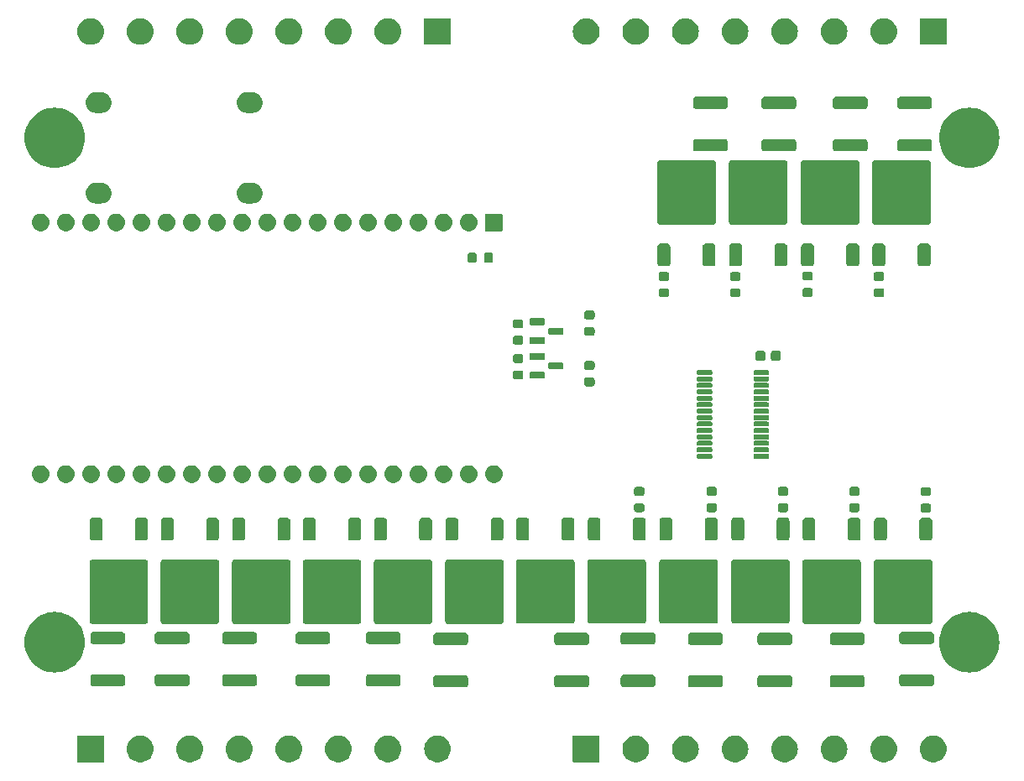
<source format=gbr>
%TF.GenerationSoftware,KiCad,Pcbnew,8.0.0*%
%TF.CreationDate,2024-05-11T13:18:48+02:00*%
%TF.ProjectId,led_stairs_controller,6c65645f-7374-4616-9972-735f636f6e74,V0.2*%
%TF.SameCoordinates,Original*%
%TF.FileFunction,Soldermask,Top*%
%TF.FilePolarity,Negative*%
%FSLAX46Y46*%
G04 Gerber Fmt 4.6, Leading zero omitted, Abs format (unit mm)*
G04 Created by KiCad (PCBNEW 8.0.0) date 2024-05-11 13:18:48*
%MOMM*%
%LPD*%
G01*
G04 APERTURE LIST*
G04 APERTURE END LIST*
G36*
X109994517Y-132232882D02*
G01*
X110011062Y-132243938D01*
X110022118Y-132260483D01*
X110026000Y-132280000D01*
X110026000Y-134880000D01*
X110022118Y-134899517D01*
X110011062Y-134916062D01*
X109994517Y-134927118D01*
X109975000Y-134931000D01*
X107375000Y-134931000D01*
X107355483Y-134927118D01*
X107338938Y-134916062D01*
X107327882Y-134899517D01*
X107324000Y-134880000D01*
X107324000Y-132280000D01*
X107327882Y-132260483D01*
X107338938Y-132243938D01*
X107355483Y-132232882D01*
X107375000Y-132229000D01*
X109975000Y-132229000D01*
X109994517Y-132232882D01*
G37*
G36*
X159994517Y-132232882D02*
G01*
X160011062Y-132243938D01*
X160022118Y-132260483D01*
X160026000Y-132280000D01*
X160026000Y-134880000D01*
X160022118Y-134899517D01*
X160011062Y-134916062D01*
X159994517Y-134927118D01*
X159975000Y-134931000D01*
X157375000Y-134931000D01*
X157355483Y-134927118D01*
X157338938Y-134916062D01*
X157327882Y-134899517D01*
X157324000Y-134880000D01*
X157324000Y-132280000D01*
X157327882Y-132260483D01*
X157338938Y-132243938D01*
X157355483Y-132232882D01*
X157375000Y-132229000D01*
X159975000Y-132229000D01*
X159994517Y-132232882D01*
G37*
G36*
X114006651Y-132270340D02*
G01*
X114217691Y-132342790D01*
X114413927Y-132448988D01*
X114590007Y-132586037D01*
X114741129Y-132750199D01*
X114863169Y-132936995D01*
X114952799Y-133141331D01*
X115007574Y-133357633D01*
X115026000Y-133580000D01*
X115007574Y-133802367D01*
X114952799Y-134018669D01*
X114863169Y-134223005D01*
X114741129Y-134409801D01*
X114590007Y-134573963D01*
X114413927Y-134711012D01*
X114217691Y-134817210D01*
X114006651Y-134889660D01*
X113786565Y-134926386D01*
X113563435Y-134926386D01*
X113343349Y-134889660D01*
X113132309Y-134817210D01*
X112936073Y-134711012D01*
X112759993Y-134573963D01*
X112608871Y-134409801D01*
X112486831Y-134223005D01*
X112397201Y-134018669D01*
X112342426Y-133802367D01*
X112324000Y-133580000D01*
X112342426Y-133357633D01*
X112397201Y-133141331D01*
X112486831Y-132936995D01*
X112608871Y-132750199D01*
X112759993Y-132586037D01*
X112936073Y-132448988D01*
X113132309Y-132342790D01*
X113343349Y-132270340D01*
X113563435Y-132233614D01*
X113786565Y-132233614D01*
X114006651Y-132270340D01*
G37*
G36*
X119006651Y-132270340D02*
G01*
X119217691Y-132342790D01*
X119413927Y-132448988D01*
X119590007Y-132586037D01*
X119741129Y-132750199D01*
X119863169Y-132936995D01*
X119952799Y-133141331D01*
X120007574Y-133357633D01*
X120026000Y-133580000D01*
X120007574Y-133802367D01*
X119952799Y-134018669D01*
X119863169Y-134223005D01*
X119741129Y-134409801D01*
X119590007Y-134573963D01*
X119413927Y-134711012D01*
X119217691Y-134817210D01*
X119006651Y-134889660D01*
X118786565Y-134926386D01*
X118563435Y-134926386D01*
X118343349Y-134889660D01*
X118132309Y-134817210D01*
X117936073Y-134711012D01*
X117759993Y-134573963D01*
X117608871Y-134409801D01*
X117486831Y-134223005D01*
X117397201Y-134018669D01*
X117342426Y-133802367D01*
X117324000Y-133580000D01*
X117342426Y-133357633D01*
X117397201Y-133141331D01*
X117486831Y-132936995D01*
X117608871Y-132750199D01*
X117759993Y-132586037D01*
X117936073Y-132448988D01*
X118132309Y-132342790D01*
X118343349Y-132270340D01*
X118563435Y-132233614D01*
X118786565Y-132233614D01*
X119006651Y-132270340D01*
G37*
G36*
X124006651Y-132270340D02*
G01*
X124217691Y-132342790D01*
X124413927Y-132448988D01*
X124590007Y-132586037D01*
X124741129Y-132750199D01*
X124863169Y-132936995D01*
X124952799Y-133141331D01*
X125007574Y-133357633D01*
X125026000Y-133580000D01*
X125007574Y-133802367D01*
X124952799Y-134018669D01*
X124863169Y-134223005D01*
X124741129Y-134409801D01*
X124590007Y-134573963D01*
X124413927Y-134711012D01*
X124217691Y-134817210D01*
X124006651Y-134889660D01*
X123786565Y-134926386D01*
X123563435Y-134926386D01*
X123343349Y-134889660D01*
X123132309Y-134817210D01*
X122936073Y-134711012D01*
X122759993Y-134573963D01*
X122608871Y-134409801D01*
X122486831Y-134223005D01*
X122397201Y-134018669D01*
X122342426Y-133802367D01*
X122324000Y-133580000D01*
X122342426Y-133357633D01*
X122397201Y-133141331D01*
X122486831Y-132936995D01*
X122608871Y-132750199D01*
X122759993Y-132586037D01*
X122936073Y-132448988D01*
X123132309Y-132342790D01*
X123343349Y-132270340D01*
X123563435Y-132233614D01*
X123786565Y-132233614D01*
X124006651Y-132270340D01*
G37*
G36*
X129006651Y-132270340D02*
G01*
X129217691Y-132342790D01*
X129413927Y-132448988D01*
X129590007Y-132586037D01*
X129741129Y-132750199D01*
X129863169Y-132936995D01*
X129952799Y-133141331D01*
X130007574Y-133357633D01*
X130026000Y-133580000D01*
X130007574Y-133802367D01*
X129952799Y-134018669D01*
X129863169Y-134223005D01*
X129741129Y-134409801D01*
X129590007Y-134573963D01*
X129413927Y-134711012D01*
X129217691Y-134817210D01*
X129006651Y-134889660D01*
X128786565Y-134926386D01*
X128563435Y-134926386D01*
X128343349Y-134889660D01*
X128132309Y-134817210D01*
X127936073Y-134711012D01*
X127759993Y-134573963D01*
X127608871Y-134409801D01*
X127486831Y-134223005D01*
X127397201Y-134018669D01*
X127342426Y-133802367D01*
X127324000Y-133580000D01*
X127342426Y-133357633D01*
X127397201Y-133141331D01*
X127486831Y-132936995D01*
X127608871Y-132750199D01*
X127759993Y-132586037D01*
X127936073Y-132448988D01*
X128132309Y-132342790D01*
X128343349Y-132270340D01*
X128563435Y-132233614D01*
X128786565Y-132233614D01*
X129006651Y-132270340D01*
G37*
G36*
X134006651Y-132270340D02*
G01*
X134217691Y-132342790D01*
X134413927Y-132448988D01*
X134590007Y-132586037D01*
X134741129Y-132750199D01*
X134863169Y-132936995D01*
X134952799Y-133141331D01*
X135007574Y-133357633D01*
X135026000Y-133580000D01*
X135007574Y-133802367D01*
X134952799Y-134018669D01*
X134863169Y-134223005D01*
X134741129Y-134409801D01*
X134590007Y-134573963D01*
X134413927Y-134711012D01*
X134217691Y-134817210D01*
X134006651Y-134889660D01*
X133786565Y-134926386D01*
X133563435Y-134926386D01*
X133343349Y-134889660D01*
X133132309Y-134817210D01*
X132936073Y-134711012D01*
X132759993Y-134573963D01*
X132608871Y-134409801D01*
X132486831Y-134223005D01*
X132397201Y-134018669D01*
X132342426Y-133802367D01*
X132324000Y-133580000D01*
X132342426Y-133357633D01*
X132397201Y-133141331D01*
X132486831Y-132936995D01*
X132608871Y-132750199D01*
X132759993Y-132586037D01*
X132936073Y-132448988D01*
X133132309Y-132342790D01*
X133343349Y-132270340D01*
X133563435Y-132233614D01*
X133786565Y-132233614D01*
X134006651Y-132270340D01*
G37*
G36*
X139006651Y-132270340D02*
G01*
X139217691Y-132342790D01*
X139413927Y-132448988D01*
X139590007Y-132586037D01*
X139741129Y-132750199D01*
X139863169Y-132936995D01*
X139952799Y-133141331D01*
X140007574Y-133357633D01*
X140026000Y-133580000D01*
X140007574Y-133802367D01*
X139952799Y-134018669D01*
X139863169Y-134223005D01*
X139741129Y-134409801D01*
X139590007Y-134573963D01*
X139413927Y-134711012D01*
X139217691Y-134817210D01*
X139006651Y-134889660D01*
X138786565Y-134926386D01*
X138563435Y-134926386D01*
X138343349Y-134889660D01*
X138132309Y-134817210D01*
X137936073Y-134711012D01*
X137759993Y-134573963D01*
X137608871Y-134409801D01*
X137486831Y-134223005D01*
X137397201Y-134018669D01*
X137342426Y-133802367D01*
X137324000Y-133580000D01*
X137342426Y-133357633D01*
X137397201Y-133141331D01*
X137486831Y-132936995D01*
X137608871Y-132750199D01*
X137759993Y-132586037D01*
X137936073Y-132448988D01*
X138132309Y-132342790D01*
X138343349Y-132270340D01*
X138563435Y-132233614D01*
X138786565Y-132233614D01*
X139006651Y-132270340D01*
G37*
G36*
X144006651Y-132270340D02*
G01*
X144217691Y-132342790D01*
X144413927Y-132448988D01*
X144590007Y-132586037D01*
X144741129Y-132750199D01*
X144863169Y-132936995D01*
X144952799Y-133141331D01*
X145007574Y-133357633D01*
X145026000Y-133580000D01*
X145007574Y-133802367D01*
X144952799Y-134018669D01*
X144863169Y-134223005D01*
X144741129Y-134409801D01*
X144590007Y-134573963D01*
X144413927Y-134711012D01*
X144217691Y-134817210D01*
X144006651Y-134889660D01*
X143786565Y-134926386D01*
X143563435Y-134926386D01*
X143343349Y-134889660D01*
X143132309Y-134817210D01*
X142936073Y-134711012D01*
X142759993Y-134573963D01*
X142608871Y-134409801D01*
X142486831Y-134223005D01*
X142397201Y-134018669D01*
X142342426Y-133802367D01*
X142324000Y-133580000D01*
X142342426Y-133357633D01*
X142397201Y-133141331D01*
X142486831Y-132936995D01*
X142608871Y-132750199D01*
X142759993Y-132586037D01*
X142936073Y-132448988D01*
X143132309Y-132342790D01*
X143343349Y-132270340D01*
X143563435Y-132233614D01*
X143786565Y-132233614D01*
X144006651Y-132270340D01*
G37*
G36*
X164006651Y-132270340D02*
G01*
X164217691Y-132342790D01*
X164413927Y-132448988D01*
X164590007Y-132586037D01*
X164741129Y-132750199D01*
X164863169Y-132936995D01*
X164952799Y-133141331D01*
X165007574Y-133357633D01*
X165026000Y-133580000D01*
X165007574Y-133802367D01*
X164952799Y-134018669D01*
X164863169Y-134223005D01*
X164741129Y-134409801D01*
X164590007Y-134573963D01*
X164413927Y-134711012D01*
X164217691Y-134817210D01*
X164006651Y-134889660D01*
X163786565Y-134926386D01*
X163563435Y-134926386D01*
X163343349Y-134889660D01*
X163132309Y-134817210D01*
X162936073Y-134711012D01*
X162759993Y-134573963D01*
X162608871Y-134409801D01*
X162486831Y-134223005D01*
X162397201Y-134018669D01*
X162342426Y-133802367D01*
X162324000Y-133580000D01*
X162342426Y-133357633D01*
X162397201Y-133141331D01*
X162486831Y-132936995D01*
X162608871Y-132750199D01*
X162759993Y-132586037D01*
X162936073Y-132448988D01*
X163132309Y-132342790D01*
X163343349Y-132270340D01*
X163563435Y-132233614D01*
X163786565Y-132233614D01*
X164006651Y-132270340D01*
G37*
G36*
X169006651Y-132270340D02*
G01*
X169217691Y-132342790D01*
X169413927Y-132448988D01*
X169590007Y-132586037D01*
X169741129Y-132750199D01*
X169863169Y-132936995D01*
X169952799Y-133141331D01*
X170007574Y-133357633D01*
X170026000Y-133580000D01*
X170007574Y-133802367D01*
X169952799Y-134018669D01*
X169863169Y-134223005D01*
X169741129Y-134409801D01*
X169590007Y-134573963D01*
X169413927Y-134711012D01*
X169217691Y-134817210D01*
X169006651Y-134889660D01*
X168786565Y-134926386D01*
X168563435Y-134926386D01*
X168343349Y-134889660D01*
X168132309Y-134817210D01*
X167936073Y-134711012D01*
X167759993Y-134573963D01*
X167608871Y-134409801D01*
X167486831Y-134223005D01*
X167397201Y-134018669D01*
X167342426Y-133802367D01*
X167324000Y-133580000D01*
X167342426Y-133357633D01*
X167397201Y-133141331D01*
X167486831Y-132936995D01*
X167608871Y-132750199D01*
X167759993Y-132586037D01*
X167936073Y-132448988D01*
X168132309Y-132342790D01*
X168343349Y-132270340D01*
X168563435Y-132233614D01*
X168786565Y-132233614D01*
X169006651Y-132270340D01*
G37*
G36*
X174006651Y-132270340D02*
G01*
X174217691Y-132342790D01*
X174413927Y-132448988D01*
X174590007Y-132586037D01*
X174741129Y-132750199D01*
X174863169Y-132936995D01*
X174952799Y-133141331D01*
X175007574Y-133357633D01*
X175026000Y-133580000D01*
X175007574Y-133802367D01*
X174952799Y-134018669D01*
X174863169Y-134223005D01*
X174741129Y-134409801D01*
X174590007Y-134573963D01*
X174413927Y-134711012D01*
X174217691Y-134817210D01*
X174006651Y-134889660D01*
X173786565Y-134926386D01*
X173563435Y-134926386D01*
X173343349Y-134889660D01*
X173132309Y-134817210D01*
X172936073Y-134711012D01*
X172759993Y-134573963D01*
X172608871Y-134409801D01*
X172486831Y-134223005D01*
X172397201Y-134018669D01*
X172342426Y-133802367D01*
X172324000Y-133580000D01*
X172342426Y-133357633D01*
X172397201Y-133141331D01*
X172486831Y-132936995D01*
X172608871Y-132750199D01*
X172759993Y-132586037D01*
X172936073Y-132448988D01*
X173132309Y-132342790D01*
X173343349Y-132270340D01*
X173563435Y-132233614D01*
X173786565Y-132233614D01*
X174006651Y-132270340D01*
G37*
G36*
X179006651Y-132270340D02*
G01*
X179217691Y-132342790D01*
X179413927Y-132448988D01*
X179590007Y-132586037D01*
X179741129Y-132750199D01*
X179863169Y-132936995D01*
X179952799Y-133141331D01*
X180007574Y-133357633D01*
X180026000Y-133580000D01*
X180007574Y-133802367D01*
X179952799Y-134018669D01*
X179863169Y-134223005D01*
X179741129Y-134409801D01*
X179590007Y-134573963D01*
X179413927Y-134711012D01*
X179217691Y-134817210D01*
X179006651Y-134889660D01*
X178786565Y-134926386D01*
X178563435Y-134926386D01*
X178343349Y-134889660D01*
X178132309Y-134817210D01*
X177936073Y-134711012D01*
X177759993Y-134573963D01*
X177608871Y-134409801D01*
X177486831Y-134223005D01*
X177397201Y-134018669D01*
X177342426Y-133802367D01*
X177324000Y-133580000D01*
X177342426Y-133357633D01*
X177397201Y-133141331D01*
X177486831Y-132936995D01*
X177608871Y-132750199D01*
X177759993Y-132586037D01*
X177936073Y-132448988D01*
X178132309Y-132342790D01*
X178343349Y-132270340D01*
X178563435Y-132233614D01*
X178786565Y-132233614D01*
X179006651Y-132270340D01*
G37*
G36*
X184006651Y-132270340D02*
G01*
X184217691Y-132342790D01*
X184413927Y-132448988D01*
X184590007Y-132586037D01*
X184741129Y-132750199D01*
X184863169Y-132936995D01*
X184952799Y-133141331D01*
X185007574Y-133357633D01*
X185026000Y-133580000D01*
X185007574Y-133802367D01*
X184952799Y-134018669D01*
X184863169Y-134223005D01*
X184741129Y-134409801D01*
X184590007Y-134573963D01*
X184413927Y-134711012D01*
X184217691Y-134817210D01*
X184006651Y-134889660D01*
X183786565Y-134926386D01*
X183563435Y-134926386D01*
X183343349Y-134889660D01*
X183132309Y-134817210D01*
X182936073Y-134711012D01*
X182759993Y-134573963D01*
X182608871Y-134409801D01*
X182486831Y-134223005D01*
X182397201Y-134018669D01*
X182342426Y-133802367D01*
X182324000Y-133580000D01*
X182342426Y-133357633D01*
X182397201Y-133141331D01*
X182486831Y-132936995D01*
X182608871Y-132750199D01*
X182759993Y-132586037D01*
X182936073Y-132448988D01*
X183132309Y-132342790D01*
X183343349Y-132270340D01*
X183563435Y-132233614D01*
X183786565Y-132233614D01*
X184006651Y-132270340D01*
G37*
G36*
X189006651Y-132270340D02*
G01*
X189217691Y-132342790D01*
X189413927Y-132448988D01*
X189590007Y-132586037D01*
X189741129Y-132750199D01*
X189863169Y-132936995D01*
X189952799Y-133141331D01*
X190007574Y-133357633D01*
X190026000Y-133580000D01*
X190007574Y-133802367D01*
X189952799Y-134018669D01*
X189863169Y-134223005D01*
X189741129Y-134409801D01*
X189590007Y-134573963D01*
X189413927Y-134711012D01*
X189217691Y-134817210D01*
X189006651Y-134889660D01*
X188786565Y-134926386D01*
X188563435Y-134926386D01*
X188343349Y-134889660D01*
X188132309Y-134817210D01*
X187936073Y-134711012D01*
X187759993Y-134573963D01*
X187608871Y-134409801D01*
X187486831Y-134223005D01*
X187397201Y-134018669D01*
X187342426Y-133802367D01*
X187324000Y-133580000D01*
X187342426Y-133357633D01*
X187397201Y-133141331D01*
X187486831Y-132936995D01*
X187608871Y-132750199D01*
X187759993Y-132586037D01*
X187936073Y-132448988D01*
X188132309Y-132342790D01*
X188343349Y-132270340D01*
X188563435Y-132233614D01*
X188786565Y-132233614D01*
X189006651Y-132270340D01*
G37*
G36*
X194006651Y-132270340D02*
G01*
X194217691Y-132342790D01*
X194413927Y-132448988D01*
X194590007Y-132586037D01*
X194741129Y-132750199D01*
X194863169Y-132936995D01*
X194952799Y-133141331D01*
X195007574Y-133357633D01*
X195026000Y-133580000D01*
X195007574Y-133802367D01*
X194952799Y-134018669D01*
X194863169Y-134223005D01*
X194741129Y-134409801D01*
X194590007Y-134573963D01*
X194413927Y-134711012D01*
X194217691Y-134817210D01*
X194006651Y-134889660D01*
X193786565Y-134926386D01*
X193563435Y-134926386D01*
X193343349Y-134889660D01*
X193132309Y-134817210D01*
X192936073Y-134711012D01*
X192759993Y-134573963D01*
X192608871Y-134409801D01*
X192486831Y-134223005D01*
X192397201Y-134018669D01*
X192342426Y-133802367D01*
X192324000Y-133580000D01*
X192342426Y-133357633D01*
X192397201Y-133141331D01*
X192486831Y-132936995D01*
X192608871Y-132750199D01*
X192759993Y-132586037D01*
X192936073Y-132448988D01*
X193132309Y-132342790D01*
X193343349Y-132270340D01*
X193563435Y-132233614D01*
X193786565Y-132233614D01*
X194006651Y-132270340D01*
G37*
G36*
X146518914Y-126131995D02*
G01*
X146527612Y-126135835D01*
X146535212Y-126136943D01*
X146582718Y-126160167D01*
X146620106Y-126176676D01*
X146623567Y-126180137D01*
X146624501Y-126180594D01*
X146694405Y-126250498D01*
X146694861Y-126251431D01*
X146698324Y-126254894D01*
X146714836Y-126292291D01*
X146738056Y-126339787D01*
X146739162Y-126347384D01*
X146743005Y-126356086D01*
X146751000Y-126425000D01*
X146751000Y-127050000D01*
X146743005Y-127118914D01*
X146739162Y-127127615D01*
X146738056Y-127135212D01*
X146714841Y-127182697D01*
X146698324Y-127220106D01*
X146694860Y-127223569D01*
X146694405Y-127224501D01*
X146624501Y-127294405D01*
X146623569Y-127294860D01*
X146620106Y-127298324D01*
X146582697Y-127314841D01*
X146535212Y-127338056D01*
X146527615Y-127339162D01*
X146518914Y-127343005D01*
X146450000Y-127351000D01*
X143550000Y-127351000D01*
X143481086Y-127343005D01*
X143472384Y-127339162D01*
X143464787Y-127338056D01*
X143417291Y-127314836D01*
X143379894Y-127298324D01*
X143376431Y-127294861D01*
X143375498Y-127294405D01*
X143305594Y-127224501D01*
X143305137Y-127223567D01*
X143301676Y-127220106D01*
X143285167Y-127182718D01*
X143261943Y-127135212D01*
X143260835Y-127127612D01*
X143256995Y-127118914D01*
X143249000Y-127050000D01*
X143249000Y-126425000D01*
X143256995Y-126356086D01*
X143260835Y-126347387D01*
X143261943Y-126339787D01*
X143285172Y-126292270D01*
X143301676Y-126254894D01*
X143305136Y-126251433D01*
X143305594Y-126250498D01*
X143375498Y-126180594D01*
X143376433Y-126180136D01*
X143379894Y-126176676D01*
X143417270Y-126160172D01*
X143464787Y-126136943D01*
X143472387Y-126135835D01*
X143481086Y-126131995D01*
X143550000Y-126124000D01*
X146450000Y-126124000D01*
X146518914Y-126131995D01*
G37*
G36*
X158718914Y-126131995D02*
G01*
X158727612Y-126135835D01*
X158735212Y-126136943D01*
X158782718Y-126160167D01*
X158820106Y-126176676D01*
X158823567Y-126180137D01*
X158824501Y-126180594D01*
X158894405Y-126250498D01*
X158894861Y-126251431D01*
X158898324Y-126254894D01*
X158914836Y-126292291D01*
X158938056Y-126339787D01*
X158939162Y-126347384D01*
X158943005Y-126356086D01*
X158951000Y-126425000D01*
X158951000Y-127050000D01*
X158943005Y-127118914D01*
X158939162Y-127127615D01*
X158938056Y-127135212D01*
X158914841Y-127182697D01*
X158898324Y-127220106D01*
X158894860Y-127223569D01*
X158894405Y-127224501D01*
X158824501Y-127294405D01*
X158823569Y-127294860D01*
X158820106Y-127298324D01*
X158782697Y-127314841D01*
X158735212Y-127338056D01*
X158727615Y-127339162D01*
X158718914Y-127343005D01*
X158650000Y-127351000D01*
X155750000Y-127351000D01*
X155681086Y-127343005D01*
X155672384Y-127339162D01*
X155664787Y-127338056D01*
X155617291Y-127314836D01*
X155579894Y-127298324D01*
X155576431Y-127294861D01*
X155575498Y-127294405D01*
X155505594Y-127224501D01*
X155505137Y-127223567D01*
X155501676Y-127220106D01*
X155485167Y-127182718D01*
X155461943Y-127135212D01*
X155460835Y-127127612D01*
X155456995Y-127118914D01*
X155449000Y-127050000D01*
X155449000Y-126425000D01*
X155456995Y-126356086D01*
X155460835Y-126347387D01*
X155461943Y-126339787D01*
X155485172Y-126292270D01*
X155501676Y-126254894D01*
X155505136Y-126251433D01*
X155505594Y-126250498D01*
X155575498Y-126180594D01*
X155576433Y-126180136D01*
X155579894Y-126176676D01*
X155617270Y-126160172D01*
X155664787Y-126136943D01*
X155672387Y-126135835D01*
X155681086Y-126131995D01*
X155750000Y-126124000D01*
X158650000Y-126124000D01*
X158718914Y-126131995D01*
G37*
G36*
X172218914Y-126131995D02*
G01*
X172227612Y-126135835D01*
X172235212Y-126136943D01*
X172282718Y-126160167D01*
X172320106Y-126176676D01*
X172323567Y-126180137D01*
X172324501Y-126180594D01*
X172394405Y-126250498D01*
X172394861Y-126251431D01*
X172398324Y-126254894D01*
X172414836Y-126292291D01*
X172438056Y-126339787D01*
X172439162Y-126347384D01*
X172443005Y-126356086D01*
X172451000Y-126425000D01*
X172451000Y-127050000D01*
X172443005Y-127118914D01*
X172439162Y-127127615D01*
X172438056Y-127135212D01*
X172414841Y-127182697D01*
X172398324Y-127220106D01*
X172394860Y-127223569D01*
X172394405Y-127224501D01*
X172324501Y-127294405D01*
X172323569Y-127294860D01*
X172320106Y-127298324D01*
X172282697Y-127314841D01*
X172235212Y-127338056D01*
X172227615Y-127339162D01*
X172218914Y-127343005D01*
X172150000Y-127351000D01*
X169250000Y-127351000D01*
X169181086Y-127343005D01*
X169172384Y-127339162D01*
X169164787Y-127338056D01*
X169117291Y-127314836D01*
X169079894Y-127298324D01*
X169076431Y-127294861D01*
X169075498Y-127294405D01*
X169005594Y-127224501D01*
X169005137Y-127223567D01*
X169001676Y-127220106D01*
X168985167Y-127182718D01*
X168961943Y-127135212D01*
X168960835Y-127127612D01*
X168956995Y-127118914D01*
X168949000Y-127050000D01*
X168949000Y-126425000D01*
X168956995Y-126356086D01*
X168960835Y-126347387D01*
X168961943Y-126339787D01*
X168985172Y-126292270D01*
X169001676Y-126254894D01*
X169005136Y-126251433D01*
X169005594Y-126250498D01*
X169075498Y-126180594D01*
X169076433Y-126180136D01*
X169079894Y-126176676D01*
X169117270Y-126160172D01*
X169164787Y-126136943D01*
X169172387Y-126135835D01*
X169181086Y-126131995D01*
X169250000Y-126124000D01*
X172150000Y-126124000D01*
X172218914Y-126131995D01*
G37*
G36*
X179218914Y-126131995D02*
G01*
X179227612Y-126135835D01*
X179235212Y-126136943D01*
X179282718Y-126160167D01*
X179320106Y-126176676D01*
X179323567Y-126180137D01*
X179324501Y-126180594D01*
X179394405Y-126250498D01*
X179394861Y-126251431D01*
X179398324Y-126254894D01*
X179414836Y-126292291D01*
X179438056Y-126339787D01*
X179439162Y-126347384D01*
X179443005Y-126356086D01*
X179451000Y-126425000D01*
X179451000Y-127050000D01*
X179443005Y-127118914D01*
X179439162Y-127127615D01*
X179438056Y-127135212D01*
X179414841Y-127182697D01*
X179398324Y-127220106D01*
X179394860Y-127223569D01*
X179394405Y-127224501D01*
X179324501Y-127294405D01*
X179323569Y-127294860D01*
X179320106Y-127298324D01*
X179282697Y-127314841D01*
X179235212Y-127338056D01*
X179227615Y-127339162D01*
X179218914Y-127343005D01*
X179150000Y-127351000D01*
X176250000Y-127351000D01*
X176181086Y-127343005D01*
X176172384Y-127339162D01*
X176164787Y-127338056D01*
X176117291Y-127314836D01*
X176079894Y-127298324D01*
X176076431Y-127294861D01*
X176075498Y-127294405D01*
X176005594Y-127224501D01*
X176005137Y-127223567D01*
X176001676Y-127220106D01*
X175985167Y-127182718D01*
X175961943Y-127135212D01*
X175960835Y-127127612D01*
X175956995Y-127118914D01*
X175949000Y-127050000D01*
X175949000Y-126425000D01*
X175956995Y-126356086D01*
X175960835Y-126347387D01*
X175961943Y-126339787D01*
X175985172Y-126292270D01*
X176001676Y-126254894D01*
X176005136Y-126251433D01*
X176005594Y-126250498D01*
X176075498Y-126180594D01*
X176076433Y-126180136D01*
X176079894Y-126176676D01*
X176117270Y-126160172D01*
X176164787Y-126136943D01*
X176172387Y-126135835D01*
X176181086Y-126131995D01*
X176250000Y-126124000D01*
X179150000Y-126124000D01*
X179218914Y-126131995D01*
G37*
G36*
X186518914Y-126131995D02*
G01*
X186527612Y-126135835D01*
X186535212Y-126136943D01*
X186582718Y-126160167D01*
X186620106Y-126176676D01*
X186623567Y-126180137D01*
X186624501Y-126180594D01*
X186694405Y-126250498D01*
X186694861Y-126251431D01*
X186698324Y-126254894D01*
X186714836Y-126292291D01*
X186738056Y-126339787D01*
X186739162Y-126347384D01*
X186743005Y-126356086D01*
X186751000Y-126425000D01*
X186751000Y-127050000D01*
X186743005Y-127118914D01*
X186739162Y-127127615D01*
X186738056Y-127135212D01*
X186714841Y-127182697D01*
X186698324Y-127220106D01*
X186694860Y-127223569D01*
X186694405Y-127224501D01*
X186624501Y-127294405D01*
X186623569Y-127294860D01*
X186620106Y-127298324D01*
X186582697Y-127314841D01*
X186535212Y-127338056D01*
X186527615Y-127339162D01*
X186518914Y-127343005D01*
X186450000Y-127351000D01*
X183550000Y-127351000D01*
X183481086Y-127343005D01*
X183472384Y-127339162D01*
X183464787Y-127338056D01*
X183417291Y-127314836D01*
X183379894Y-127298324D01*
X183376431Y-127294861D01*
X183375498Y-127294405D01*
X183305594Y-127224501D01*
X183305137Y-127223567D01*
X183301676Y-127220106D01*
X183285167Y-127182718D01*
X183261943Y-127135212D01*
X183260835Y-127127612D01*
X183256995Y-127118914D01*
X183249000Y-127050000D01*
X183249000Y-126425000D01*
X183256995Y-126356086D01*
X183260835Y-126347387D01*
X183261943Y-126339787D01*
X183285172Y-126292270D01*
X183301676Y-126254894D01*
X183305136Y-126251433D01*
X183305594Y-126250498D01*
X183375498Y-126180594D01*
X183376433Y-126180136D01*
X183379894Y-126176676D01*
X183417270Y-126160172D01*
X183464787Y-126136943D01*
X183472387Y-126135835D01*
X183481086Y-126131995D01*
X183550000Y-126124000D01*
X186450000Y-126124000D01*
X186518914Y-126131995D01*
G37*
G36*
X165418914Y-126094495D02*
G01*
X165427612Y-126098335D01*
X165435212Y-126099443D01*
X165482718Y-126122667D01*
X165520106Y-126139176D01*
X165523567Y-126142637D01*
X165524501Y-126143094D01*
X165594405Y-126212998D01*
X165594861Y-126213931D01*
X165598324Y-126217394D01*
X165614836Y-126254791D01*
X165638056Y-126302287D01*
X165639162Y-126309884D01*
X165643005Y-126318586D01*
X165651000Y-126387500D01*
X165651000Y-127012500D01*
X165643005Y-127081414D01*
X165639162Y-127090115D01*
X165638056Y-127097712D01*
X165614841Y-127145197D01*
X165598324Y-127182606D01*
X165594860Y-127186069D01*
X165594405Y-127187001D01*
X165524501Y-127256905D01*
X165523569Y-127257360D01*
X165520106Y-127260824D01*
X165482697Y-127277341D01*
X165435212Y-127300556D01*
X165427615Y-127301662D01*
X165418914Y-127305505D01*
X165350000Y-127313500D01*
X162450000Y-127313500D01*
X162381086Y-127305505D01*
X162372384Y-127301662D01*
X162364787Y-127300556D01*
X162317291Y-127277336D01*
X162279894Y-127260824D01*
X162276431Y-127257361D01*
X162275498Y-127256905D01*
X162205594Y-127187001D01*
X162205137Y-127186067D01*
X162201676Y-127182606D01*
X162185167Y-127145218D01*
X162161943Y-127097712D01*
X162160835Y-127090112D01*
X162156995Y-127081414D01*
X162149000Y-127012500D01*
X162149000Y-126387500D01*
X162156995Y-126318586D01*
X162160835Y-126309887D01*
X162161943Y-126302287D01*
X162185172Y-126254770D01*
X162201676Y-126217394D01*
X162205136Y-126213933D01*
X162205594Y-126212998D01*
X162275498Y-126143094D01*
X162276433Y-126142636D01*
X162279894Y-126139176D01*
X162317270Y-126122672D01*
X162364787Y-126099443D01*
X162372387Y-126098335D01*
X162381086Y-126094495D01*
X162450000Y-126086500D01*
X165350000Y-126086500D01*
X165418914Y-126094495D01*
G37*
G36*
X111918914Y-126031995D02*
G01*
X111927612Y-126035835D01*
X111935212Y-126036943D01*
X111982718Y-126060167D01*
X112020106Y-126076676D01*
X112023567Y-126080137D01*
X112024501Y-126080594D01*
X112094405Y-126150498D01*
X112094861Y-126151431D01*
X112098324Y-126154894D01*
X112114836Y-126192291D01*
X112138056Y-126239787D01*
X112139162Y-126247384D01*
X112143005Y-126256086D01*
X112151000Y-126325000D01*
X112151000Y-126950000D01*
X112143005Y-127018914D01*
X112139162Y-127027615D01*
X112138056Y-127035212D01*
X112114841Y-127082697D01*
X112098324Y-127120106D01*
X112094860Y-127123569D01*
X112094405Y-127124501D01*
X112024501Y-127194405D01*
X112023569Y-127194860D01*
X112020106Y-127198324D01*
X111982697Y-127214841D01*
X111935212Y-127238056D01*
X111927615Y-127239162D01*
X111918914Y-127243005D01*
X111850000Y-127251000D01*
X108950000Y-127251000D01*
X108881086Y-127243005D01*
X108872384Y-127239162D01*
X108864787Y-127238056D01*
X108817291Y-127214836D01*
X108779894Y-127198324D01*
X108776431Y-127194861D01*
X108775498Y-127194405D01*
X108705594Y-127124501D01*
X108705137Y-127123567D01*
X108701676Y-127120106D01*
X108685167Y-127082718D01*
X108661943Y-127035212D01*
X108660835Y-127027612D01*
X108656995Y-127018914D01*
X108649000Y-126950000D01*
X108649000Y-126325000D01*
X108656995Y-126256086D01*
X108660835Y-126247387D01*
X108661943Y-126239787D01*
X108685172Y-126192270D01*
X108701676Y-126154894D01*
X108705136Y-126151433D01*
X108705594Y-126150498D01*
X108775498Y-126080594D01*
X108776433Y-126080136D01*
X108779894Y-126076676D01*
X108817270Y-126060172D01*
X108864787Y-126036943D01*
X108872387Y-126035835D01*
X108881086Y-126031995D01*
X108950000Y-126024000D01*
X111850000Y-126024000D01*
X111918914Y-126031995D01*
G37*
G36*
X118418914Y-126031995D02*
G01*
X118427612Y-126035835D01*
X118435212Y-126036943D01*
X118482718Y-126060167D01*
X118520106Y-126076676D01*
X118523567Y-126080137D01*
X118524501Y-126080594D01*
X118594405Y-126150498D01*
X118594861Y-126151431D01*
X118598324Y-126154894D01*
X118614836Y-126192291D01*
X118638056Y-126239787D01*
X118639162Y-126247384D01*
X118643005Y-126256086D01*
X118651000Y-126325000D01*
X118651000Y-126950000D01*
X118643005Y-127018914D01*
X118639162Y-127027615D01*
X118638056Y-127035212D01*
X118614841Y-127082697D01*
X118598324Y-127120106D01*
X118594860Y-127123569D01*
X118594405Y-127124501D01*
X118524501Y-127194405D01*
X118523569Y-127194860D01*
X118520106Y-127198324D01*
X118482697Y-127214841D01*
X118435212Y-127238056D01*
X118427615Y-127239162D01*
X118418914Y-127243005D01*
X118350000Y-127251000D01*
X115450000Y-127251000D01*
X115381086Y-127243005D01*
X115372384Y-127239162D01*
X115364787Y-127238056D01*
X115317291Y-127214836D01*
X115279894Y-127198324D01*
X115276431Y-127194861D01*
X115275498Y-127194405D01*
X115205594Y-127124501D01*
X115205137Y-127123567D01*
X115201676Y-127120106D01*
X115185167Y-127082718D01*
X115161943Y-127035212D01*
X115160835Y-127027612D01*
X115156995Y-127018914D01*
X115149000Y-126950000D01*
X115149000Y-126325000D01*
X115156995Y-126256086D01*
X115160835Y-126247387D01*
X115161943Y-126239787D01*
X115185172Y-126192270D01*
X115201676Y-126154894D01*
X115205136Y-126151433D01*
X115205594Y-126150498D01*
X115275498Y-126080594D01*
X115276433Y-126080136D01*
X115279894Y-126076676D01*
X115317270Y-126060172D01*
X115364787Y-126036943D01*
X115372387Y-126035835D01*
X115381086Y-126031995D01*
X115450000Y-126024000D01*
X118350000Y-126024000D01*
X118418914Y-126031995D01*
G37*
G36*
X125218914Y-126031995D02*
G01*
X125227612Y-126035835D01*
X125235212Y-126036943D01*
X125282718Y-126060167D01*
X125320106Y-126076676D01*
X125323567Y-126080137D01*
X125324501Y-126080594D01*
X125394405Y-126150498D01*
X125394861Y-126151431D01*
X125398324Y-126154894D01*
X125414836Y-126192291D01*
X125438056Y-126239787D01*
X125439162Y-126247384D01*
X125443005Y-126256086D01*
X125451000Y-126325000D01*
X125451000Y-126950000D01*
X125443005Y-127018914D01*
X125439162Y-127027615D01*
X125438056Y-127035212D01*
X125414841Y-127082697D01*
X125398324Y-127120106D01*
X125394860Y-127123569D01*
X125394405Y-127124501D01*
X125324501Y-127194405D01*
X125323569Y-127194860D01*
X125320106Y-127198324D01*
X125282697Y-127214841D01*
X125235212Y-127238056D01*
X125227615Y-127239162D01*
X125218914Y-127243005D01*
X125150000Y-127251000D01*
X122250000Y-127251000D01*
X122181086Y-127243005D01*
X122172384Y-127239162D01*
X122164787Y-127238056D01*
X122117291Y-127214836D01*
X122079894Y-127198324D01*
X122076431Y-127194861D01*
X122075498Y-127194405D01*
X122005594Y-127124501D01*
X122005137Y-127123567D01*
X122001676Y-127120106D01*
X121985167Y-127082718D01*
X121961943Y-127035212D01*
X121960835Y-127027612D01*
X121956995Y-127018914D01*
X121949000Y-126950000D01*
X121949000Y-126325000D01*
X121956995Y-126256086D01*
X121960835Y-126247387D01*
X121961943Y-126239787D01*
X121985172Y-126192270D01*
X122001676Y-126154894D01*
X122005136Y-126151433D01*
X122005594Y-126150498D01*
X122075498Y-126080594D01*
X122076433Y-126080136D01*
X122079894Y-126076676D01*
X122117270Y-126060172D01*
X122164787Y-126036943D01*
X122172387Y-126035835D01*
X122181086Y-126031995D01*
X122250000Y-126024000D01*
X125150000Y-126024000D01*
X125218914Y-126031995D01*
G37*
G36*
X132618914Y-126031995D02*
G01*
X132627612Y-126035835D01*
X132635212Y-126036943D01*
X132682718Y-126060167D01*
X132720106Y-126076676D01*
X132723567Y-126080137D01*
X132724501Y-126080594D01*
X132794405Y-126150498D01*
X132794861Y-126151431D01*
X132798324Y-126154894D01*
X132814836Y-126192291D01*
X132838056Y-126239787D01*
X132839162Y-126247384D01*
X132843005Y-126256086D01*
X132851000Y-126325000D01*
X132851000Y-126950000D01*
X132843005Y-127018914D01*
X132839162Y-127027615D01*
X132838056Y-127035212D01*
X132814841Y-127082697D01*
X132798324Y-127120106D01*
X132794860Y-127123569D01*
X132794405Y-127124501D01*
X132724501Y-127194405D01*
X132723569Y-127194860D01*
X132720106Y-127198324D01*
X132682697Y-127214841D01*
X132635212Y-127238056D01*
X132627615Y-127239162D01*
X132618914Y-127243005D01*
X132550000Y-127251000D01*
X129650000Y-127251000D01*
X129581086Y-127243005D01*
X129572384Y-127239162D01*
X129564787Y-127238056D01*
X129517291Y-127214836D01*
X129479894Y-127198324D01*
X129476431Y-127194861D01*
X129475498Y-127194405D01*
X129405594Y-127124501D01*
X129405137Y-127123567D01*
X129401676Y-127120106D01*
X129385167Y-127082718D01*
X129361943Y-127035212D01*
X129360835Y-127027612D01*
X129356995Y-127018914D01*
X129349000Y-126950000D01*
X129349000Y-126325000D01*
X129356995Y-126256086D01*
X129360835Y-126247387D01*
X129361943Y-126239787D01*
X129385172Y-126192270D01*
X129401676Y-126154894D01*
X129405136Y-126151433D01*
X129405594Y-126150498D01*
X129475498Y-126080594D01*
X129476433Y-126080136D01*
X129479894Y-126076676D01*
X129517270Y-126060172D01*
X129564787Y-126036943D01*
X129572387Y-126035835D01*
X129581086Y-126031995D01*
X129650000Y-126024000D01*
X132550000Y-126024000D01*
X132618914Y-126031995D01*
G37*
G36*
X139718914Y-126031995D02*
G01*
X139727612Y-126035835D01*
X139735212Y-126036943D01*
X139782718Y-126060167D01*
X139820106Y-126076676D01*
X139823567Y-126080137D01*
X139824501Y-126080594D01*
X139894405Y-126150498D01*
X139894861Y-126151431D01*
X139898324Y-126154894D01*
X139914836Y-126192291D01*
X139938056Y-126239787D01*
X139939162Y-126247384D01*
X139943005Y-126256086D01*
X139951000Y-126325000D01*
X139951000Y-126950000D01*
X139943005Y-127018914D01*
X139939162Y-127027615D01*
X139938056Y-127035212D01*
X139914841Y-127082697D01*
X139898324Y-127120106D01*
X139894860Y-127123569D01*
X139894405Y-127124501D01*
X139824501Y-127194405D01*
X139823569Y-127194860D01*
X139820106Y-127198324D01*
X139782697Y-127214841D01*
X139735212Y-127238056D01*
X139727615Y-127239162D01*
X139718914Y-127243005D01*
X139650000Y-127251000D01*
X136750000Y-127251000D01*
X136681086Y-127243005D01*
X136672384Y-127239162D01*
X136664787Y-127238056D01*
X136617291Y-127214836D01*
X136579894Y-127198324D01*
X136576431Y-127194861D01*
X136575498Y-127194405D01*
X136505594Y-127124501D01*
X136505137Y-127123567D01*
X136501676Y-127120106D01*
X136485167Y-127082718D01*
X136461943Y-127035212D01*
X136460835Y-127027612D01*
X136456995Y-127018914D01*
X136449000Y-126950000D01*
X136449000Y-126325000D01*
X136456995Y-126256086D01*
X136460835Y-126247387D01*
X136461943Y-126239787D01*
X136485172Y-126192270D01*
X136501676Y-126154894D01*
X136505136Y-126151433D01*
X136505594Y-126150498D01*
X136575498Y-126080594D01*
X136576433Y-126080136D01*
X136579894Y-126076676D01*
X136617270Y-126060172D01*
X136664787Y-126036943D01*
X136672387Y-126035835D01*
X136681086Y-126031995D01*
X136750000Y-126024000D01*
X139650000Y-126024000D01*
X139718914Y-126031995D01*
G37*
G36*
X193518914Y-126031995D02*
G01*
X193527612Y-126035835D01*
X193535212Y-126036943D01*
X193582718Y-126060167D01*
X193620106Y-126076676D01*
X193623567Y-126080137D01*
X193624501Y-126080594D01*
X193694405Y-126150498D01*
X193694861Y-126151431D01*
X193698324Y-126154894D01*
X193714836Y-126192291D01*
X193738056Y-126239787D01*
X193739162Y-126247384D01*
X193743005Y-126256086D01*
X193751000Y-126325000D01*
X193751000Y-126950000D01*
X193743005Y-127018914D01*
X193739162Y-127027615D01*
X193738056Y-127035212D01*
X193714841Y-127082697D01*
X193698324Y-127120106D01*
X193694860Y-127123569D01*
X193694405Y-127124501D01*
X193624501Y-127194405D01*
X193623569Y-127194860D01*
X193620106Y-127198324D01*
X193582697Y-127214841D01*
X193535212Y-127238056D01*
X193527615Y-127239162D01*
X193518914Y-127243005D01*
X193450000Y-127251000D01*
X190550000Y-127251000D01*
X190481086Y-127243005D01*
X190472384Y-127239162D01*
X190464787Y-127238056D01*
X190417291Y-127214836D01*
X190379894Y-127198324D01*
X190376431Y-127194861D01*
X190375498Y-127194405D01*
X190305594Y-127124501D01*
X190305137Y-127123567D01*
X190301676Y-127120106D01*
X190285167Y-127082718D01*
X190261943Y-127035212D01*
X190260835Y-127027612D01*
X190256995Y-127018914D01*
X190249000Y-126950000D01*
X190249000Y-126325000D01*
X190256995Y-126256086D01*
X190260835Y-126247387D01*
X190261943Y-126239787D01*
X190285172Y-126192270D01*
X190301676Y-126154894D01*
X190305136Y-126151433D01*
X190305594Y-126150498D01*
X190375498Y-126080594D01*
X190376433Y-126080136D01*
X190379894Y-126076676D01*
X190417270Y-126060172D01*
X190464787Y-126036943D01*
X190472387Y-126035835D01*
X190481086Y-126031995D01*
X190550000Y-126024000D01*
X193450000Y-126024000D01*
X193518914Y-126031995D01*
G37*
G36*
X105391604Y-119768184D02*
G01*
X105728911Y-119825495D01*
X106057681Y-119920212D01*
X106373779Y-120051144D01*
X106673230Y-120216644D01*
X106952267Y-120414632D01*
X107207383Y-120642617D01*
X107435368Y-120897733D01*
X107633356Y-121176770D01*
X107798856Y-121476221D01*
X107929788Y-121792319D01*
X108024505Y-122121089D01*
X108081816Y-122458396D01*
X108101000Y-122800000D01*
X108081816Y-123141604D01*
X108024505Y-123478911D01*
X107929788Y-123807681D01*
X107798856Y-124123779D01*
X107633356Y-124423230D01*
X107435368Y-124702267D01*
X107207383Y-124957383D01*
X106952267Y-125185368D01*
X106673230Y-125383356D01*
X106373779Y-125548856D01*
X106057681Y-125679788D01*
X105728911Y-125774505D01*
X105391604Y-125831816D01*
X105050000Y-125851000D01*
X104708396Y-125831816D01*
X104371089Y-125774505D01*
X104042319Y-125679788D01*
X103726221Y-125548856D01*
X103426770Y-125383356D01*
X103147733Y-125185368D01*
X102892617Y-124957383D01*
X102664632Y-124702267D01*
X102466644Y-124423230D01*
X102301144Y-124123779D01*
X102170212Y-123807681D01*
X102075495Y-123478911D01*
X102018184Y-123141604D01*
X101999000Y-122800000D01*
X102018184Y-122458396D01*
X102075495Y-122121089D01*
X102170212Y-121792319D01*
X102301144Y-121476221D01*
X102466644Y-121176770D01*
X102664632Y-120897733D01*
X102892617Y-120642617D01*
X103147733Y-120414632D01*
X103426770Y-120216644D01*
X103726221Y-120051144D01*
X104042319Y-119920212D01*
X104371089Y-119825495D01*
X104708396Y-119768184D01*
X105050000Y-119749000D01*
X105391604Y-119768184D01*
G37*
G36*
X197641604Y-119768184D02*
G01*
X197978911Y-119825495D01*
X198307681Y-119920212D01*
X198623779Y-120051144D01*
X198923230Y-120216644D01*
X199202267Y-120414632D01*
X199457383Y-120642617D01*
X199685368Y-120897733D01*
X199883356Y-121176770D01*
X200048856Y-121476221D01*
X200179788Y-121792319D01*
X200274505Y-122121089D01*
X200331816Y-122458396D01*
X200351000Y-122800000D01*
X200331816Y-123141604D01*
X200274505Y-123478911D01*
X200179788Y-123807681D01*
X200048856Y-124123779D01*
X199883356Y-124423230D01*
X199685368Y-124702267D01*
X199457383Y-124957383D01*
X199202267Y-125185368D01*
X198923230Y-125383356D01*
X198623779Y-125548856D01*
X198307681Y-125679788D01*
X197978911Y-125774505D01*
X197641604Y-125831816D01*
X197300000Y-125851000D01*
X196958396Y-125831816D01*
X196621089Y-125774505D01*
X196292319Y-125679788D01*
X195976221Y-125548856D01*
X195676770Y-125383356D01*
X195397733Y-125185368D01*
X195142617Y-124957383D01*
X194914632Y-124702267D01*
X194716644Y-124423230D01*
X194551144Y-124123779D01*
X194420212Y-123807681D01*
X194325495Y-123478911D01*
X194268184Y-123141604D01*
X194249000Y-122800000D01*
X194268184Y-122458396D01*
X194325495Y-122121089D01*
X194420212Y-121792319D01*
X194551144Y-121476221D01*
X194716644Y-121176770D01*
X194914632Y-120897733D01*
X195142617Y-120642617D01*
X195397733Y-120414632D01*
X195676770Y-120216644D01*
X195976221Y-120051144D01*
X196292319Y-119920212D01*
X196621089Y-119825495D01*
X196958396Y-119768184D01*
X197300000Y-119749000D01*
X197641604Y-119768184D01*
G37*
G36*
X146518914Y-121856995D02*
G01*
X146527612Y-121860835D01*
X146535212Y-121861943D01*
X146582718Y-121885167D01*
X146620106Y-121901676D01*
X146623567Y-121905137D01*
X146624501Y-121905594D01*
X146694405Y-121975498D01*
X146694861Y-121976431D01*
X146698324Y-121979894D01*
X146714836Y-122017291D01*
X146738056Y-122064787D01*
X146739162Y-122072384D01*
X146743005Y-122081086D01*
X146751000Y-122150000D01*
X146751000Y-122775000D01*
X146743005Y-122843914D01*
X146739162Y-122852615D01*
X146738056Y-122860212D01*
X146714841Y-122907697D01*
X146698324Y-122945106D01*
X146694860Y-122948569D01*
X146694405Y-122949501D01*
X146624501Y-123019405D01*
X146623569Y-123019860D01*
X146620106Y-123023324D01*
X146582697Y-123039841D01*
X146535212Y-123063056D01*
X146527615Y-123064162D01*
X146518914Y-123068005D01*
X146450000Y-123076000D01*
X143550000Y-123076000D01*
X143481086Y-123068005D01*
X143472384Y-123064162D01*
X143464787Y-123063056D01*
X143417291Y-123039836D01*
X143379894Y-123023324D01*
X143376431Y-123019861D01*
X143375498Y-123019405D01*
X143305594Y-122949501D01*
X143305137Y-122948567D01*
X143301676Y-122945106D01*
X143285167Y-122907718D01*
X143261943Y-122860212D01*
X143260835Y-122852612D01*
X143256995Y-122843914D01*
X143249000Y-122775000D01*
X143249000Y-122150000D01*
X143256995Y-122081086D01*
X143260835Y-122072387D01*
X143261943Y-122064787D01*
X143285172Y-122017270D01*
X143301676Y-121979894D01*
X143305136Y-121976433D01*
X143305594Y-121975498D01*
X143375498Y-121905594D01*
X143376433Y-121905136D01*
X143379894Y-121901676D01*
X143417270Y-121885172D01*
X143464787Y-121861943D01*
X143472387Y-121860835D01*
X143481086Y-121856995D01*
X143550000Y-121849000D01*
X146450000Y-121849000D01*
X146518914Y-121856995D01*
G37*
G36*
X158718914Y-121856995D02*
G01*
X158727612Y-121860835D01*
X158735212Y-121861943D01*
X158782718Y-121885167D01*
X158820106Y-121901676D01*
X158823567Y-121905137D01*
X158824501Y-121905594D01*
X158894405Y-121975498D01*
X158894861Y-121976431D01*
X158898324Y-121979894D01*
X158914836Y-122017291D01*
X158938056Y-122064787D01*
X158939162Y-122072384D01*
X158943005Y-122081086D01*
X158951000Y-122150000D01*
X158951000Y-122775000D01*
X158943005Y-122843914D01*
X158939162Y-122852615D01*
X158938056Y-122860212D01*
X158914841Y-122907697D01*
X158898324Y-122945106D01*
X158894860Y-122948569D01*
X158894405Y-122949501D01*
X158824501Y-123019405D01*
X158823569Y-123019860D01*
X158820106Y-123023324D01*
X158782697Y-123039841D01*
X158735212Y-123063056D01*
X158727615Y-123064162D01*
X158718914Y-123068005D01*
X158650000Y-123076000D01*
X155750000Y-123076000D01*
X155681086Y-123068005D01*
X155672384Y-123064162D01*
X155664787Y-123063056D01*
X155617291Y-123039836D01*
X155579894Y-123023324D01*
X155576431Y-123019861D01*
X155575498Y-123019405D01*
X155505594Y-122949501D01*
X155505137Y-122948567D01*
X155501676Y-122945106D01*
X155485167Y-122907718D01*
X155461943Y-122860212D01*
X155460835Y-122852612D01*
X155456995Y-122843914D01*
X155449000Y-122775000D01*
X155449000Y-122150000D01*
X155456995Y-122081086D01*
X155460835Y-122072387D01*
X155461943Y-122064787D01*
X155485172Y-122017270D01*
X155501676Y-121979894D01*
X155505136Y-121976433D01*
X155505594Y-121975498D01*
X155575498Y-121905594D01*
X155576433Y-121905136D01*
X155579894Y-121901676D01*
X155617270Y-121885172D01*
X155664787Y-121861943D01*
X155672387Y-121860835D01*
X155681086Y-121856995D01*
X155750000Y-121849000D01*
X158650000Y-121849000D01*
X158718914Y-121856995D01*
G37*
G36*
X172218914Y-121856995D02*
G01*
X172227612Y-121860835D01*
X172235212Y-121861943D01*
X172282718Y-121885167D01*
X172320106Y-121901676D01*
X172323567Y-121905137D01*
X172324501Y-121905594D01*
X172394405Y-121975498D01*
X172394861Y-121976431D01*
X172398324Y-121979894D01*
X172414836Y-122017291D01*
X172438056Y-122064787D01*
X172439162Y-122072384D01*
X172443005Y-122081086D01*
X172451000Y-122150000D01*
X172451000Y-122775000D01*
X172443005Y-122843914D01*
X172439162Y-122852615D01*
X172438056Y-122860212D01*
X172414841Y-122907697D01*
X172398324Y-122945106D01*
X172394860Y-122948569D01*
X172394405Y-122949501D01*
X172324501Y-123019405D01*
X172323569Y-123019860D01*
X172320106Y-123023324D01*
X172282697Y-123039841D01*
X172235212Y-123063056D01*
X172227615Y-123064162D01*
X172218914Y-123068005D01*
X172150000Y-123076000D01*
X169250000Y-123076000D01*
X169181086Y-123068005D01*
X169172384Y-123064162D01*
X169164787Y-123063056D01*
X169117291Y-123039836D01*
X169079894Y-123023324D01*
X169076431Y-123019861D01*
X169075498Y-123019405D01*
X169005594Y-122949501D01*
X169005137Y-122948567D01*
X169001676Y-122945106D01*
X168985167Y-122907718D01*
X168961943Y-122860212D01*
X168960835Y-122852612D01*
X168956995Y-122843914D01*
X168949000Y-122775000D01*
X168949000Y-122150000D01*
X168956995Y-122081086D01*
X168960835Y-122072387D01*
X168961943Y-122064787D01*
X168985172Y-122017270D01*
X169001676Y-121979894D01*
X169005136Y-121976433D01*
X169005594Y-121975498D01*
X169075498Y-121905594D01*
X169076433Y-121905136D01*
X169079894Y-121901676D01*
X169117270Y-121885172D01*
X169164787Y-121861943D01*
X169172387Y-121860835D01*
X169181086Y-121856995D01*
X169250000Y-121849000D01*
X172150000Y-121849000D01*
X172218914Y-121856995D01*
G37*
G36*
X179218914Y-121856995D02*
G01*
X179227612Y-121860835D01*
X179235212Y-121861943D01*
X179282718Y-121885167D01*
X179320106Y-121901676D01*
X179323567Y-121905137D01*
X179324501Y-121905594D01*
X179394405Y-121975498D01*
X179394861Y-121976431D01*
X179398324Y-121979894D01*
X179414836Y-122017291D01*
X179438056Y-122064787D01*
X179439162Y-122072384D01*
X179443005Y-122081086D01*
X179451000Y-122150000D01*
X179451000Y-122775000D01*
X179443005Y-122843914D01*
X179439162Y-122852615D01*
X179438056Y-122860212D01*
X179414841Y-122907697D01*
X179398324Y-122945106D01*
X179394860Y-122948569D01*
X179394405Y-122949501D01*
X179324501Y-123019405D01*
X179323569Y-123019860D01*
X179320106Y-123023324D01*
X179282697Y-123039841D01*
X179235212Y-123063056D01*
X179227615Y-123064162D01*
X179218914Y-123068005D01*
X179150000Y-123076000D01*
X176250000Y-123076000D01*
X176181086Y-123068005D01*
X176172384Y-123064162D01*
X176164787Y-123063056D01*
X176117291Y-123039836D01*
X176079894Y-123023324D01*
X176076431Y-123019861D01*
X176075498Y-123019405D01*
X176005594Y-122949501D01*
X176005137Y-122948567D01*
X176001676Y-122945106D01*
X175985167Y-122907718D01*
X175961943Y-122860212D01*
X175960835Y-122852612D01*
X175956995Y-122843914D01*
X175949000Y-122775000D01*
X175949000Y-122150000D01*
X175956995Y-122081086D01*
X175960835Y-122072387D01*
X175961943Y-122064787D01*
X175985172Y-122017270D01*
X176001676Y-121979894D01*
X176005136Y-121976433D01*
X176005594Y-121975498D01*
X176075498Y-121905594D01*
X176076433Y-121905136D01*
X176079894Y-121901676D01*
X176117270Y-121885172D01*
X176164787Y-121861943D01*
X176172387Y-121860835D01*
X176181086Y-121856995D01*
X176250000Y-121849000D01*
X179150000Y-121849000D01*
X179218914Y-121856995D01*
G37*
G36*
X186518914Y-121856995D02*
G01*
X186527612Y-121860835D01*
X186535212Y-121861943D01*
X186582718Y-121885167D01*
X186620106Y-121901676D01*
X186623567Y-121905137D01*
X186624501Y-121905594D01*
X186694405Y-121975498D01*
X186694861Y-121976431D01*
X186698324Y-121979894D01*
X186714836Y-122017291D01*
X186738056Y-122064787D01*
X186739162Y-122072384D01*
X186743005Y-122081086D01*
X186751000Y-122150000D01*
X186751000Y-122775000D01*
X186743005Y-122843914D01*
X186739162Y-122852615D01*
X186738056Y-122860212D01*
X186714841Y-122907697D01*
X186698324Y-122945106D01*
X186694860Y-122948569D01*
X186694405Y-122949501D01*
X186624501Y-123019405D01*
X186623569Y-123019860D01*
X186620106Y-123023324D01*
X186582697Y-123039841D01*
X186535212Y-123063056D01*
X186527615Y-123064162D01*
X186518914Y-123068005D01*
X186450000Y-123076000D01*
X183550000Y-123076000D01*
X183481086Y-123068005D01*
X183472384Y-123064162D01*
X183464787Y-123063056D01*
X183417291Y-123039836D01*
X183379894Y-123023324D01*
X183376431Y-123019861D01*
X183375498Y-123019405D01*
X183305594Y-122949501D01*
X183305137Y-122948567D01*
X183301676Y-122945106D01*
X183285167Y-122907718D01*
X183261943Y-122860212D01*
X183260835Y-122852612D01*
X183256995Y-122843914D01*
X183249000Y-122775000D01*
X183249000Y-122150000D01*
X183256995Y-122081086D01*
X183260835Y-122072387D01*
X183261943Y-122064787D01*
X183285172Y-122017270D01*
X183301676Y-121979894D01*
X183305136Y-121976433D01*
X183305594Y-121975498D01*
X183375498Y-121905594D01*
X183376433Y-121905136D01*
X183379894Y-121901676D01*
X183417270Y-121885172D01*
X183464787Y-121861943D01*
X183472387Y-121860835D01*
X183481086Y-121856995D01*
X183550000Y-121849000D01*
X186450000Y-121849000D01*
X186518914Y-121856995D01*
G37*
G36*
X165418914Y-121819495D02*
G01*
X165427612Y-121823335D01*
X165435212Y-121824443D01*
X165482718Y-121847667D01*
X165520106Y-121864176D01*
X165523567Y-121867637D01*
X165524501Y-121868094D01*
X165594405Y-121937998D01*
X165594861Y-121938931D01*
X165598324Y-121942394D01*
X165614836Y-121979791D01*
X165638056Y-122027287D01*
X165639162Y-122034884D01*
X165643005Y-122043586D01*
X165651000Y-122112500D01*
X165651000Y-122737500D01*
X165643005Y-122806414D01*
X165639162Y-122815115D01*
X165638056Y-122822712D01*
X165614841Y-122870197D01*
X165598324Y-122907606D01*
X165594860Y-122911069D01*
X165594405Y-122912001D01*
X165524501Y-122981905D01*
X165523569Y-122982360D01*
X165520106Y-122985824D01*
X165482697Y-123002341D01*
X165435212Y-123025556D01*
X165427615Y-123026662D01*
X165418914Y-123030505D01*
X165350000Y-123038500D01*
X162450000Y-123038500D01*
X162381086Y-123030505D01*
X162372384Y-123026662D01*
X162364787Y-123025556D01*
X162317291Y-123002336D01*
X162279894Y-122985824D01*
X162276431Y-122982361D01*
X162275498Y-122981905D01*
X162205594Y-122912001D01*
X162205137Y-122911067D01*
X162201676Y-122907606D01*
X162185167Y-122870218D01*
X162161943Y-122822712D01*
X162160835Y-122815112D01*
X162156995Y-122806414D01*
X162149000Y-122737500D01*
X162149000Y-122112500D01*
X162156995Y-122043586D01*
X162160835Y-122034887D01*
X162161943Y-122027287D01*
X162185172Y-121979770D01*
X162201676Y-121942394D01*
X162205136Y-121938933D01*
X162205594Y-121937998D01*
X162275498Y-121868094D01*
X162276433Y-121867636D01*
X162279894Y-121864176D01*
X162317270Y-121847672D01*
X162364787Y-121824443D01*
X162372387Y-121823335D01*
X162381086Y-121819495D01*
X162450000Y-121811500D01*
X165350000Y-121811500D01*
X165418914Y-121819495D01*
G37*
G36*
X111918914Y-121756995D02*
G01*
X111927612Y-121760835D01*
X111935212Y-121761943D01*
X111982718Y-121785167D01*
X112020106Y-121801676D01*
X112023567Y-121805137D01*
X112024501Y-121805594D01*
X112094405Y-121875498D01*
X112094861Y-121876431D01*
X112098324Y-121879894D01*
X112114836Y-121917291D01*
X112138056Y-121964787D01*
X112139162Y-121972384D01*
X112143005Y-121981086D01*
X112151000Y-122050000D01*
X112151000Y-122675000D01*
X112143005Y-122743914D01*
X112139162Y-122752615D01*
X112138056Y-122760212D01*
X112114841Y-122807697D01*
X112098324Y-122845106D01*
X112094860Y-122848569D01*
X112094405Y-122849501D01*
X112024501Y-122919405D01*
X112023569Y-122919860D01*
X112020106Y-122923324D01*
X111982697Y-122939841D01*
X111935212Y-122963056D01*
X111927615Y-122964162D01*
X111918914Y-122968005D01*
X111850000Y-122976000D01*
X108950000Y-122976000D01*
X108881086Y-122968005D01*
X108872384Y-122964162D01*
X108864787Y-122963056D01*
X108817291Y-122939836D01*
X108779894Y-122923324D01*
X108776431Y-122919861D01*
X108775498Y-122919405D01*
X108705594Y-122849501D01*
X108705137Y-122848567D01*
X108701676Y-122845106D01*
X108685167Y-122807718D01*
X108661943Y-122760212D01*
X108660835Y-122752612D01*
X108656995Y-122743914D01*
X108649000Y-122675000D01*
X108649000Y-122050000D01*
X108656995Y-121981086D01*
X108660835Y-121972387D01*
X108661943Y-121964787D01*
X108685172Y-121917270D01*
X108701676Y-121879894D01*
X108705136Y-121876433D01*
X108705594Y-121875498D01*
X108775498Y-121805594D01*
X108776433Y-121805136D01*
X108779894Y-121801676D01*
X108817270Y-121785172D01*
X108864787Y-121761943D01*
X108872387Y-121760835D01*
X108881086Y-121756995D01*
X108950000Y-121749000D01*
X111850000Y-121749000D01*
X111918914Y-121756995D01*
G37*
G36*
X118418914Y-121756995D02*
G01*
X118427612Y-121760835D01*
X118435212Y-121761943D01*
X118482718Y-121785167D01*
X118520106Y-121801676D01*
X118523567Y-121805137D01*
X118524501Y-121805594D01*
X118594405Y-121875498D01*
X118594861Y-121876431D01*
X118598324Y-121879894D01*
X118614836Y-121917291D01*
X118638056Y-121964787D01*
X118639162Y-121972384D01*
X118643005Y-121981086D01*
X118651000Y-122050000D01*
X118651000Y-122675000D01*
X118643005Y-122743914D01*
X118639162Y-122752615D01*
X118638056Y-122760212D01*
X118614841Y-122807697D01*
X118598324Y-122845106D01*
X118594860Y-122848569D01*
X118594405Y-122849501D01*
X118524501Y-122919405D01*
X118523569Y-122919860D01*
X118520106Y-122923324D01*
X118482697Y-122939841D01*
X118435212Y-122963056D01*
X118427615Y-122964162D01*
X118418914Y-122968005D01*
X118350000Y-122976000D01*
X115450000Y-122976000D01*
X115381086Y-122968005D01*
X115372384Y-122964162D01*
X115364787Y-122963056D01*
X115317291Y-122939836D01*
X115279894Y-122923324D01*
X115276431Y-122919861D01*
X115275498Y-122919405D01*
X115205594Y-122849501D01*
X115205137Y-122848567D01*
X115201676Y-122845106D01*
X115185167Y-122807718D01*
X115161943Y-122760212D01*
X115160835Y-122752612D01*
X115156995Y-122743914D01*
X115149000Y-122675000D01*
X115149000Y-122050000D01*
X115156995Y-121981086D01*
X115160835Y-121972387D01*
X115161943Y-121964787D01*
X115185172Y-121917270D01*
X115201676Y-121879894D01*
X115205136Y-121876433D01*
X115205594Y-121875498D01*
X115275498Y-121805594D01*
X115276433Y-121805136D01*
X115279894Y-121801676D01*
X115317270Y-121785172D01*
X115364787Y-121761943D01*
X115372387Y-121760835D01*
X115381086Y-121756995D01*
X115450000Y-121749000D01*
X118350000Y-121749000D01*
X118418914Y-121756995D01*
G37*
G36*
X125218914Y-121756995D02*
G01*
X125227612Y-121760835D01*
X125235212Y-121761943D01*
X125282718Y-121785167D01*
X125320106Y-121801676D01*
X125323567Y-121805137D01*
X125324501Y-121805594D01*
X125394405Y-121875498D01*
X125394861Y-121876431D01*
X125398324Y-121879894D01*
X125414836Y-121917291D01*
X125438056Y-121964787D01*
X125439162Y-121972384D01*
X125443005Y-121981086D01*
X125451000Y-122050000D01*
X125451000Y-122675000D01*
X125443005Y-122743914D01*
X125439162Y-122752615D01*
X125438056Y-122760212D01*
X125414841Y-122807697D01*
X125398324Y-122845106D01*
X125394860Y-122848569D01*
X125394405Y-122849501D01*
X125324501Y-122919405D01*
X125323569Y-122919860D01*
X125320106Y-122923324D01*
X125282697Y-122939841D01*
X125235212Y-122963056D01*
X125227615Y-122964162D01*
X125218914Y-122968005D01*
X125150000Y-122976000D01*
X122250000Y-122976000D01*
X122181086Y-122968005D01*
X122172384Y-122964162D01*
X122164787Y-122963056D01*
X122117291Y-122939836D01*
X122079894Y-122923324D01*
X122076431Y-122919861D01*
X122075498Y-122919405D01*
X122005594Y-122849501D01*
X122005137Y-122848567D01*
X122001676Y-122845106D01*
X121985167Y-122807718D01*
X121961943Y-122760212D01*
X121960835Y-122752612D01*
X121956995Y-122743914D01*
X121949000Y-122675000D01*
X121949000Y-122050000D01*
X121956995Y-121981086D01*
X121960835Y-121972387D01*
X121961943Y-121964787D01*
X121985172Y-121917270D01*
X122001676Y-121879894D01*
X122005136Y-121876433D01*
X122005594Y-121875498D01*
X122075498Y-121805594D01*
X122076433Y-121805136D01*
X122079894Y-121801676D01*
X122117270Y-121785172D01*
X122164787Y-121761943D01*
X122172387Y-121760835D01*
X122181086Y-121756995D01*
X122250000Y-121749000D01*
X125150000Y-121749000D01*
X125218914Y-121756995D01*
G37*
G36*
X132618914Y-121756995D02*
G01*
X132627612Y-121760835D01*
X132635212Y-121761943D01*
X132682718Y-121785167D01*
X132720106Y-121801676D01*
X132723567Y-121805137D01*
X132724501Y-121805594D01*
X132794405Y-121875498D01*
X132794861Y-121876431D01*
X132798324Y-121879894D01*
X132814836Y-121917291D01*
X132838056Y-121964787D01*
X132839162Y-121972384D01*
X132843005Y-121981086D01*
X132851000Y-122050000D01*
X132851000Y-122675000D01*
X132843005Y-122743914D01*
X132839162Y-122752615D01*
X132838056Y-122760212D01*
X132814841Y-122807697D01*
X132798324Y-122845106D01*
X132794860Y-122848569D01*
X132794405Y-122849501D01*
X132724501Y-122919405D01*
X132723569Y-122919860D01*
X132720106Y-122923324D01*
X132682697Y-122939841D01*
X132635212Y-122963056D01*
X132627615Y-122964162D01*
X132618914Y-122968005D01*
X132550000Y-122976000D01*
X129650000Y-122976000D01*
X129581086Y-122968005D01*
X129572384Y-122964162D01*
X129564787Y-122963056D01*
X129517291Y-122939836D01*
X129479894Y-122923324D01*
X129476431Y-122919861D01*
X129475498Y-122919405D01*
X129405594Y-122849501D01*
X129405137Y-122848567D01*
X129401676Y-122845106D01*
X129385167Y-122807718D01*
X129361943Y-122760212D01*
X129360835Y-122752612D01*
X129356995Y-122743914D01*
X129349000Y-122675000D01*
X129349000Y-122050000D01*
X129356995Y-121981086D01*
X129360835Y-121972387D01*
X129361943Y-121964787D01*
X129385172Y-121917270D01*
X129401676Y-121879894D01*
X129405136Y-121876433D01*
X129405594Y-121875498D01*
X129475498Y-121805594D01*
X129476433Y-121805136D01*
X129479894Y-121801676D01*
X129517270Y-121785172D01*
X129564787Y-121761943D01*
X129572387Y-121760835D01*
X129581086Y-121756995D01*
X129650000Y-121749000D01*
X132550000Y-121749000D01*
X132618914Y-121756995D01*
G37*
G36*
X139718914Y-121756995D02*
G01*
X139727612Y-121760835D01*
X139735212Y-121761943D01*
X139782718Y-121785167D01*
X139820106Y-121801676D01*
X139823567Y-121805137D01*
X139824501Y-121805594D01*
X139894405Y-121875498D01*
X139894861Y-121876431D01*
X139898324Y-121879894D01*
X139914836Y-121917291D01*
X139938056Y-121964787D01*
X139939162Y-121972384D01*
X139943005Y-121981086D01*
X139951000Y-122050000D01*
X139951000Y-122675000D01*
X139943005Y-122743914D01*
X139939162Y-122752615D01*
X139938056Y-122760212D01*
X139914841Y-122807697D01*
X139898324Y-122845106D01*
X139894860Y-122848569D01*
X139894405Y-122849501D01*
X139824501Y-122919405D01*
X139823569Y-122919860D01*
X139820106Y-122923324D01*
X139782697Y-122939841D01*
X139735212Y-122963056D01*
X139727615Y-122964162D01*
X139718914Y-122968005D01*
X139650000Y-122976000D01*
X136750000Y-122976000D01*
X136681086Y-122968005D01*
X136672384Y-122964162D01*
X136664787Y-122963056D01*
X136617291Y-122939836D01*
X136579894Y-122923324D01*
X136576431Y-122919861D01*
X136575498Y-122919405D01*
X136505594Y-122849501D01*
X136505137Y-122848567D01*
X136501676Y-122845106D01*
X136485167Y-122807718D01*
X136461943Y-122760212D01*
X136460835Y-122752612D01*
X136456995Y-122743914D01*
X136449000Y-122675000D01*
X136449000Y-122050000D01*
X136456995Y-121981086D01*
X136460835Y-121972387D01*
X136461943Y-121964787D01*
X136485172Y-121917270D01*
X136501676Y-121879894D01*
X136505136Y-121876433D01*
X136505594Y-121875498D01*
X136575498Y-121805594D01*
X136576433Y-121805136D01*
X136579894Y-121801676D01*
X136617270Y-121785172D01*
X136664787Y-121761943D01*
X136672387Y-121760835D01*
X136681086Y-121756995D01*
X136750000Y-121749000D01*
X139650000Y-121749000D01*
X139718914Y-121756995D01*
G37*
G36*
X193518914Y-121756995D02*
G01*
X193527612Y-121760835D01*
X193535212Y-121761943D01*
X193582718Y-121785167D01*
X193620106Y-121801676D01*
X193623567Y-121805137D01*
X193624501Y-121805594D01*
X193694405Y-121875498D01*
X193694861Y-121876431D01*
X193698324Y-121879894D01*
X193714836Y-121917291D01*
X193738056Y-121964787D01*
X193739162Y-121972384D01*
X193743005Y-121981086D01*
X193751000Y-122050000D01*
X193751000Y-122675000D01*
X193743005Y-122743914D01*
X193739162Y-122752615D01*
X193738056Y-122760212D01*
X193714841Y-122807697D01*
X193698324Y-122845106D01*
X193694860Y-122848569D01*
X193694405Y-122849501D01*
X193624501Y-122919405D01*
X193623569Y-122919860D01*
X193620106Y-122923324D01*
X193582697Y-122939841D01*
X193535212Y-122963056D01*
X193527615Y-122964162D01*
X193518914Y-122968005D01*
X193450000Y-122976000D01*
X190550000Y-122976000D01*
X190481086Y-122968005D01*
X190472384Y-122964162D01*
X190464787Y-122963056D01*
X190417291Y-122939836D01*
X190379894Y-122923324D01*
X190376431Y-122919861D01*
X190375498Y-122919405D01*
X190305594Y-122849501D01*
X190305137Y-122848567D01*
X190301676Y-122845106D01*
X190285167Y-122807718D01*
X190261943Y-122760212D01*
X190260835Y-122752612D01*
X190256995Y-122743914D01*
X190249000Y-122675000D01*
X190249000Y-122050000D01*
X190256995Y-121981086D01*
X190260835Y-121972387D01*
X190261943Y-121964787D01*
X190285172Y-121917270D01*
X190301676Y-121879894D01*
X190305136Y-121876433D01*
X190305594Y-121875498D01*
X190375498Y-121805594D01*
X190376433Y-121805136D01*
X190379894Y-121801676D01*
X190417270Y-121785172D01*
X190464787Y-121761943D01*
X190472387Y-121760835D01*
X190481086Y-121756995D01*
X190550000Y-121749000D01*
X193450000Y-121749000D01*
X193518914Y-121756995D01*
G37*
G36*
X114238916Y-114456995D02*
G01*
X114247614Y-114460835D01*
X114255215Y-114461943D01*
X114302735Y-114485173D01*
X114340107Y-114501675D01*
X114343566Y-114505134D01*
X114344502Y-114505592D01*
X114414407Y-114575497D01*
X114414864Y-114576432D01*
X114418325Y-114579893D01*
X114434830Y-114617275D01*
X114458056Y-114664784D01*
X114459163Y-114672383D01*
X114463005Y-114681084D01*
X114470999Y-114749998D01*
X114470999Y-114753616D01*
X114471000Y-114753623D01*
X114471000Y-119749000D01*
X114471000Y-120650003D01*
X114463005Y-120718916D01*
X114459162Y-120727617D01*
X114458056Y-120735215D01*
X114434835Y-120782714D01*
X114418325Y-120820107D01*
X114414863Y-120823568D01*
X114414407Y-120824502D01*
X114344502Y-120894407D01*
X114343568Y-120894863D01*
X114340107Y-120898325D01*
X114302714Y-120914835D01*
X114255215Y-120938056D01*
X114247617Y-120939163D01*
X114238916Y-120943005D01*
X114170002Y-120950999D01*
X114166383Y-120950999D01*
X114166377Y-120951000D01*
X108873623Y-120951000D01*
X108873622Y-120950999D01*
X108869997Y-120951000D01*
X108801084Y-120943005D01*
X108792383Y-120939163D01*
X108784784Y-120938056D01*
X108737275Y-120914830D01*
X108699893Y-120898325D01*
X108696432Y-120894864D01*
X108695497Y-120894407D01*
X108625592Y-120824502D01*
X108625134Y-120823566D01*
X108621675Y-120820107D01*
X108605173Y-120782735D01*
X108581943Y-120735215D01*
X108580835Y-120727614D01*
X108576995Y-120718916D01*
X108569001Y-120650002D01*
X108569000Y-120646382D01*
X108569000Y-120646376D01*
X108569000Y-114753623D01*
X108569000Y-114753622D01*
X108569000Y-114749997D01*
X108576995Y-114681084D01*
X108580835Y-114672386D01*
X108581943Y-114664784D01*
X108605178Y-114617254D01*
X108621675Y-114579893D01*
X108625133Y-114576434D01*
X108625592Y-114575497D01*
X108695497Y-114505592D01*
X108696434Y-114505133D01*
X108699893Y-114501675D01*
X108737254Y-114485178D01*
X108784784Y-114461943D01*
X108792386Y-114460835D01*
X108801084Y-114456995D01*
X108869998Y-114449001D01*
X108873616Y-114449000D01*
X108873623Y-114449000D01*
X114166377Y-114449000D01*
X114170003Y-114449000D01*
X114238916Y-114456995D01*
G37*
G36*
X121418916Y-114456995D02*
G01*
X121427614Y-114460835D01*
X121435215Y-114461943D01*
X121482735Y-114485173D01*
X121520107Y-114501675D01*
X121523566Y-114505134D01*
X121524502Y-114505592D01*
X121594407Y-114575497D01*
X121594864Y-114576432D01*
X121598325Y-114579893D01*
X121614830Y-114617275D01*
X121638056Y-114664784D01*
X121639163Y-114672383D01*
X121643005Y-114681084D01*
X121650999Y-114749998D01*
X121650999Y-114753616D01*
X121651000Y-114753623D01*
X121651000Y-119749000D01*
X121651000Y-120650003D01*
X121643005Y-120718916D01*
X121639162Y-120727617D01*
X121638056Y-120735215D01*
X121614835Y-120782714D01*
X121598325Y-120820107D01*
X121594863Y-120823568D01*
X121594407Y-120824502D01*
X121524502Y-120894407D01*
X121523568Y-120894863D01*
X121520107Y-120898325D01*
X121482714Y-120914835D01*
X121435215Y-120938056D01*
X121427617Y-120939163D01*
X121418916Y-120943005D01*
X121350002Y-120950999D01*
X121346383Y-120950999D01*
X121346377Y-120951000D01*
X116053623Y-120951000D01*
X116053622Y-120950999D01*
X116049997Y-120951000D01*
X115981084Y-120943005D01*
X115972383Y-120939163D01*
X115964784Y-120938056D01*
X115917275Y-120914830D01*
X115879893Y-120898325D01*
X115876432Y-120894864D01*
X115875497Y-120894407D01*
X115805592Y-120824502D01*
X115805134Y-120823566D01*
X115801675Y-120820107D01*
X115785173Y-120782735D01*
X115761943Y-120735215D01*
X115760835Y-120727614D01*
X115756995Y-120718916D01*
X115749001Y-120650002D01*
X115749000Y-120646382D01*
X115749000Y-120646376D01*
X115749000Y-114753623D01*
X115749000Y-114753622D01*
X115749000Y-114749997D01*
X115756995Y-114681084D01*
X115760835Y-114672386D01*
X115761943Y-114664784D01*
X115785178Y-114617254D01*
X115801675Y-114579893D01*
X115805133Y-114576434D01*
X115805592Y-114575497D01*
X115875497Y-114505592D01*
X115876434Y-114505133D01*
X115879893Y-114501675D01*
X115917254Y-114485178D01*
X115964784Y-114461943D01*
X115972386Y-114460835D01*
X115981084Y-114456995D01*
X116049998Y-114449001D01*
X116053616Y-114449000D01*
X116053623Y-114449000D01*
X121346377Y-114449000D01*
X121350003Y-114449000D01*
X121418916Y-114456995D01*
G37*
G36*
X128618916Y-114456995D02*
G01*
X128627614Y-114460835D01*
X128635215Y-114461943D01*
X128682735Y-114485173D01*
X128720107Y-114501675D01*
X128723566Y-114505134D01*
X128724502Y-114505592D01*
X128794407Y-114575497D01*
X128794864Y-114576432D01*
X128798325Y-114579893D01*
X128814830Y-114617275D01*
X128838056Y-114664784D01*
X128839163Y-114672383D01*
X128843005Y-114681084D01*
X128850999Y-114749998D01*
X128850999Y-114753616D01*
X128851000Y-114753623D01*
X128851000Y-119749000D01*
X128851000Y-120650003D01*
X128843005Y-120718916D01*
X128839162Y-120727617D01*
X128838056Y-120735215D01*
X128814835Y-120782714D01*
X128798325Y-120820107D01*
X128794863Y-120823568D01*
X128794407Y-120824502D01*
X128724502Y-120894407D01*
X128723568Y-120894863D01*
X128720107Y-120898325D01*
X128682714Y-120914835D01*
X128635215Y-120938056D01*
X128627617Y-120939163D01*
X128618916Y-120943005D01*
X128550002Y-120950999D01*
X128546383Y-120950999D01*
X128546377Y-120951000D01*
X123253623Y-120951000D01*
X123253622Y-120950999D01*
X123249997Y-120951000D01*
X123181084Y-120943005D01*
X123172383Y-120939163D01*
X123164784Y-120938056D01*
X123117275Y-120914830D01*
X123079893Y-120898325D01*
X123076432Y-120894864D01*
X123075497Y-120894407D01*
X123005592Y-120824502D01*
X123005134Y-120823566D01*
X123001675Y-120820107D01*
X122985173Y-120782735D01*
X122961943Y-120735215D01*
X122960835Y-120727614D01*
X122956995Y-120718916D01*
X122949001Y-120650002D01*
X122949000Y-120646382D01*
X122949000Y-120646376D01*
X122949000Y-114753623D01*
X122949000Y-114753622D01*
X122949000Y-114749997D01*
X122956995Y-114681084D01*
X122960835Y-114672386D01*
X122961943Y-114664784D01*
X122985178Y-114617254D01*
X123001675Y-114579893D01*
X123005133Y-114576434D01*
X123005592Y-114575497D01*
X123075497Y-114505592D01*
X123076434Y-114505133D01*
X123079893Y-114501675D01*
X123117254Y-114485178D01*
X123164784Y-114461943D01*
X123172386Y-114460835D01*
X123181084Y-114456995D01*
X123249998Y-114449001D01*
X123253616Y-114449000D01*
X123253623Y-114449000D01*
X128546377Y-114449000D01*
X128550003Y-114449000D01*
X128618916Y-114456995D01*
G37*
G36*
X135738916Y-114456995D02*
G01*
X135747614Y-114460835D01*
X135755215Y-114461943D01*
X135802735Y-114485173D01*
X135840107Y-114501675D01*
X135843566Y-114505134D01*
X135844502Y-114505592D01*
X135914407Y-114575497D01*
X135914864Y-114576432D01*
X135918325Y-114579893D01*
X135934830Y-114617275D01*
X135958056Y-114664784D01*
X135959163Y-114672383D01*
X135963005Y-114681084D01*
X135970999Y-114749998D01*
X135970999Y-114753616D01*
X135971000Y-114753623D01*
X135971000Y-119749000D01*
X135971000Y-120650003D01*
X135963005Y-120718916D01*
X135959162Y-120727617D01*
X135958056Y-120735215D01*
X135934835Y-120782714D01*
X135918325Y-120820107D01*
X135914863Y-120823568D01*
X135914407Y-120824502D01*
X135844502Y-120894407D01*
X135843568Y-120894863D01*
X135840107Y-120898325D01*
X135802714Y-120914835D01*
X135755215Y-120938056D01*
X135747617Y-120939163D01*
X135738916Y-120943005D01*
X135670002Y-120950999D01*
X135666383Y-120950999D01*
X135666377Y-120951000D01*
X130373623Y-120951000D01*
X130373622Y-120950999D01*
X130369997Y-120951000D01*
X130301084Y-120943005D01*
X130292383Y-120939163D01*
X130284784Y-120938056D01*
X130237275Y-120914830D01*
X130199893Y-120898325D01*
X130196432Y-120894864D01*
X130195497Y-120894407D01*
X130125592Y-120824502D01*
X130125134Y-120823566D01*
X130121675Y-120820107D01*
X130105173Y-120782735D01*
X130081943Y-120735215D01*
X130080835Y-120727614D01*
X130076995Y-120718916D01*
X130069001Y-120650002D01*
X130069000Y-120646382D01*
X130069000Y-120646376D01*
X130069000Y-114753623D01*
X130069000Y-114753622D01*
X130069000Y-114749997D01*
X130076995Y-114681084D01*
X130080835Y-114672386D01*
X130081943Y-114664784D01*
X130105178Y-114617254D01*
X130121675Y-114579893D01*
X130125133Y-114576434D01*
X130125592Y-114575497D01*
X130195497Y-114505592D01*
X130196434Y-114505133D01*
X130199893Y-114501675D01*
X130237254Y-114485178D01*
X130284784Y-114461943D01*
X130292386Y-114460835D01*
X130301084Y-114456995D01*
X130369998Y-114449001D01*
X130373616Y-114449000D01*
X130373623Y-114449000D01*
X135666377Y-114449000D01*
X135670003Y-114449000D01*
X135738916Y-114456995D01*
G37*
G36*
X142918916Y-114456995D02*
G01*
X142927614Y-114460835D01*
X142935215Y-114461943D01*
X142982735Y-114485173D01*
X143020107Y-114501675D01*
X143023566Y-114505134D01*
X143024502Y-114505592D01*
X143094407Y-114575497D01*
X143094864Y-114576432D01*
X143098325Y-114579893D01*
X143114830Y-114617275D01*
X143138056Y-114664784D01*
X143139163Y-114672383D01*
X143143005Y-114681084D01*
X143150999Y-114749998D01*
X143150999Y-114753616D01*
X143151000Y-114753623D01*
X143151000Y-119749000D01*
X143151000Y-120650003D01*
X143143005Y-120718916D01*
X143139162Y-120727617D01*
X143138056Y-120735215D01*
X143114835Y-120782714D01*
X143098325Y-120820107D01*
X143094863Y-120823568D01*
X143094407Y-120824502D01*
X143024502Y-120894407D01*
X143023568Y-120894863D01*
X143020107Y-120898325D01*
X142982714Y-120914835D01*
X142935215Y-120938056D01*
X142927617Y-120939163D01*
X142918916Y-120943005D01*
X142850002Y-120950999D01*
X142846383Y-120950999D01*
X142846377Y-120951000D01*
X137553623Y-120951000D01*
X137553622Y-120950999D01*
X137549997Y-120951000D01*
X137481084Y-120943005D01*
X137472383Y-120939163D01*
X137464784Y-120938056D01*
X137417275Y-120914830D01*
X137379893Y-120898325D01*
X137376432Y-120894864D01*
X137375497Y-120894407D01*
X137305592Y-120824502D01*
X137305134Y-120823566D01*
X137301675Y-120820107D01*
X137285173Y-120782735D01*
X137261943Y-120735215D01*
X137260835Y-120727614D01*
X137256995Y-120718916D01*
X137249001Y-120650002D01*
X137249000Y-120646382D01*
X137249000Y-120646376D01*
X137249000Y-114753623D01*
X137249000Y-114753622D01*
X137249000Y-114749997D01*
X137256995Y-114681084D01*
X137260835Y-114672386D01*
X137261943Y-114664784D01*
X137285178Y-114617254D01*
X137301675Y-114579893D01*
X137305133Y-114576434D01*
X137305592Y-114575497D01*
X137375497Y-114505592D01*
X137376434Y-114505133D01*
X137379893Y-114501675D01*
X137417254Y-114485178D01*
X137464784Y-114461943D01*
X137472386Y-114460835D01*
X137481084Y-114456995D01*
X137549998Y-114449001D01*
X137553616Y-114449000D01*
X137553623Y-114449000D01*
X142846377Y-114449000D01*
X142850003Y-114449000D01*
X142918916Y-114456995D01*
G37*
G36*
X150118916Y-114456995D02*
G01*
X150127614Y-114460835D01*
X150135215Y-114461943D01*
X150182735Y-114485173D01*
X150220107Y-114501675D01*
X150223566Y-114505134D01*
X150224502Y-114505592D01*
X150294407Y-114575497D01*
X150294864Y-114576432D01*
X150298325Y-114579893D01*
X150314830Y-114617275D01*
X150338056Y-114664784D01*
X150339163Y-114672383D01*
X150343005Y-114681084D01*
X150350999Y-114749998D01*
X150350999Y-114753616D01*
X150351000Y-114753623D01*
X150351000Y-119749000D01*
X150351000Y-120650003D01*
X150343005Y-120718916D01*
X150339162Y-120727617D01*
X150338056Y-120735215D01*
X150314835Y-120782714D01*
X150298325Y-120820107D01*
X150294863Y-120823568D01*
X150294407Y-120824502D01*
X150224502Y-120894407D01*
X150223568Y-120894863D01*
X150220107Y-120898325D01*
X150182714Y-120914835D01*
X150135215Y-120938056D01*
X150127617Y-120939163D01*
X150118916Y-120943005D01*
X150050002Y-120950999D01*
X150046383Y-120950999D01*
X150046377Y-120951000D01*
X144753623Y-120951000D01*
X144753622Y-120950999D01*
X144749997Y-120951000D01*
X144681084Y-120943005D01*
X144672383Y-120939163D01*
X144664784Y-120938056D01*
X144617275Y-120914830D01*
X144579893Y-120898325D01*
X144576432Y-120894864D01*
X144575497Y-120894407D01*
X144505592Y-120824502D01*
X144505134Y-120823566D01*
X144501675Y-120820107D01*
X144485173Y-120782735D01*
X144461943Y-120735215D01*
X144460835Y-120727614D01*
X144456995Y-120718916D01*
X144449001Y-120650002D01*
X144449000Y-120646382D01*
X144449000Y-120646376D01*
X144449000Y-114753623D01*
X144449000Y-114753622D01*
X144449000Y-114749997D01*
X144456995Y-114681084D01*
X144460835Y-114672386D01*
X144461943Y-114664784D01*
X144485178Y-114617254D01*
X144501675Y-114579893D01*
X144505133Y-114576434D01*
X144505592Y-114575497D01*
X144575497Y-114505592D01*
X144576434Y-114505133D01*
X144579893Y-114501675D01*
X144617254Y-114485178D01*
X144664784Y-114461943D01*
X144672386Y-114460835D01*
X144681084Y-114456995D01*
X144749998Y-114449001D01*
X144753616Y-114449000D01*
X144753623Y-114449000D01*
X150046377Y-114449000D01*
X150050003Y-114449000D01*
X150118916Y-114456995D01*
G37*
G36*
X186138916Y-114456995D02*
G01*
X186147614Y-114460835D01*
X186155215Y-114461943D01*
X186202735Y-114485173D01*
X186240107Y-114501675D01*
X186243566Y-114505134D01*
X186244502Y-114505592D01*
X186314407Y-114575497D01*
X186314864Y-114576432D01*
X186318325Y-114579893D01*
X186334830Y-114617275D01*
X186358056Y-114664784D01*
X186359163Y-114672383D01*
X186363005Y-114681084D01*
X186370999Y-114749998D01*
X186370999Y-114753616D01*
X186371000Y-114753623D01*
X186371000Y-119749000D01*
X186371000Y-120650003D01*
X186363005Y-120718916D01*
X186359162Y-120727617D01*
X186358056Y-120735215D01*
X186334835Y-120782714D01*
X186318325Y-120820107D01*
X186314863Y-120823568D01*
X186314407Y-120824502D01*
X186244502Y-120894407D01*
X186243568Y-120894863D01*
X186240107Y-120898325D01*
X186202714Y-120914835D01*
X186155215Y-120938056D01*
X186147617Y-120939163D01*
X186138916Y-120943005D01*
X186070002Y-120950999D01*
X186066383Y-120950999D01*
X186066377Y-120951000D01*
X180773623Y-120951000D01*
X180773622Y-120950999D01*
X180769997Y-120951000D01*
X180701084Y-120943005D01*
X180692383Y-120939163D01*
X180684784Y-120938056D01*
X180637275Y-120914830D01*
X180599893Y-120898325D01*
X180596432Y-120894864D01*
X180595497Y-120894407D01*
X180525592Y-120824502D01*
X180525134Y-120823566D01*
X180521675Y-120820107D01*
X180505173Y-120782735D01*
X180481943Y-120735215D01*
X180480835Y-120727614D01*
X180476995Y-120718916D01*
X180469001Y-120650002D01*
X180469000Y-120646382D01*
X180469000Y-120646376D01*
X180469000Y-114753623D01*
X180469000Y-114753622D01*
X180469000Y-114749997D01*
X180476995Y-114681084D01*
X180480835Y-114672386D01*
X180481943Y-114664784D01*
X180505178Y-114617254D01*
X180521675Y-114579893D01*
X180525133Y-114576434D01*
X180525592Y-114575497D01*
X180595497Y-114505592D01*
X180596434Y-114505133D01*
X180599893Y-114501675D01*
X180637254Y-114485178D01*
X180684784Y-114461943D01*
X180692386Y-114460835D01*
X180701084Y-114456995D01*
X180769998Y-114449001D01*
X180773616Y-114449000D01*
X180773623Y-114449000D01*
X186066377Y-114449000D01*
X186070003Y-114449000D01*
X186138916Y-114456995D01*
G37*
G36*
X193363916Y-114456995D02*
G01*
X193372614Y-114460835D01*
X193380215Y-114461943D01*
X193427735Y-114485173D01*
X193465107Y-114501675D01*
X193468566Y-114505134D01*
X193469502Y-114505592D01*
X193539407Y-114575497D01*
X193539864Y-114576432D01*
X193543325Y-114579893D01*
X193559830Y-114617275D01*
X193583056Y-114664784D01*
X193584163Y-114672383D01*
X193588005Y-114681084D01*
X193595999Y-114749998D01*
X193595999Y-114753616D01*
X193596000Y-114753623D01*
X193596000Y-119749000D01*
X193596000Y-120650003D01*
X193588005Y-120718916D01*
X193584162Y-120727617D01*
X193583056Y-120735215D01*
X193559835Y-120782714D01*
X193543325Y-120820107D01*
X193539863Y-120823568D01*
X193539407Y-120824502D01*
X193469502Y-120894407D01*
X193468568Y-120894863D01*
X193465107Y-120898325D01*
X193427714Y-120914835D01*
X193380215Y-120938056D01*
X193372617Y-120939163D01*
X193363916Y-120943005D01*
X193295002Y-120950999D01*
X193291383Y-120950999D01*
X193291377Y-120951000D01*
X187998623Y-120951000D01*
X187998622Y-120950999D01*
X187994997Y-120951000D01*
X187926084Y-120943005D01*
X187917383Y-120939163D01*
X187909784Y-120938056D01*
X187862275Y-120914830D01*
X187824893Y-120898325D01*
X187821432Y-120894864D01*
X187820497Y-120894407D01*
X187750592Y-120824502D01*
X187750134Y-120823566D01*
X187746675Y-120820107D01*
X187730173Y-120782735D01*
X187706943Y-120735215D01*
X187705835Y-120727614D01*
X187701995Y-120718916D01*
X187694001Y-120650002D01*
X187694000Y-120646382D01*
X187694000Y-120646376D01*
X187694000Y-114753623D01*
X187694000Y-114753622D01*
X187694000Y-114749997D01*
X187701995Y-114681084D01*
X187705835Y-114672386D01*
X187706943Y-114664784D01*
X187730178Y-114617254D01*
X187746675Y-114579893D01*
X187750133Y-114576434D01*
X187750592Y-114575497D01*
X187820497Y-114505592D01*
X187821434Y-114505133D01*
X187824893Y-114501675D01*
X187862254Y-114485178D01*
X187909784Y-114461943D01*
X187917386Y-114460835D01*
X187926084Y-114456995D01*
X187994998Y-114449001D01*
X187998616Y-114449000D01*
X187998623Y-114449000D01*
X193291377Y-114449000D01*
X193295003Y-114449000D01*
X193363916Y-114456995D01*
G37*
G36*
X157263916Y-114431995D02*
G01*
X157272614Y-114435835D01*
X157280215Y-114436943D01*
X157327735Y-114460173D01*
X157365107Y-114476675D01*
X157368566Y-114480134D01*
X157369502Y-114480592D01*
X157439407Y-114550497D01*
X157439864Y-114551432D01*
X157443325Y-114554893D01*
X157459830Y-114592275D01*
X157483056Y-114639784D01*
X157484163Y-114647383D01*
X157488005Y-114656084D01*
X157495999Y-114724998D01*
X157495999Y-114728616D01*
X157496000Y-114728623D01*
X157496000Y-119749000D01*
X157496000Y-120625003D01*
X157488005Y-120693916D01*
X157484162Y-120702617D01*
X157483056Y-120710215D01*
X157459835Y-120757714D01*
X157443325Y-120795107D01*
X157439863Y-120798568D01*
X157439407Y-120799502D01*
X157369502Y-120869407D01*
X157368568Y-120869863D01*
X157365107Y-120873325D01*
X157327714Y-120889835D01*
X157280215Y-120913056D01*
X157272617Y-120914163D01*
X157263916Y-120918005D01*
X157195002Y-120925999D01*
X157191383Y-120925999D01*
X157191377Y-120926000D01*
X151898623Y-120926000D01*
X151898622Y-120925999D01*
X151894997Y-120926000D01*
X151826084Y-120918005D01*
X151817383Y-120914163D01*
X151809784Y-120913056D01*
X151762275Y-120889830D01*
X151724893Y-120873325D01*
X151721432Y-120869864D01*
X151720497Y-120869407D01*
X151650592Y-120799502D01*
X151650134Y-120798566D01*
X151646675Y-120795107D01*
X151630173Y-120757735D01*
X151606943Y-120710215D01*
X151605835Y-120702614D01*
X151601995Y-120693916D01*
X151594001Y-120625002D01*
X151594000Y-120621382D01*
X151594000Y-120621376D01*
X151594000Y-114728623D01*
X151594000Y-114728622D01*
X151594000Y-114724997D01*
X151601995Y-114656084D01*
X151605835Y-114647386D01*
X151606943Y-114639784D01*
X151630178Y-114592254D01*
X151646675Y-114554893D01*
X151650133Y-114551434D01*
X151650592Y-114550497D01*
X151720497Y-114480592D01*
X151721434Y-114480133D01*
X151724893Y-114476675D01*
X151762254Y-114460178D01*
X151809784Y-114436943D01*
X151817386Y-114435835D01*
X151826084Y-114431995D01*
X151894998Y-114424001D01*
X151898616Y-114424000D01*
X151898623Y-114424000D01*
X157191377Y-114424000D01*
X157195003Y-114424000D01*
X157263916Y-114431995D01*
G37*
G36*
X164463916Y-114431995D02*
G01*
X164472614Y-114435835D01*
X164480215Y-114436943D01*
X164527735Y-114460173D01*
X164565107Y-114476675D01*
X164568566Y-114480134D01*
X164569502Y-114480592D01*
X164639407Y-114550497D01*
X164639864Y-114551432D01*
X164643325Y-114554893D01*
X164659830Y-114592275D01*
X164683056Y-114639784D01*
X164684163Y-114647383D01*
X164688005Y-114656084D01*
X164695999Y-114724998D01*
X164695999Y-114728616D01*
X164696000Y-114728623D01*
X164696000Y-119749000D01*
X164696000Y-120625003D01*
X164688005Y-120693916D01*
X164684162Y-120702617D01*
X164683056Y-120710215D01*
X164659835Y-120757714D01*
X164643325Y-120795107D01*
X164639863Y-120798568D01*
X164639407Y-120799502D01*
X164569502Y-120869407D01*
X164568568Y-120869863D01*
X164565107Y-120873325D01*
X164527714Y-120889835D01*
X164480215Y-120913056D01*
X164472617Y-120914163D01*
X164463916Y-120918005D01*
X164395002Y-120925999D01*
X164391383Y-120925999D01*
X164391377Y-120926000D01*
X159098623Y-120926000D01*
X159098622Y-120925999D01*
X159094997Y-120926000D01*
X159026084Y-120918005D01*
X159017383Y-120914163D01*
X159009784Y-120913056D01*
X158962275Y-120889830D01*
X158924893Y-120873325D01*
X158921432Y-120869864D01*
X158920497Y-120869407D01*
X158850592Y-120799502D01*
X158850134Y-120798566D01*
X158846675Y-120795107D01*
X158830173Y-120757735D01*
X158806943Y-120710215D01*
X158805835Y-120702614D01*
X158801995Y-120693916D01*
X158794001Y-120625002D01*
X158794000Y-120621382D01*
X158794000Y-120621376D01*
X158794000Y-114728623D01*
X158794000Y-114728622D01*
X158794000Y-114724997D01*
X158801995Y-114656084D01*
X158805835Y-114647386D01*
X158806943Y-114639784D01*
X158830178Y-114592254D01*
X158846675Y-114554893D01*
X158850133Y-114551434D01*
X158850592Y-114550497D01*
X158920497Y-114480592D01*
X158921434Y-114480133D01*
X158924893Y-114476675D01*
X158962254Y-114460178D01*
X159009784Y-114436943D01*
X159017386Y-114435835D01*
X159026084Y-114431995D01*
X159094998Y-114424001D01*
X159098616Y-114424000D01*
X159098623Y-114424000D01*
X164391377Y-114424000D01*
X164395003Y-114424000D01*
X164463916Y-114431995D01*
G37*
G36*
X171713916Y-114431995D02*
G01*
X171722614Y-114435835D01*
X171730215Y-114436943D01*
X171777735Y-114460173D01*
X171815107Y-114476675D01*
X171818566Y-114480134D01*
X171819502Y-114480592D01*
X171889407Y-114550497D01*
X171889864Y-114551432D01*
X171893325Y-114554893D01*
X171909830Y-114592275D01*
X171933056Y-114639784D01*
X171934163Y-114647383D01*
X171938005Y-114656084D01*
X171945999Y-114724998D01*
X171945999Y-114728616D01*
X171946000Y-114728623D01*
X171946000Y-119749000D01*
X171946000Y-120625003D01*
X171938005Y-120693916D01*
X171934162Y-120702617D01*
X171933056Y-120710215D01*
X171909835Y-120757714D01*
X171893325Y-120795107D01*
X171889863Y-120798568D01*
X171889407Y-120799502D01*
X171819502Y-120869407D01*
X171818568Y-120869863D01*
X171815107Y-120873325D01*
X171777714Y-120889835D01*
X171730215Y-120913056D01*
X171722617Y-120914163D01*
X171713916Y-120918005D01*
X171645002Y-120925999D01*
X171641383Y-120925999D01*
X171641377Y-120926000D01*
X166348623Y-120926000D01*
X166348622Y-120925999D01*
X166344997Y-120926000D01*
X166276084Y-120918005D01*
X166267383Y-120914163D01*
X166259784Y-120913056D01*
X166212275Y-120889830D01*
X166174893Y-120873325D01*
X166171432Y-120869864D01*
X166170497Y-120869407D01*
X166100592Y-120799502D01*
X166100134Y-120798566D01*
X166096675Y-120795107D01*
X166080173Y-120757735D01*
X166056943Y-120710215D01*
X166055835Y-120702614D01*
X166051995Y-120693916D01*
X166044001Y-120625002D01*
X166044000Y-120621382D01*
X166044000Y-120621376D01*
X166044000Y-114728623D01*
X166044000Y-114728622D01*
X166044000Y-114724997D01*
X166051995Y-114656084D01*
X166055835Y-114647386D01*
X166056943Y-114639784D01*
X166080178Y-114592254D01*
X166096675Y-114554893D01*
X166100133Y-114551434D01*
X166100592Y-114550497D01*
X166170497Y-114480592D01*
X166171434Y-114480133D01*
X166174893Y-114476675D01*
X166212254Y-114460178D01*
X166259784Y-114436943D01*
X166267386Y-114435835D01*
X166276084Y-114431995D01*
X166344998Y-114424001D01*
X166348616Y-114424000D01*
X166348623Y-114424000D01*
X171641377Y-114424000D01*
X171645003Y-114424000D01*
X171713916Y-114431995D01*
G37*
G36*
X178963916Y-114431995D02*
G01*
X178972614Y-114435835D01*
X178980215Y-114436943D01*
X179027735Y-114460173D01*
X179065107Y-114476675D01*
X179068566Y-114480134D01*
X179069502Y-114480592D01*
X179139407Y-114550497D01*
X179139864Y-114551432D01*
X179143325Y-114554893D01*
X179159830Y-114592275D01*
X179183056Y-114639784D01*
X179184163Y-114647383D01*
X179188005Y-114656084D01*
X179195999Y-114724998D01*
X179195999Y-114728616D01*
X179196000Y-114728623D01*
X179196000Y-119749000D01*
X179196000Y-120625003D01*
X179188005Y-120693916D01*
X179184162Y-120702617D01*
X179183056Y-120710215D01*
X179159835Y-120757714D01*
X179143325Y-120795107D01*
X179139863Y-120798568D01*
X179139407Y-120799502D01*
X179069502Y-120869407D01*
X179068568Y-120869863D01*
X179065107Y-120873325D01*
X179027714Y-120889835D01*
X178980215Y-120913056D01*
X178972617Y-120914163D01*
X178963916Y-120918005D01*
X178895002Y-120925999D01*
X178891383Y-120925999D01*
X178891377Y-120926000D01*
X173598623Y-120926000D01*
X173598622Y-120925999D01*
X173594997Y-120926000D01*
X173526084Y-120918005D01*
X173517383Y-120914163D01*
X173509784Y-120913056D01*
X173462275Y-120889830D01*
X173424893Y-120873325D01*
X173421432Y-120869864D01*
X173420497Y-120869407D01*
X173350592Y-120799502D01*
X173350134Y-120798566D01*
X173346675Y-120795107D01*
X173330173Y-120757735D01*
X173306943Y-120710215D01*
X173305835Y-120702614D01*
X173301995Y-120693916D01*
X173294001Y-120625002D01*
X173294000Y-120621382D01*
X173294000Y-120621376D01*
X173294000Y-114728623D01*
X173294000Y-114728622D01*
X173294000Y-114724997D01*
X173301995Y-114656084D01*
X173305835Y-114647386D01*
X173306943Y-114639784D01*
X173330178Y-114592254D01*
X173346675Y-114554893D01*
X173350133Y-114551434D01*
X173350592Y-114550497D01*
X173420497Y-114480592D01*
X173421434Y-114480133D01*
X173424893Y-114476675D01*
X173462254Y-114460178D01*
X173509784Y-114436943D01*
X173517386Y-114435835D01*
X173526084Y-114431995D01*
X173594998Y-114424001D01*
X173598616Y-114424000D01*
X173598623Y-114424000D01*
X178891377Y-114424000D01*
X178895003Y-114424000D01*
X178963916Y-114431995D01*
G37*
G36*
X109658914Y-110256995D02*
G01*
X109667612Y-110260835D01*
X109675212Y-110261943D01*
X109722718Y-110285167D01*
X109760106Y-110301676D01*
X109763567Y-110305137D01*
X109764501Y-110305594D01*
X109834405Y-110375498D01*
X109834861Y-110376431D01*
X109838324Y-110379894D01*
X109854836Y-110417291D01*
X109878056Y-110464787D01*
X109879162Y-110472384D01*
X109883005Y-110481086D01*
X109891000Y-110550000D01*
X109891000Y-112250000D01*
X109883005Y-112318914D01*
X109879162Y-112327615D01*
X109878056Y-112335212D01*
X109854841Y-112382697D01*
X109838324Y-112420106D01*
X109834860Y-112423569D01*
X109834405Y-112424501D01*
X109764501Y-112494405D01*
X109763569Y-112494860D01*
X109760106Y-112498324D01*
X109722697Y-112514841D01*
X109675212Y-112538056D01*
X109667615Y-112539162D01*
X109658914Y-112543005D01*
X109590000Y-112551000D01*
X108890000Y-112551000D01*
X108821086Y-112543005D01*
X108812384Y-112539162D01*
X108804787Y-112538056D01*
X108757291Y-112514836D01*
X108719894Y-112498324D01*
X108716431Y-112494861D01*
X108715498Y-112494405D01*
X108645594Y-112424501D01*
X108645137Y-112423567D01*
X108641676Y-112420106D01*
X108625167Y-112382718D01*
X108601943Y-112335212D01*
X108600835Y-112327612D01*
X108596995Y-112318914D01*
X108589000Y-112250000D01*
X108589000Y-110550000D01*
X108596995Y-110481086D01*
X108600835Y-110472387D01*
X108601943Y-110464787D01*
X108625172Y-110417270D01*
X108641676Y-110379894D01*
X108645136Y-110376433D01*
X108645594Y-110375498D01*
X108715498Y-110305594D01*
X108716433Y-110305136D01*
X108719894Y-110301676D01*
X108757270Y-110285172D01*
X108804787Y-110261943D01*
X108812387Y-110260835D01*
X108821086Y-110256995D01*
X108890000Y-110249000D01*
X109590000Y-110249000D01*
X109658914Y-110256995D01*
G37*
G36*
X114218914Y-110256995D02*
G01*
X114227612Y-110260835D01*
X114235212Y-110261943D01*
X114282718Y-110285167D01*
X114320106Y-110301676D01*
X114323567Y-110305137D01*
X114324501Y-110305594D01*
X114394405Y-110375498D01*
X114394861Y-110376431D01*
X114398324Y-110379894D01*
X114414836Y-110417291D01*
X114438056Y-110464787D01*
X114439162Y-110472384D01*
X114443005Y-110481086D01*
X114451000Y-110550000D01*
X114451000Y-112250000D01*
X114443005Y-112318914D01*
X114439162Y-112327615D01*
X114438056Y-112335212D01*
X114414841Y-112382697D01*
X114398324Y-112420106D01*
X114394860Y-112423569D01*
X114394405Y-112424501D01*
X114324501Y-112494405D01*
X114323569Y-112494860D01*
X114320106Y-112498324D01*
X114282697Y-112514841D01*
X114235212Y-112538056D01*
X114227615Y-112539162D01*
X114218914Y-112543005D01*
X114150000Y-112551000D01*
X113450000Y-112551000D01*
X113381086Y-112543005D01*
X113372384Y-112539162D01*
X113364787Y-112538056D01*
X113317291Y-112514836D01*
X113279894Y-112498324D01*
X113276431Y-112494861D01*
X113275498Y-112494405D01*
X113205594Y-112424501D01*
X113205137Y-112423567D01*
X113201676Y-112420106D01*
X113185167Y-112382718D01*
X113161943Y-112335212D01*
X113160835Y-112327612D01*
X113156995Y-112318914D01*
X113149000Y-112250000D01*
X113149000Y-110550000D01*
X113156995Y-110481086D01*
X113160835Y-110472387D01*
X113161943Y-110464787D01*
X113185172Y-110417270D01*
X113201676Y-110379894D01*
X113205136Y-110376433D01*
X113205594Y-110375498D01*
X113275498Y-110305594D01*
X113276433Y-110305136D01*
X113279894Y-110301676D01*
X113317270Y-110285172D01*
X113364787Y-110261943D01*
X113372387Y-110260835D01*
X113381086Y-110256995D01*
X113450000Y-110249000D01*
X114150000Y-110249000D01*
X114218914Y-110256995D01*
G37*
G36*
X116838914Y-110256995D02*
G01*
X116847612Y-110260835D01*
X116855212Y-110261943D01*
X116902718Y-110285167D01*
X116940106Y-110301676D01*
X116943567Y-110305137D01*
X116944501Y-110305594D01*
X117014405Y-110375498D01*
X117014861Y-110376431D01*
X117018324Y-110379894D01*
X117034836Y-110417291D01*
X117058056Y-110464787D01*
X117059162Y-110472384D01*
X117063005Y-110481086D01*
X117071000Y-110550000D01*
X117071000Y-112250000D01*
X117063005Y-112318914D01*
X117059162Y-112327615D01*
X117058056Y-112335212D01*
X117034841Y-112382697D01*
X117018324Y-112420106D01*
X117014860Y-112423569D01*
X117014405Y-112424501D01*
X116944501Y-112494405D01*
X116943569Y-112494860D01*
X116940106Y-112498324D01*
X116902697Y-112514841D01*
X116855212Y-112538056D01*
X116847615Y-112539162D01*
X116838914Y-112543005D01*
X116770000Y-112551000D01*
X116070000Y-112551000D01*
X116001086Y-112543005D01*
X115992384Y-112539162D01*
X115984787Y-112538056D01*
X115937291Y-112514836D01*
X115899894Y-112498324D01*
X115896431Y-112494861D01*
X115895498Y-112494405D01*
X115825594Y-112424501D01*
X115825137Y-112423567D01*
X115821676Y-112420106D01*
X115805167Y-112382718D01*
X115781943Y-112335212D01*
X115780835Y-112327612D01*
X115776995Y-112318914D01*
X115769000Y-112250000D01*
X115769000Y-110550000D01*
X115776995Y-110481086D01*
X115780835Y-110472387D01*
X115781943Y-110464787D01*
X115805172Y-110417270D01*
X115821676Y-110379894D01*
X115825136Y-110376433D01*
X115825594Y-110375498D01*
X115895498Y-110305594D01*
X115896433Y-110305136D01*
X115899894Y-110301676D01*
X115937270Y-110285172D01*
X115984787Y-110261943D01*
X115992387Y-110260835D01*
X116001086Y-110256995D01*
X116070000Y-110249000D01*
X116770000Y-110249000D01*
X116838914Y-110256995D01*
G37*
G36*
X121398914Y-110256995D02*
G01*
X121407612Y-110260835D01*
X121415212Y-110261943D01*
X121462718Y-110285167D01*
X121500106Y-110301676D01*
X121503567Y-110305137D01*
X121504501Y-110305594D01*
X121574405Y-110375498D01*
X121574861Y-110376431D01*
X121578324Y-110379894D01*
X121594836Y-110417291D01*
X121618056Y-110464787D01*
X121619162Y-110472384D01*
X121623005Y-110481086D01*
X121631000Y-110550000D01*
X121631000Y-112250000D01*
X121623005Y-112318914D01*
X121619162Y-112327615D01*
X121618056Y-112335212D01*
X121594841Y-112382697D01*
X121578324Y-112420106D01*
X121574860Y-112423569D01*
X121574405Y-112424501D01*
X121504501Y-112494405D01*
X121503569Y-112494860D01*
X121500106Y-112498324D01*
X121462697Y-112514841D01*
X121415212Y-112538056D01*
X121407615Y-112539162D01*
X121398914Y-112543005D01*
X121330000Y-112551000D01*
X120630000Y-112551000D01*
X120561086Y-112543005D01*
X120552384Y-112539162D01*
X120544787Y-112538056D01*
X120497291Y-112514836D01*
X120459894Y-112498324D01*
X120456431Y-112494861D01*
X120455498Y-112494405D01*
X120385594Y-112424501D01*
X120385137Y-112423567D01*
X120381676Y-112420106D01*
X120365167Y-112382718D01*
X120341943Y-112335212D01*
X120340835Y-112327612D01*
X120336995Y-112318914D01*
X120329000Y-112250000D01*
X120329000Y-110550000D01*
X120336995Y-110481086D01*
X120340835Y-110472387D01*
X120341943Y-110464787D01*
X120365172Y-110417270D01*
X120381676Y-110379894D01*
X120385136Y-110376433D01*
X120385594Y-110375498D01*
X120455498Y-110305594D01*
X120456433Y-110305136D01*
X120459894Y-110301676D01*
X120497270Y-110285172D01*
X120544787Y-110261943D01*
X120552387Y-110260835D01*
X120561086Y-110256995D01*
X120630000Y-110249000D01*
X121330000Y-110249000D01*
X121398914Y-110256995D01*
G37*
G36*
X124038914Y-110256995D02*
G01*
X124047612Y-110260835D01*
X124055212Y-110261943D01*
X124102718Y-110285167D01*
X124140106Y-110301676D01*
X124143567Y-110305137D01*
X124144501Y-110305594D01*
X124214405Y-110375498D01*
X124214861Y-110376431D01*
X124218324Y-110379894D01*
X124234836Y-110417291D01*
X124258056Y-110464787D01*
X124259162Y-110472384D01*
X124263005Y-110481086D01*
X124271000Y-110550000D01*
X124271000Y-112250000D01*
X124263005Y-112318914D01*
X124259162Y-112327615D01*
X124258056Y-112335212D01*
X124234841Y-112382697D01*
X124218324Y-112420106D01*
X124214860Y-112423569D01*
X124214405Y-112424501D01*
X124144501Y-112494405D01*
X124143569Y-112494860D01*
X124140106Y-112498324D01*
X124102697Y-112514841D01*
X124055212Y-112538056D01*
X124047615Y-112539162D01*
X124038914Y-112543005D01*
X123970000Y-112551000D01*
X123270000Y-112551000D01*
X123201086Y-112543005D01*
X123192384Y-112539162D01*
X123184787Y-112538056D01*
X123137291Y-112514836D01*
X123099894Y-112498324D01*
X123096431Y-112494861D01*
X123095498Y-112494405D01*
X123025594Y-112424501D01*
X123025137Y-112423567D01*
X123021676Y-112420106D01*
X123005167Y-112382718D01*
X122981943Y-112335212D01*
X122980835Y-112327612D01*
X122976995Y-112318914D01*
X122969000Y-112250000D01*
X122969000Y-110550000D01*
X122976995Y-110481086D01*
X122980835Y-110472387D01*
X122981943Y-110464787D01*
X123005172Y-110417270D01*
X123021676Y-110379894D01*
X123025136Y-110376433D01*
X123025594Y-110375498D01*
X123095498Y-110305594D01*
X123096433Y-110305136D01*
X123099894Y-110301676D01*
X123137270Y-110285172D01*
X123184787Y-110261943D01*
X123192387Y-110260835D01*
X123201086Y-110256995D01*
X123270000Y-110249000D01*
X123970000Y-110249000D01*
X124038914Y-110256995D01*
G37*
G36*
X128598914Y-110256995D02*
G01*
X128607612Y-110260835D01*
X128615212Y-110261943D01*
X128662718Y-110285167D01*
X128700106Y-110301676D01*
X128703567Y-110305137D01*
X128704501Y-110305594D01*
X128774405Y-110375498D01*
X128774861Y-110376431D01*
X128778324Y-110379894D01*
X128794836Y-110417291D01*
X128818056Y-110464787D01*
X128819162Y-110472384D01*
X128823005Y-110481086D01*
X128831000Y-110550000D01*
X128831000Y-112250000D01*
X128823005Y-112318914D01*
X128819162Y-112327615D01*
X128818056Y-112335212D01*
X128794841Y-112382697D01*
X128778324Y-112420106D01*
X128774860Y-112423569D01*
X128774405Y-112424501D01*
X128704501Y-112494405D01*
X128703569Y-112494860D01*
X128700106Y-112498324D01*
X128662697Y-112514841D01*
X128615212Y-112538056D01*
X128607615Y-112539162D01*
X128598914Y-112543005D01*
X128530000Y-112551000D01*
X127830000Y-112551000D01*
X127761086Y-112543005D01*
X127752384Y-112539162D01*
X127744787Y-112538056D01*
X127697291Y-112514836D01*
X127659894Y-112498324D01*
X127656431Y-112494861D01*
X127655498Y-112494405D01*
X127585594Y-112424501D01*
X127585137Y-112423567D01*
X127581676Y-112420106D01*
X127565167Y-112382718D01*
X127541943Y-112335212D01*
X127540835Y-112327612D01*
X127536995Y-112318914D01*
X127529000Y-112250000D01*
X127529000Y-110550000D01*
X127536995Y-110481086D01*
X127540835Y-110472387D01*
X127541943Y-110464787D01*
X127565172Y-110417270D01*
X127581676Y-110379894D01*
X127585136Y-110376433D01*
X127585594Y-110375498D01*
X127655498Y-110305594D01*
X127656433Y-110305136D01*
X127659894Y-110301676D01*
X127697270Y-110285172D01*
X127744787Y-110261943D01*
X127752387Y-110260835D01*
X127761086Y-110256995D01*
X127830000Y-110249000D01*
X128530000Y-110249000D01*
X128598914Y-110256995D01*
G37*
G36*
X131158914Y-110256995D02*
G01*
X131167612Y-110260835D01*
X131175212Y-110261943D01*
X131222718Y-110285167D01*
X131260106Y-110301676D01*
X131263567Y-110305137D01*
X131264501Y-110305594D01*
X131334405Y-110375498D01*
X131334861Y-110376431D01*
X131338324Y-110379894D01*
X131354836Y-110417291D01*
X131378056Y-110464787D01*
X131379162Y-110472384D01*
X131383005Y-110481086D01*
X131391000Y-110550000D01*
X131391000Y-112250000D01*
X131383005Y-112318914D01*
X131379162Y-112327615D01*
X131378056Y-112335212D01*
X131354841Y-112382697D01*
X131338324Y-112420106D01*
X131334860Y-112423569D01*
X131334405Y-112424501D01*
X131264501Y-112494405D01*
X131263569Y-112494860D01*
X131260106Y-112498324D01*
X131222697Y-112514841D01*
X131175212Y-112538056D01*
X131167615Y-112539162D01*
X131158914Y-112543005D01*
X131090000Y-112551000D01*
X130390000Y-112551000D01*
X130321086Y-112543005D01*
X130312384Y-112539162D01*
X130304787Y-112538056D01*
X130257291Y-112514836D01*
X130219894Y-112498324D01*
X130216431Y-112494861D01*
X130215498Y-112494405D01*
X130145594Y-112424501D01*
X130145137Y-112423567D01*
X130141676Y-112420106D01*
X130125167Y-112382718D01*
X130101943Y-112335212D01*
X130100835Y-112327612D01*
X130096995Y-112318914D01*
X130089000Y-112250000D01*
X130089000Y-110550000D01*
X130096995Y-110481086D01*
X130100835Y-110472387D01*
X130101943Y-110464787D01*
X130125172Y-110417270D01*
X130141676Y-110379894D01*
X130145136Y-110376433D01*
X130145594Y-110375498D01*
X130215498Y-110305594D01*
X130216433Y-110305136D01*
X130219894Y-110301676D01*
X130257270Y-110285172D01*
X130304787Y-110261943D01*
X130312387Y-110260835D01*
X130321086Y-110256995D01*
X130390000Y-110249000D01*
X131090000Y-110249000D01*
X131158914Y-110256995D01*
G37*
G36*
X135718914Y-110256995D02*
G01*
X135727612Y-110260835D01*
X135735212Y-110261943D01*
X135782718Y-110285167D01*
X135820106Y-110301676D01*
X135823567Y-110305137D01*
X135824501Y-110305594D01*
X135894405Y-110375498D01*
X135894861Y-110376431D01*
X135898324Y-110379894D01*
X135914836Y-110417291D01*
X135938056Y-110464787D01*
X135939162Y-110472384D01*
X135943005Y-110481086D01*
X135951000Y-110550000D01*
X135951000Y-112250000D01*
X135943005Y-112318914D01*
X135939162Y-112327615D01*
X135938056Y-112335212D01*
X135914841Y-112382697D01*
X135898324Y-112420106D01*
X135894860Y-112423569D01*
X135894405Y-112424501D01*
X135824501Y-112494405D01*
X135823569Y-112494860D01*
X135820106Y-112498324D01*
X135782697Y-112514841D01*
X135735212Y-112538056D01*
X135727615Y-112539162D01*
X135718914Y-112543005D01*
X135650000Y-112551000D01*
X134950000Y-112551000D01*
X134881086Y-112543005D01*
X134872384Y-112539162D01*
X134864787Y-112538056D01*
X134817291Y-112514836D01*
X134779894Y-112498324D01*
X134776431Y-112494861D01*
X134775498Y-112494405D01*
X134705594Y-112424501D01*
X134705137Y-112423567D01*
X134701676Y-112420106D01*
X134685167Y-112382718D01*
X134661943Y-112335212D01*
X134660835Y-112327612D01*
X134656995Y-112318914D01*
X134649000Y-112250000D01*
X134649000Y-110550000D01*
X134656995Y-110481086D01*
X134660835Y-110472387D01*
X134661943Y-110464787D01*
X134685172Y-110417270D01*
X134701676Y-110379894D01*
X134705136Y-110376433D01*
X134705594Y-110375498D01*
X134775498Y-110305594D01*
X134776433Y-110305136D01*
X134779894Y-110301676D01*
X134817270Y-110285172D01*
X134864787Y-110261943D01*
X134872387Y-110260835D01*
X134881086Y-110256995D01*
X134950000Y-110249000D01*
X135650000Y-110249000D01*
X135718914Y-110256995D01*
G37*
G36*
X138338914Y-110256995D02*
G01*
X138347612Y-110260835D01*
X138355212Y-110261943D01*
X138402718Y-110285167D01*
X138440106Y-110301676D01*
X138443567Y-110305137D01*
X138444501Y-110305594D01*
X138514405Y-110375498D01*
X138514861Y-110376431D01*
X138518324Y-110379894D01*
X138534836Y-110417291D01*
X138558056Y-110464787D01*
X138559162Y-110472384D01*
X138563005Y-110481086D01*
X138571000Y-110550000D01*
X138571000Y-112250000D01*
X138563005Y-112318914D01*
X138559162Y-112327615D01*
X138558056Y-112335212D01*
X138534841Y-112382697D01*
X138518324Y-112420106D01*
X138514860Y-112423569D01*
X138514405Y-112424501D01*
X138444501Y-112494405D01*
X138443569Y-112494860D01*
X138440106Y-112498324D01*
X138402697Y-112514841D01*
X138355212Y-112538056D01*
X138347615Y-112539162D01*
X138338914Y-112543005D01*
X138270000Y-112551000D01*
X137570000Y-112551000D01*
X137501086Y-112543005D01*
X137492384Y-112539162D01*
X137484787Y-112538056D01*
X137437291Y-112514836D01*
X137399894Y-112498324D01*
X137396431Y-112494861D01*
X137395498Y-112494405D01*
X137325594Y-112424501D01*
X137325137Y-112423567D01*
X137321676Y-112420106D01*
X137305167Y-112382718D01*
X137281943Y-112335212D01*
X137280835Y-112327612D01*
X137276995Y-112318914D01*
X137269000Y-112250000D01*
X137269000Y-110550000D01*
X137276995Y-110481086D01*
X137280835Y-110472387D01*
X137281943Y-110464787D01*
X137305172Y-110417270D01*
X137321676Y-110379894D01*
X137325136Y-110376433D01*
X137325594Y-110375498D01*
X137395498Y-110305594D01*
X137396433Y-110305136D01*
X137399894Y-110301676D01*
X137437270Y-110285172D01*
X137484787Y-110261943D01*
X137492387Y-110260835D01*
X137501086Y-110256995D01*
X137570000Y-110249000D01*
X138270000Y-110249000D01*
X138338914Y-110256995D01*
G37*
G36*
X142898914Y-110256995D02*
G01*
X142907612Y-110260835D01*
X142915212Y-110261943D01*
X142962718Y-110285167D01*
X143000106Y-110301676D01*
X143003567Y-110305137D01*
X143004501Y-110305594D01*
X143074405Y-110375498D01*
X143074861Y-110376431D01*
X143078324Y-110379894D01*
X143094836Y-110417291D01*
X143118056Y-110464787D01*
X143119162Y-110472384D01*
X143123005Y-110481086D01*
X143131000Y-110550000D01*
X143131000Y-112250000D01*
X143123005Y-112318914D01*
X143119162Y-112327615D01*
X143118056Y-112335212D01*
X143094841Y-112382697D01*
X143078324Y-112420106D01*
X143074860Y-112423569D01*
X143074405Y-112424501D01*
X143004501Y-112494405D01*
X143003569Y-112494860D01*
X143000106Y-112498324D01*
X142962697Y-112514841D01*
X142915212Y-112538056D01*
X142907615Y-112539162D01*
X142898914Y-112543005D01*
X142830000Y-112551000D01*
X142130000Y-112551000D01*
X142061086Y-112543005D01*
X142052384Y-112539162D01*
X142044787Y-112538056D01*
X141997291Y-112514836D01*
X141959894Y-112498324D01*
X141956431Y-112494861D01*
X141955498Y-112494405D01*
X141885594Y-112424501D01*
X141885137Y-112423567D01*
X141881676Y-112420106D01*
X141865167Y-112382718D01*
X141841943Y-112335212D01*
X141840835Y-112327612D01*
X141836995Y-112318914D01*
X141829000Y-112250000D01*
X141829000Y-110550000D01*
X141836995Y-110481086D01*
X141840835Y-110472387D01*
X141841943Y-110464787D01*
X141865172Y-110417270D01*
X141881676Y-110379894D01*
X141885136Y-110376433D01*
X141885594Y-110375498D01*
X141955498Y-110305594D01*
X141956433Y-110305136D01*
X141959894Y-110301676D01*
X141997270Y-110285172D01*
X142044787Y-110261943D01*
X142052387Y-110260835D01*
X142061086Y-110256995D01*
X142130000Y-110249000D01*
X142830000Y-110249000D01*
X142898914Y-110256995D01*
G37*
G36*
X145538914Y-110256995D02*
G01*
X145547612Y-110260835D01*
X145555212Y-110261943D01*
X145602718Y-110285167D01*
X145640106Y-110301676D01*
X145643567Y-110305137D01*
X145644501Y-110305594D01*
X145714405Y-110375498D01*
X145714861Y-110376431D01*
X145718324Y-110379894D01*
X145734836Y-110417291D01*
X145758056Y-110464787D01*
X145759162Y-110472384D01*
X145763005Y-110481086D01*
X145771000Y-110550000D01*
X145771000Y-112250000D01*
X145763005Y-112318914D01*
X145759162Y-112327615D01*
X145758056Y-112335212D01*
X145734841Y-112382697D01*
X145718324Y-112420106D01*
X145714860Y-112423569D01*
X145714405Y-112424501D01*
X145644501Y-112494405D01*
X145643569Y-112494860D01*
X145640106Y-112498324D01*
X145602697Y-112514841D01*
X145555212Y-112538056D01*
X145547615Y-112539162D01*
X145538914Y-112543005D01*
X145470000Y-112551000D01*
X144770000Y-112551000D01*
X144701086Y-112543005D01*
X144692384Y-112539162D01*
X144684787Y-112538056D01*
X144637291Y-112514836D01*
X144599894Y-112498324D01*
X144596431Y-112494861D01*
X144595498Y-112494405D01*
X144525594Y-112424501D01*
X144525137Y-112423567D01*
X144521676Y-112420106D01*
X144505167Y-112382718D01*
X144481943Y-112335212D01*
X144480835Y-112327612D01*
X144476995Y-112318914D01*
X144469000Y-112250000D01*
X144469000Y-110550000D01*
X144476995Y-110481086D01*
X144480835Y-110472387D01*
X144481943Y-110464787D01*
X144505172Y-110417270D01*
X144521676Y-110379894D01*
X144525136Y-110376433D01*
X144525594Y-110375498D01*
X144595498Y-110305594D01*
X144596433Y-110305136D01*
X144599894Y-110301676D01*
X144637270Y-110285172D01*
X144684787Y-110261943D01*
X144692387Y-110260835D01*
X144701086Y-110256995D01*
X144770000Y-110249000D01*
X145470000Y-110249000D01*
X145538914Y-110256995D01*
G37*
G36*
X150098914Y-110256995D02*
G01*
X150107612Y-110260835D01*
X150115212Y-110261943D01*
X150162718Y-110285167D01*
X150200106Y-110301676D01*
X150203567Y-110305137D01*
X150204501Y-110305594D01*
X150274405Y-110375498D01*
X150274861Y-110376431D01*
X150278324Y-110379894D01*
X150294836Y-110417291D01*
X150318056Y-110464787D01*
X150319162Y-110472384D01*
X150323005Y-110481086D01*
X150331000Y-110550000D01*
X150331000Y-112250000D01*
X150323005Y-112318914D01*
X150319162Y-112327615D01*
X150318056Y-112335212D01*
X150294841Y-112382697D01*
X150278324Y-112420106D01*
X150274860Y-112423569D01*
X150274405Y-112424501D01*
X150204501Y-112494405D01*
X150203569Y-112494860D01*
X150200106Y-112498324D01*
X150162697Y-112514841D01*
X150115212Y-112538056D01*
X150107615Y-112539162D01*
X150098914Y-112543005D01*
X150030000Y-112551000D01*
X149330000Y-112551000D01*
X149261086Y-112543005D01*
X149252384Y-112539162D01*
X149244787Y-112538056D01*
X149197291Y-112514836D01*
X149159894Y-112498324D01*
X149156431Y-112494861D01*
X149155498Y-112494405D01*
X149085594Y-112424501D01*
X149085137Y-112423567D01*
X149081676Y-112420106D01*
X149065167Y-112382718D01*
X149041943Y-112335212D01*
X149040835Y-112327612D01*
X149036995Y-112318914D01*
X149029000Y-112250000D01*
X149029000Y-110550000D01*
X149036995Y-110481086D01*
X149040835Y-110472387D01*
X149041943Y-110464787D01*
X149065172Y-110417270D01*
X149081676Y-110379894D01*
X149085136Y-110376433D01*
X149085594Y-110375498D01*
X149155498Y-110305594D01*
X149156433Y-110305136D01*
X149159894Y-110301676D01*
X149197270Y-110285172D01*
X149244787Y-110261943D01*
X149252387Y-110260835D01*
X149261086Y-110256995D01*
X149330000Y-110249000D01*
X150030000Y-110249000D01*
X150098914Y-110256995D01*
G37*
G36*
X181558914Y-110256995D02*
G01*
X181567612Y-110260835D01*
X181575212Y-110261943D01*
X181622718Y-110285167D01*
X181660106Y-110301676D01*
X181663567Y-110305137D01*
X181664501Y-110305594D01*
X181734405Y-110375498D01*
X181734861Y-110376431D01*
X181738324Y-110379894D01*
X181754836Y-110417291D01*
X181778056Y-110464787D01*
X181779162Y-110472384D01*
X181783005Y-110481086D01*
X181791000Y-110550000D01*
X181791000Y-112250000D01*
X181783005Y-112318914D01*
X181779162Y-112327615D01*
X181778056Y-112335212D01*
X181754841Y-112382697D01*
X181738324Y-112420106D01*
X181734860Y-112423569D01*
X181734405Y-112424501D01*
X181664501Y-112494405D01*
X181663569Y-112494860D01*
X181660106Y-112498324D01*
X181622697Y-112514841D01*
X181575212Y-112538056D01*
X181567615Y-112539162D01*
X181558914Y-112543005D01*
X181490000Y-112551000D01*
X180790000Y-112551000D01*
X180721086Y-112543005D01*
X180712384Y-112539162D01*
X180704787Y-112538056D01*
X180657291Y-112514836D01*
X180619894Y-112498324D01*
X180616431Y-112494861D01*
X180615498Y-112494405D01*
X180545594Y-112424501D01*
X180545137Y-112423567D01*
X180541676Y-112420106D01*
X180525167Y-112382718D01*
X180501943Y-112335212D01*
X180500835Y-112327612D01*
X180496995Y-112318914D01*
X180489000Y-112250000D01*
X180489000Y-110550000D01*
X180496995Y-110481086D01*
X180500835Y-110472387D01*
X180501943Y-110464787D01*
X180525172Y-110417270D01*
X180541676Y-110379894D01*
X180545136Y-110376433D01*
X180545594Y-110375498D01*
X180615498Y-110305594D01*
X180616433Y-110305136D01*
X180619894Y-110301676D01*
X180657270Y-110285172D01*
X180704787Y-110261943D01*
X180712387Y-110260835D01*
X180721086Y-110256995D01*
X180790000Y-110249000D01*
X181490000Y-110249000D01*
X181558914Y-110256995D01*
G37*
G36*
X186118914Y-110256995D02*
G01*
X186127612Y-110260835D01*
X186135212Y-110261943D01*
X186182718Y-110285167D01*
X186220106Y-110301676D01*
X186223567Y-110305137D01*
X186224501Y-110305594D01*
X186294405Y-110375498D01*
X186294861Y-110376431D01*
X186298324Y-110379894D01*
X186314836Y-110417291D01*
X186338056Y-110464787D01*
X186339162Y-110472384D01*
X186343005Y-110481086D01*
X186351000Y-110550000D01*
X186351000Y-112250000D01*
X186343005Y-112318914D01*
X186339162Y-112327615D01*
X186338056Y-112335212D01*
X186314841Y-112382697D01*
X186298324Y-112420106D01*
X186294860Y-112423569D01*
X186294405Y-112424501D01*
X186224501Y-112494405D01*
X186223569Y-112494860D01*
X186220106Y-112498324D01*
X186182697Y-112514841D01*
X186135212Y-112538056D01*
X186127615Y-112539162D01*
X186118914Y-112543005D01*
X186050000Y-112551000D01*
X185350000Y-112551000D01*
X185281086Y-112543005D01*
X185272384Y-112539162D01*
X185264787Y-112538056D01*
X185217291Y-112514836D01*
X185179894Y-112498324D01*
X185176431Y-112494861D01*
X185175498Y-112494405D01*
X185105594Y-112424501D01*
X185105137Y-112423567D01*
X185101676Y-112420106D01*
X185085167Y-112382718D01*
X185061943Y-112335212D01*
X185060835Y-112327612D01*
X185056995Y-112318914D01*
X185049000Y-112250000D01*
X185049000Y-110550000D01*
X185056995Y-110481086D01*
X185060835Y-110472387D01*
X185061943Y-110464787D01*
X185085172Y-110417270D01*
X185101676Y-110379894D01*
X185105136Y-110376433D01*
X185105594Y-110375498D01*
X185175498Y-110305594D01*
X185176433Y-110305136D01*
X185179894Y-110301676D01*
X185217270Y-110285172D01*
X185264787Y-110261943D01*
X185272387Y-110260835D01*
X185281086Y-110256995D01*
X185350000Y-110249000D01*
X186050000Y-110249000D01*
X186118914Y-110256995D01*
G37*
G36*
X188783914Y-110256995D02*
G01*
X188792612Y-110260835D01*
X188800212Y-110261943D01*
X188847718Y-110285167D01*
X188885106Y-110301676D01*
X188888567Y-110305137D01*
X188889501Y-110305594D01*
X188959405Y-110375498D01*
X188959861Y-110376431D01*
X188963324Y-110379894D01*
X188979836Y-110417291D01*
X189003056Y-110464787D01*
X189004162Y-110472384D01*
X189008005Y-110481086D01*
X189016000Y-110550000D01*
X189016000Y-112250000D01*
X189008005Y-112318914D01*
X189004162Y-112327615D01*
X189003056Y-112335212D01*
X188979841Y-112382697D01*
X188963324Y-112420106D01*
X188959860Y-112423569D01*
X188959405Y-112424501D01*
X188889501Y-112494405D01*
X188888569Y-112494860D01*
X188885106Y-112498324D01*
X188847697Y-112514841D01*
X188800212Y-112538056D01*
X188792615Y-112539162D01*
X188783914Y-112543005D01*
X188715000Y-112551000D01*
X188015000Y-112551000D01*
X187946086Y-112543005D01*
X187937384Y-112539162D01*
X187929787Y-112538056D01*
X187882291Y-112514836D01*
X187844894Y-112498324D01*
X187841431Y-112494861D01*
X187840498Y-112494405D01*
X187770594Y-112424501D01*
X187770137Y-112423567D01*
X187766676Y-112420106D01*
X187750167Y-112382718D01*
X187726943Y-112335212D01*
X187725835Y-112327612D01*
X187721995Y-112318914D01*
X187714000Y-112250000D01*
X187714000Y-110550000D01*
X187721995Y-110481086D01*
X187725835Y-110472387D01*
X187726943Y-110464787D01*
X187750172Y-110417270D01*
X187766676Y-110379894D01*
X187770136Y-110376433D01*
X187770594Y-110375498D01*
X187840498Y-110305594D01*
X187841433Y-110305136D01*
X187844894Y-110301676D01*
X187882270Y-110285172D01*
X187929787Y-110261943D01*
X187937387Y-110260835D01*
X187946086Y-110256995D01*
X188015000Y-110249000D01*
X188715000Y-110249000D01*
X188783914Y-110256995D01*
G37*
G36*
X193343914Y-110256995D02*
G01*
X193352612Y-110260835D01*
X193360212Y-110261943D01*
X193407718Y-110285167D01*
X193445106Y-110301676D01*
X193448567Y-110305137D01*
X193449501Y-110305594D01*
X193519405Y-110375498D01*
X193519861Y-110376431D01*
X193523324Y-110379894D01*
X193539836Y-110417291D01*
X193563056Y-110464787D01*
X193564162Y-110472384D01*
X193568005Y-110481086D01*
X193576000Y-110550000D01*
X193576000Y-112250000D01*
X193568005Y-112318914D01*
X193564162Y-112327615D01*
X193563056Y-112335212D01*
X193539841Y-112382697D01*
X193523324Y-112420106D01*
X193519860Y-112423569D01*
X193519405Y-112424501D01*
X193449501Y-112494405D01*
X193448569Y-112494860D01*
X193445106Y-112498324D01*
X193407697Y-112514841D01*
X193360212Y-112538056D01*
X193352615Y-112539162D01*
X193343914Y-112543005D01*
X193275000Y-112551000D01*
X192575000Y-112551000D01*
X192506086Y-112543005D01*
X192497384Y-112539162D01*
X192489787Y-112538056D01*
X192442291Y-112514836D01*
X192404894Y-112498324D01*
X192401431Y-112494861D01*
X192400498Y-112494405D01*
X192330594Y-112424501D01*
X192330137Y-112423567D01*
X192326676Y-112420106D01*
X192310167Y-112382718D01*
X192286943Y-112335212D01*
X192285835Y-112327612D01*
X192281995Y-112318914D01*
X192274000Y-112250000D01*
X192274000Y-110550000D01*
X192281995Y-110481086D01*
X192285835Y-110472387D01*
X192286943Y-110464787D01*
X192310172Y-110417270D01*
X192326676Y-110379894D01*
X192330136Y-110376433D01*
X192330594Y-110375498D01*
X192400498Y-110305594D01*
X192401433Y-110305136D01*
X192404894Y-110301676D01*
X192442270Y-110285172D01*
X192489787Y-110261943D01*
X192497387Y-110260835D01*
X192506086Y-110256995D01*
X192575000Y-110249000D01*
X193275000Y-110249000D01*
X193343914Y-110256995D01*
G37*
G36*
X152683914Y-110231995D02*
G01*
X152692612Y-110235835D01*
X152700212Y-110236943D01*
X152747718Y-110260167D01*
X152785106Y-110276676D01*
X152788567Y-110280137D01*
X152789501Y-110280594D01*
X152859405Y-110350498D01*
X152859861Y-110351431D01*
X152863324Y-110354894D01*
X152879836Y-110392291D01*
X152903056Y-110439787D01*
X152904162Y-110447384D01*
X152908005Y-110456086D01*
X152916000Y-110525000D01*
X152916000Y-112225000D01*
X152908005Y-112293914D01*
X152904162Y-112302615D01*
X152903056Y-112310212D01*
X152879841Y-112357697D01*
X152863324Y-112395106D01*
X152859860Y-112398569D01*
X152859405Y-112399501D01*
X152789501Y-112469405D01*
X152788569Y-112469860D01*
X152785106Y-112473324D01*
X152747697Y-112489841D01*
X152700212Y-112513056D01*
X152692615Y-112514162D01*
X152683914Y-112518005D01*
X152615000Y-112526000D01*
X151915000Y-112526000D01*
X151846086Y-112518005D01*
X151837384Y-112514162D01*
X151829787Y-112513056D01*
X151782291Y-112489836D01*
X151744894Y-112473324D01*
X151741431Y-112469861D01*
X151740498Y-112469405D01*
X151670594Y-112399501D01*
X151670137Y-112398567D01*
X151666676Y-112395106D01*
X151650167Y-112357718D01*
X151626943Y-112310212D01*
X151625835Y-112302612D01*
X151621995Y-112293914D01*
X151614000Y-112225000D01*
X151614000Y-110525000D01*
X151621995Y-110456086D01*
X151625835Y-110447387D01*
X151626943Y-110439787D01*
X151650172Y-110392270D01*
X151666676Y-110354894D01*
X151670136Y-110351433D01*
X151670594Y-110350498D01*
X151740498Y-110280594D01*
X151741433Y-110280136D01*
X151744894Y-110276676D01*
X151782270Y-110260172D01*
X151829787Y-110236943D01*
X151837387Y-110235835D01*
X151846086Y-110231995D01*
X151915000Y-110224000D01*
X152615000Y-110224000D01*
X152683914Y-110231995D01*
G37*
G36*
X157243914Y-110231995D02*
G01*
X157252612Y-110235835D01*
X157260212Y-110236943D01*
X157307718Y-110260167D01*
X157345106Y-110276676D01*
X157348567Y-110280137D01*
X157349501Y-110280594D01*
X157419405Y-110350498D01*
X157419861Y-110351431D01*
X157423324Y-110354894D01*
X157439836Y-110392291D01*
X157463056Y-110439787D01*
X157464162Y-110447384D01*
X157468005Y-110456086D01*
X157476000Y-110525000D01*
X157476000Y-112225000D01*
X157468005Y-112293914D01*
X157464162Y-112302615D01*
X157463056Y-112310212D01*
X157439841Y-112357697D01*
X157423324Y-112395106D01*
X157419860Y-112398569D01*
X157419405Y-112399501D01*
X157349501Y-112469405D01*
X157348569Y-112469860D01*
X157345106Y-112473324D01*
X157307697Y-112489841D01*
X157260212Y-112513056D01*
X157252615Y-112514162D01*
X157243914Y-112518005D01*
X157175000Y-112526000D01*
X156475000Y-112526000D01*
X156406086Y-112518005D01*
X156397384Y-112514162D01*
X156389787Y-112513056D01*
X156342291Y-112489836D01*
X156304894Y-112473324D01*
X156301431Y-112469861D01*
X156300498Y-112469405D01*
X156230594Y-112399501D01*
X156230137Y-112398567D01*
X156226676Y-112395106D01*
X156210167Y-112357718D01*
X156186943Y-112310212D01*
X156185835Y-112302612D01*
X156181995Y-112293914D01*
X156174000Y-112225000D01*
X156174000Y-110525000D01*
X156181995Y-110456086D01*
X156185835Y-110447387D01*
X156186943Y-110439787D01*
X156210172Y-110392270D01*
X156226676Y-110354894D01*
X156230136Y-110351433D01*
X156230594Y-110350498D01*
X156300498Y-110280594D01*
X156301433Y-110280136D01*
X156304894Y-110276676D01*
X156342270Y-110260172D01*
X156389787Y-110236943D01*
X156397387Y-110235835D01*
X156406086Y-110231995D01*
X156475000Y-110224000D01*
X157175000Y-110224000D01*
X157243914Y-110231995D01*
G37*
G36*
X159883914Y-110231995D02*
G01*
X159892612Y-110235835D01*
X159900212Y-110236943D01*
X159947718Y-110260167D01*
X159985106Y-110276676D01*
X159988567Y-110280137D01*
X159989501Y-110280594D01*
X160059405Y-110350498D01*
X160059861Y-110351431D01*
X160063324Y-110354894D01*
X160079836Y-110392291D01*
X160103056Y-110439787D01*
X160104162Y-110447384D01*
X160108005Y-110456086D01*
X160116000Y-110525000D01*
X160116000Y-112225000D01*
X160108005Y-112293914D01*
X160104162Y-112302615D01*
X160103056Y-112310212D01*
X160079841Y-112357697D01*
X160063324Y-112395106D01*
X160059860Y-112398569D01*
X160059405Y-112399501D01*
X159989501Y-112469405D01*
X159988569Y-112469860D01*
X159985106Y-112473324D01*
X159947697Y-112489841D01*
X159900212Y-112513056D01*
X159892615Y-112514162D01*
X159883914Y-112518005D01*
X159815000Y-112526000D01*
X159115000Y-112526000D01*
X159046086Y-112518005D01*
X159037384Y-112514162D01*
X159029787Y-112513056D01*
X158982291Y-112489836D01*
X158944894Y-112473324D01*
X158941431Y-112469861D01*
X158940498Y-112469405D01*
X158870594Y-112399501D01*
X158870137Y-112398567D01*
X158866676Y-112395106D01*
X158850167Y-112357718D01*
X158826943Y-112310212D01*
X158825835Y-112302612D01*
X158821995Y-112293914D01*
X158814000Y-112225000D01*
X158814000Y-110525000D01*
X158821995Y-110456086D01*
X158825835Y-110447387D01*
X158826943Y-110439787D01*
X158850172Y-110392270D01*
X158866676Y-110354894D01*
X158870136Y-110351433D01*
X158870594Y-110350498D01*
X158940498Y-110280594D01*
X158941433Y-110280136D01*
X158944894Y-110276676D01*
X158982270Y-110260172D01*
X159029787Y-110236943D01*
X159037387Y-110235835D01*
X159046086Y-110231995D01*
X159115000Y-110224000D01*
X159815000Y-110224000D01*
X159883914Y-110231995D01*
G37*
G36*
X164443914Y-110231995D02*
G01*
X164452612Y-110235835D01*
X164460212Y-110236943D01*
X164507718Y-110260167D01*
X164545106Y-110276676D01*
X164548567Y-110280137D01*
X164549501Y-110280594D01*
X164619405Y-110350498D01*
X164619861Y-110351431D01*
X164623324Y-110354894D01*
X164639836Y-110392291D01*
X164663056Y-110439787D01*
X164664162Y-110447384D01*
X164668005Y-110456086D01*
X164676000Y-110525000D01*
X164676000Y-112225000D01*
X164668005Y-112293914D01*
X164664162Y-112302615D01*
X164663056Y-112310212D01*
X164639841Y-112357697D01*
X164623324Y-112395106D01*
X164619860Y-112398569D01*
X164619405Y-112399501D01*
X164549501Y-112469405D01*
X164548569Y-112469860D01*
X164545106Y-112473324D01*
X164507697Y-112489841D01*
X164460212Y-112513056D01*
X164452615Y-112514162D01*
X164443914Y-112518005D01*
X164375000Y-112526000D01*
X163675000Y-112526000D01*
X163606086Y-112518005D01*
X163597384Y-112514162D01*
X163589787Y-112513056D01*
X163542291Y-112489836D01*
X163504894Y-112473324D01*
X163501431Y-112469861D01*
X163500498Y-112469405D01*
X163430594Y-112399501D01*
X163430137Y-112398567D01*
X163426676Y-112395106D01*
X163410167Y-112357718D01*
X163386943Y-112310212D01*
X163385835Y-112302612D01*
X163381995Y-112293914D01*
X163374000Y-112225000D01*
X163374000Y-110525000D01*
X163381995Y-110456086D01*
X163385835Y-110447387D01*
X163386943Y-110439787D01*
X163410172Y-110392270D01*
X163426676Y-110354894D01*
X163430136Y-110351433D01*
X163430594Y-110350498D01*
X163500498Y-110280594D01*
X163501433Y-110280136D01*
X163504894Y-110276676D01*
X163542270Y-110260172D01*
X163589787Y-110236943D01*
X163597387Y-110235835D01*
X163606086Y-110231995D01*
X163675000Y-110224000D01*
X164375000Y-110224000D01*
X164443914Y-110231995D01*
G37*
G36*
X167133914Y-110231995D02*
G01*
X167142612Y-110235835D01*
X167150212Y-110236943D01*
X167197718Y-110260167D01*
X167235106Y-110276676D01*
X167238567Y-110280137D01*
X167239501Y-110280594D01*
X167309405Y-110350498D01*
X167309861Y-110351431D01*
X167313324Y-110354894D01*
X167329836Y-110392291D01*
X167353056Y-110439787D01*
X167354162Y-110447384D01*
X167358005Y-110456086D01*
X167366000Y-110525000D01*
X167366000Y-112225000D01*
X167358005Y-112293914D01*
X167354162Y-112302615D01*
X167353056Y-112310212D01*
X167329841Y-112357697D01*
X167313324Y-112395106D01*
X167309860Y-112398569D01*
X167309405Y-112399501D01*
X167239501Y-112469405D01*
X167238569Y-112469860D01*
X167235106Y-112473324D01*
X167197697Y-112489841D01*
X167150212Y-112513056D01*
X167142615Y-112514162D01*
X167133914Y-112518005D01*
X167065000Y-112526000D01*
X166365000Y-112526000D01*
X166296086Y-112518005D01*
X166287384Y-112514162D01*
X166279787Y-112513056D01*
X166232291Y-112489836D01*
X166194894Y-112473324D01*
X166191431Y-112469861D01*
X166190498Y-112469405D01*
X166120594Y-112399501D01*
X166120137Y-112398567D01*
X166116676Y-112395106D01*
X166100167Y-112357718D01*
X166076943Y-112310212D01*
X166075835Y-112302612D01*
X166071995Y-112293914D01*
X166064000Y-112225000D01*
X166064000Y-110525000D01*
X166071995Y-110456086D01*
X166075835Y-110447387D01*
X166076943Y-110439787D01*
X166100172Y-110392270D01*
X166116676Y-110354894D01*
X166120136Y-110351433D01*
X166120594Y-110350498D01*
X166190498Y-110280594D01*
X166191433Y-110280136D01*
X166194894Y-110276676D01*
X166232270Y-110260172D01*
X166279787Y-110236943D01*
X166287387Y-110235835D01*
X166296086Y-110231995D01*
X166365000Y-110224000D01*
X167065000Y-110224000D01*
X167133914Y-110231995D01*
G37*
G36*
X171693914Y-110231995D02*
G01*
X171702612Y-110235835D01*
X171710212Y-110236943D01*
X171757718Y-110260167D01*
X171795106Y-110276676D01*
X171798567Y-110280137D01*
X171799501Y-110280594D01*
X171869405Y-110350498D01*
X171869861Y-110351431D01*
X171873324Y-110354894D01*
X171889836Y-110392291D01*
X171913056Y-110439787D01*
X171914162Y-110447384D01*
X171918005Y-110456086D01*
X171926000Y-110525000D01*
X171926000Y-112225000D01*
X171918005Y-112293914D01*
X171914162Y-112302615D01*
X171913056Y-112310212D01*
X171889841Y-112357697D01*
X171873324Y-112395106D01*
X171869860Y-112398569D01*
X171869405Y-112399501D01*
X171799501Y-112469405D01*
X171798569Y-112469860D01*
X171795106Y-112473324D01*
X171757697Y-112489841D01*
X171710212Y-112513056D01*
X171702615Y-112514162D01*
X171693914Y-112518005D01*
X171625000Y-112526000D01*
X170925000Y-112526000D01*
X170856086Y-112518005D01*
X170847384Y-112514162D01*
X170839787Y-112513056D01*
X170792291Y-112489836D01*
X170754894Y-112473324D01*
X170751431Y-112469861D01*
X170750498Y-112469405D01*
X170680594Y-112399501D01*
X170680137Y-112398567D01*
X170676676Y-112395106D01*
X170660167Y-112357718D01*
X170636943Y-112310212D01*
X170635835Y-112302612D01*
X170631995Y-112293914D01*
X170624000Y-112225000D01*
X170624000Y-110525000D01*
X170631995Y-110456086D01*
X170635835Y-110447387D01*
X170636943Y-110439787D01*
X170660172Y-110392270D01*
X170676676Y-110354894D01*
X170680136Y-110351433D01*
X170680594Y-110350498D01*
X170750498Y-110280594D01*
X170751433Y-110280136D01*
X170754894Y-110276676D01*
X170792270Y-110260172D01*
X170839787Y-110236943D01*
X170847387Y-110235835D01*
X170856086Y-110231995D01*
X170925000Y-110224000D01*
X171625000Y-110224000D01*
X171693914Y-110231995D01*
G37*
G36*
X174383914Y-110231995D02*
G01*
X174392612Y-110235835D01*
X174400212Y-110236943D01*
X174447718Y-110260167D01*
X174485106Y-110276676D01*
X174488567Y-110280137D01*
X174489501Y-110280594D01*
X174559405Y-110350498D01*
X174559861Y-110351431D01*
X174563324Y-110354894D01*
X174579836Y-110392291D01*
X174603056Y-110439787D01*
X174604162Y-110447384D01*
X174608005Y-110456086D01*
X174616000Y-110525000D01*
X174616000Y-112225000D01*
X174608005Y-112293914D01*
X174604162Y-112302615D01*
X174603056Y-112310212D01*
X174579841Y-112357697D01*
X174563324Y-112395106D01*
X174559860Y-112398569D01*
X174559405Y-112399501D01*
X174489501Y-112469405D01*
X174488569Y-112469860D01*
X174485106Y-112473324D01*
X174447697Y-112489841D01*
X174400212Y-112513056D01*
X174392615Y-112514162D01*
X174383914Y-112518005D01*
X174315000Y-112526000D01*
X173615000Y-112526000D01*
X173546086Y-112518005D01*
X173537384Y-112514162D01*
X173529787Y-112513056D01*
X173482291Y-112489836D01*
X173444894Y-112473324D01*
X173441431Y-112469861D01*
X173440498Y-112469405D01*
X173370594Y-112399501D01*
X173370137Y-112398567D01*
X173366676Y-112395106D01*
X173350167Y-112357718D01*
X173326943Y-112310212D01*
X173325835Y-112302612D01*
X173321995Y-112293914D01*
X173314000Y-112225000D01*
X173314000Y-110525000D01*
X173321995Y-110456086D01*
X173325835Y-110447387D01*
X173326943Y-110439787D01*
X173350172Y-110392270D01*
X173366676Y-110354894D01*
X173370136Y-110351433D01*
X173370594Y-110350498D01*
X173440498Y-110280594D01*
X173441433Y-110280136D01*
X173444894Y-110276676D01*
X173482270Y-110260172D01*
X173529787Y-110236943D01*
X173537387Y-110235835D01*
X173546086Y-110231995D01*
X173615000Y-110224000D01*
X174315000Y-110224000D01*
X174383914Y-110231995D01*
G37*
G36*
X178943914Y-110231995D02*
G01*
X178952612Y-110235835D01*
X178960212Y-110236943D01*
X179007718Y-110260167D01*
X179045106Y-110276676D01*
X179048567Y-110280137D01*
X179049501Y-110280594D01*
X179119405Y-110350498D01*
X179119861Y-110351431D01*
X179123324Y-110354894D01*
X179139836Y-110392291D01*
X179163056Y-110439787D01*
X179164162Y-110447384D01*
X179168005Y-110456086D01*
X179176000Y-110525000D01*
X179176000Y-112225000D01*
X179168005Y-112293914D01*
X179164162Y-112302615D01*
X179163056Y-112310212D01*
X179139841Y-112357697D01*
X179123324Y-112395106D01*
X179119860Y-112398569D01*
X179119405Y-112399501D01*
X179049501Y-112469405D01*
X179048569Y-112469860D01*
X179045106Y-112473324D01*
X179007697Y-112489841D01*
X178960212Y-112513056D01*
X178952615Y-112514162D01*
X178943914Y-112518005D01*
X178875000Y-112526000D01*
X178175000Y-112526000D01*
X178106086Y-112518005D01*
X178097384Y-112514162D01*
X178089787Y-112513056D01*
X178042291Y-112489836D01*
X178004894Y-112473324D01*
X178001431Y-112469861D01*
X178000498Y-112469405D01*
X177930594Y-112399501D01*
X177930137Y-112398567D01*
X177926676Y-112395106D01*
X177910167Y-112357718D01*
X177886943Y-112310212D01*
X177885835Y-112302612D01*
X177881995Y-112293914D01*
X177874000Y-112225000D01*
X177874000Y-110525000D01*
X177881995Y-110456086D01*
X177885835Y-110447387D01*
X177886943Y-110439787D01*
X177910172Y-110392270D01*
X177926676Y-110354894D01*
X177930136Y-110351433D01*
X177930594Y-110350498D01*
X178000498Y-110280594D01*
X178001433Y-110280136D01*
X178004894Y-110276676D01*
X178042270Y-110260172D01*
X178089787Y-110236943D01*
X178097387Y-110235835D01*
X178106086Y-110231995D01*
X178175000Y-110224000D01*
X178875000Y-110224000D01*
X178943914Y-110231995D01*
G37*
G36*
X193199047Y-108799805D02*
G01*
X193250637Y-108805790D01*
X193268262Y-108813572D01*
X193291054Y-108818106D01*
X193315455Y-108834410D01*
X193336358Y-108843640D01*
X193350634Y-108857916D01*
X193372484Y-108872516D01*
X193387083Y-108894365D01*
X193401359Y-108908641D01*
X193410588Y-108929542D01*
X193426894Y-108953946D01*
X193431427Y-108976739D01*
X193439209Y-108994362D01*
X193445192Y-109045942D01*
X193446000Y-109050000D01*
X193446000Y-109450000D01*
X193445192Y-109454059D01*
X193439209Y-109505637D01*
X193431428Y-109523258D01*
X193426894Y-109546054D01*
X193410586Y-109570459D01*
X193401359Y-109591358D01*
X193387085Y-109605631D01*
X193372484Y-109627484D01*
X193350631Y-109642085D01*
X193336358Y-109656359D01*
X193315459Y-109665586D01*
X193291054Y-109681894D01*
X193268258Y-109686428D01*
X193250637Y-109694209D01*
X193199059Y-109700192D01*
X193195000Y-109701000D01*
X192645000Y-109701000D01*
X192640942Y-109700192D01*
X192589362Y-109694209D01*
X192571739Y-109686427D01*
X192548946Y-109681894D01*
X192524542Y-109665588D01*
X192503641Y-109656359D01*
X192489365Y-109642083D01*
X192467516Y-109627484D01*
X192452916Y-109605634D01*
X192438640Y-109591358D01*
X192429410Y-109570455D01*
X192413106Y-109546054D01*
X192408572Y-109523262D01*
X192400790Y-109505637D01*
X192394805Y-109454047D01*
X192394000Y-109450000D01*
X192394000Y-109050000D01*
X192394804Y-109045954D01*
X192400790Y-108994362D01*
X192408572Y-108976735D01*
X192413106Y-108953946D01*
X192429409Y-108929546D01*
X192438640Y-108908641D01*
X192452918Y-108894362D01*
X192467516Y-108872516D01*
X192489362Y-108857918D01*
X192503641Y-108843640D01*
X192524546Y-108834409D01*
X192548946Y-108818106D01*
X192571735Y-108813572D01*
X192589362Y-108805790D01*
X192640954Y-108799804D01*
X192645000Y-108799000D01*
X193195000Y-108799000D01*
X193199047Y-108799805D01*
G37*
G36*
X164299047Y-108774805D02*
G01*
X164350637Y-108780790D01*
X164368262Y-108788572D01*
X164391054Y-108793106D01*
X164415455Y-108809410D01*
X164436358Y-108818640D01*
X164450634Y-108832916D01*
X164472484Y-108847516D01*
X164487083Y-108869365D01*
X164501359Y-108883641D01*
X164510588Y-108904542D01*
X164526894Y-108928946D01*
X164531427Y-108951739D01*
X164539209Y-108969362D01*
X164545192Y-109020942D01*
X164546000Y-109025000D01*
X164546000Y-109425000D01*
X164545192Y-109429059D01*
X164539209Y-109480637D01*
X164531428Y-109498258D01*
X164526894Y-109521054D01*
X164510586Y-109545459D01*
X164501359Y-109566358D01*
X164487085Y-109580631D01*
X164472484Y-109602484D01*
X164450631Y-109617085D01*
X164436358Y-109631359D01*
X164415459Y-109640586D01*
X164391054Y-109656894D01*
X164368258Y-109661428D01*
X164350637Y-109669209D01*
X164299059Y-109675192D01*
X164295000Y-109676000D01*
X163745000Y-109676000D01*
X163740942Y-109675192D01*
X163689362Y-109669209D01*
X163671739Y-109661427D01*
X163648946Y-109656894D01*
X163624542Y-109640588D01*
X163603641Y-109631359D01*
X163589365Y-109617083D01*
X163567516Y-109602484D01*
X163552916Y-109580634D01*
X163538640Y-109566358D01*
X163529410Y-109545455D01*
X163513106Y-109521054D01*
X163508572Y-109498262D01*
X163500790Y-109480637D01*
X163494805Y-109429047D01*
X163494000Y-109425000D01*
X163494000Y-109025000D01*
X163494804Y-109020954D01*
X163500790Y-108969362D01*
X163508572Y-108951735D01*
X163513106Y-108928946D01*
X163529409Y-108904546D01*
X163538640Y-108883641D01*
X163552918Y-108869362D01*
X163567516Y-108847516D01*
X163589362Y-108832918D01*
X163603641Y-108818640D01*
X163624546Y-108809409D01*
X163648946Y-108793106D01*
X163671735Y-108788572D01*
X163689362Y-108780790D01*
X163740954Y-108774804D01*
X163745000Y-108774000D01*
X164295000Y-108774000D01*
X164299047Y-108774805D01*
G37*
G36*
X171599047Y-108774805D02*
G01*
X171650637Y-108780790D01*
X171668262Y-108788572D01*
X171691054Y-108793106D01*
X171715455Y-108809410D01*
X171736358Y-108818640D01*
X171750634Y-108832916D01*
X171772484Y-108847516D01*
X171787083Y-108869365D01*
X171801359Y-108883641D01*
X171810588Y-108904542D01*
X171826894Y-108928946D01*
X171831427Y-108951739D01*
X171839209Y-108969362D01*
X171845192Y-109020942D01*
X171846000Y-109025000D01*
X171846000Y-109425000D01*
X171845192Y-109429059D01*
X171839209Y-109480637D01*
X171831428Y-109498258D01*
X171826894Y-109521054D01*
X171810586Y-109545459D01*
X171801359Y-109566358D01*
X171787085Y-109580631D01*
X171772484Y-109602484D01*
X171750631Y-109617085D01*
X171736358Y-109631359D01*
X171715459Y-109640586D01*
X171691054Y-109656894D01*
X171668258Y-109661428D01*
X171650637Y-109669209D01*
X171599059Y-109675192D01*
X171595000Y-109676000D01*
X171045000Y-109676000D01*
X171040942Y-109675192D01*
X170989362Y-109669209D01*
X170971739Y-109661427D01*
X170948946Y-109656894D01*
X170924542Y-109640588D01*
X170903641Y-109631359D01*
X170889365Y-109617083D01*
X170867516Y-109602484D01*
X170852916Y-109580634D01*
X170838640Y-109566358D01*
X170829410Y-109545455D01*
X170813106Y-109521054D01*
X170808572Y-109498262D01*
X170800790Y-109480637D01*
X170794805Y-109429047D01*
X170794000Y-109425000D01*
X170794000Y-109025000D01*
X170794804Y-109020954D01*
X170800790Y-108969362D01*
X170808572Y-108951735D01*
X170813106Y-108928946D01*
X170829409Y-108904546D01*
X170838640Y-108883641D01*
X170852918Y-108869362D01*
X170867516Y-108847516D01*
X170889362Y-108832918D01*
X170903641Y-108818640D01*
X170924546Y-108809409D01*
X170948946Y-108793106D01*
X170971735Y-108788572D01*
X170989362Y-108780790D01*
X171040954Y-108774804D01*
X171045000Y-108774000D01*
X171595000Y-108774000D01*
X171599047Y-108774805D01*
G37*
G36*
X178799047Y-108774805D02*
G01*
X178850637Y-108780790D01*
X178868262Y-108788572D01*
X178891054Y-108793106D01*
X178915455Y-108809410D01*
X178936358Y-108818640D01*
X178950634Y-108832916D01*
X178972484Y-108847516D01*
X178987083Y-108869365D01*
X179001359Y-108883641D01*
X179010588Y-108904542D01*
X179026894Y-108928946D01*
X179031427Y-108951739D01*
X179039209Y-108969362D01*
X179045192Y-109020942D01*
X179046000Y-109025000D01*
X179046000Y-109425000D01*
X179045192Y-109429059D01*
X179039209Y-109480637D01*
X179031428Y-109498258D01*
X179026894Y-109521054D01*
X179010586Y-109545459D01*
X179001359Y-109566358D01*
X178987085Y-109580631D01*
X178972484Y-109602484D01*
X178950631Y-109617085D01*
X178936358Y-109631359D01*
X178915459Y-109640586D01*
X178891054Y-109656894D01*
X178868258Y-109661428D01*
X178850637Y-109669209D01*
X178799059Y-109675192D01*
X178795000Y-109676000D01*
X178245000Y-109676000D01*
X178240942Y-109675192D01*
X178189362Y-109669209D01*
X178171739Y-109661427D01*
X178148946Y-109656894D01*
X178124542Y-109640588D01*
X178103641Y-109631359D01*
X178089365Y-109617083D01*
X178067516Y-109602484D01*
X178052916Y-109580634D01*
X178038640Y-109566358D01*
X178029410Y-109545455D01*
X178013106Y-109521054D01*
X178008572Y-109498262D01*
X178000790Y-109480637D01*
X177994805Y-109429047D01*
X177994000Y-109425000D01*
X177994000Y-109025000D01*
X177994804Y-109020954D01*
X178000790Y-108969362D01*
X178008572Y-108951735D01*
X178013106Y-108928946D01*
X178029409Y-108904546D01*
X178038640Y-108883641D01*
X178052918Y-108869362D01*
X178067516Y-108847516D01*
X178089362Y-108832918D01*
X178103641Y-108818640D01*
X178124546Y-108809409D01*
X178148946Y-108793106D01*
X178171735Y-108788572D01*
X178189362Y-108780790D01*
X178240954Y-108774804D01*
X178245000Y-108774000D01*
X178795000Y-108774000D01*
X178799047Y-108774805D01*
G37*
G36*
X185999047Y-108774805D02*
G01*
X186050637Y-108780790D01*
X186068262Y-108788572D01*
X186091054Y-108793106D01*
X186115455Y-108809410D01*
X186136358Y-108818640D01*
X186150634Y-108832916D01*
X186172484Y-108847516D01*
X186187083Y-108869365D01*
X186201359Y-108883641D01*
X186210588Y-108904542D01*
X186226894Y-108928946D01*
X186231427Y-108951739D01*
X186239209Y-108969362D01*
X186245192Y-109020942D01*
X186246000Y-109025000D01*
X186246000Y-109425000D01*
X186245192Y-109429059D01*
X186239209Y-109480637D01*
X186231428Y-109498258D01*
X186226894Y-109521054D01*
X186210586Y-109545459D01*
X186201359Y-109566358D01*
X186187085Y-109580631D01*
X186172484Y-109602484D01*
X186150631Y-109617085D01*
X186136358Y-109631359D01*
X186115459Y-109640586D01*
X186091054Y-109656894D01*
X186068258Y-109661428D01*
X186050637Y-109669209D01*
X185999059Y-109675192D01*
X185995000Y-109676000D01*
X185445000Y-109676000D01*
X185440942Y-109675192D01*
X185389362Y-109669209D01*
X185371739Y-109661427D01*
X185348946Y-109656894D01*
X185324542Y-109640588D01*
X185303641Y-109631359D01*
X185289365Y-109617083D01*
X185267516Y-109602484D01*
X185252916Y-109580634D01*
X185238640Y-109566358D01*
X185229410Y-109545455D01*
X185213106Y-109521054D01*
X185208572Y-109498262D01*
X185200790Y-109480637D01*
X185194805Y-109429047D01*
X185194000Y-109425000D01*
X185194000Y-109025000D01*
X185194804Y-109020954D01*
X185200790Y-108969362D01*
X185208572Y-108951735D01*
X185213106Y-108928946D01*
X185229409Y-108904546D01*
X185238640Y-108883641D01*
X185252918Y-108869362D01*
X185267516Y-108847516D01*
X185289362Y-108832918D01*
X185303641Y-108818640D01*
X185324546Y-108809409D01*
X185348946Y-108793106D01*
X185371735Y-108788572D01*
X185389362Y-108780790D01*
X185440954Y-108774804D01*
X185445000Y-108774000D01*
X185995000Y-108774000D01*
X185999047Y-108774805D01*
G37*
G36*
X193199047Y-107149805D02*
G01*
X193250637Y-107155790D01*
X193268262Y-107163572D01*
X193291054Y-107168106D01*
X193315455Y-107184410D01*
X193336358Y-107193640D01*
X193350634Y-107207916D01*
X193372484Y-107222516D01*
X193387083Y-107244365D01*
X193401359Y-107258641D01*
X193410588Y-107279542D01*
X193426894Y-107303946D01*
X193431427Y-107326739D01*
X193439209Y-107344362D01*
X193445192Y-107395942D01*
X193446000Y-107400000D01*
X193446000Y-107800000D01*
X193445192Y-107804059D01*
X193439209Y-107855637D01*
X193431428Y-107873258D01*
X193426894Y-107896054D01*
X193410586Y-107920459D01*
X193401359Y-107941358D01*
X193387085Y-107955631D01*
X193372484Y-107977484D01*
X193350631Y-107992085D01*
X193336358Y-108006359D01*
X193315459Y-108015586D01*
X193291054Y-108031894D01*
X193268258Y-108036428D01*
X193250637Y-108044209D01*
X193199059Y-108050192D01*
X193195000Y-108051000D01*
X192645000Y-108051000D01*
X192640942Y-108050192D01*
X192589362Y-108044209D01*
X192571739Y-108036427D01*
X192548946Y-108031894D01*
X192524542Y-108015588D01*
X192503641Y-108006359D01*
X192489365Y-107992083D01*
X192467516Y-107977484D01*
X192452916Y-107955634D01*
X192438640Y-107941358D01*
X192429410Y-107920455D01*
X192413106Y-107896054D01*
X192408572Y-107873262D01*
X192400790Y-107855637D01*
X192394805Y-107804047D01*
X192394000Y-107800000D01*
X192394000Y-107400000D01*
X192394804Y-107395954D01*
X192400790Y-107344362D01*
X192408572Y-107326735D01*
X192413106Y-107303946D01*
X192429409Y-107279546D01*
X192438640Y-107258641D01*
X192452918Y-107244362D01*
X192467516Y-107222516D01*
X192489362Y-107207918D01*
X192503641Y-107193640D01*
X192524546Y-107184409D01*
X192548946Y-107168106D01*
X192571735Y-107163572D01*
X192589362Y-107155790D01*
X192640954Y-107149804D01*
X192645000Y-107149000D01*
X193195000Y-107149000D01*
X193199047Y-107149805D01*
G37*
G36*
X164299047Y-107124805D02*
G01*
X164350637Y-107130790D01*
X164368262Y-107138572D01*
X164391054Y-107143106D01*
X164415455Y-107159410D01*
X164436358Y-107168640D01*
X164450634Y-107182916D01*
X164472484Y-107197516D01*
X164487083Y-107219365D01*
X164501359Y-107233641D01*
X164510588Y-107254542D01*
X164526894Y-107278946D01*
X164531427Y-107301739D01*
X164539209Y-107319362D01*
X164545192Y-107370942D01*
X164546000Y-107375000D01*
X164546000Y-107775000D01*
X164545192Y-107779059D01*
X164539209Y-107830637D01*
X164531428Y-107848258D01*
X164526894Y-107871054D01*
X164510586Y-107895459D01*
X164501359Y-107916358D01*
X164487085Y-107930631D01*
X164472484Y-107952484D01*
X164450631Y-107967085D01*
X164436358Y-107981359D01*
X164415459Y-107990586D01*
X164391054Y-108006894D01*
X164368258Y-108011428D01*
X164350637Y-108019209D01*
X164299059Y-108025192D01*
X164295000Y-108026000D01*
X163745000Y-108026000D01*
X163740942Y-108025192D01*
X163689362Y-108019209D01*
X163671739Y-108011427D01*
X163648946Y-108006894D01*
X163624542Y-107990588D01*
X163603641Y-107981359D01*
X163589365Y-107967083D01*
X163567516Y-107952484D01*
X163552916Y-107930634D01*
X163538640Y-107916358D01*
X163529410Y-107895455D01*
X163513106Y-107871054D01*
X163508572Y-107848262D01*
X163500790Y-107830637D01*
X163494805Y-107779047D01*
X163494000Y-107775000D01*
X163494000Y-107375000D01*
X163494804Y-107370954D01*
X163500790Y-107319362D01*
X163508572Y-107301735D01*
X163513106Y-107278946D01*
X163529409Y-107254546D01*
X163538640Y-107233641D01*
X163552918Y-107219362D01*
X163567516Y-107197516D01*
X163589362Y-107182918D01*
X163603641Y-107168640D01*
X163624546Y-107159409D01*
X163648946Y-107143106D01*
X163671735Y-107138572D01*
X163689362Y-107130790D01*
X163740954Y-107124804D01*
X163745000Y-107124000D01*
X164295000Y-107124000D01*
X164299047Y-107124805D01*
G37*
G36*
X171599047Y-107124805D02*
G01*
X171650637Y-107130790D01*
X171668262Y-107138572D01*
X171691054Y-107143106D01*
X171715455Y-107159410D01*
X171736358Y-107168640D01*
X171750634Y-107182916D01*
X171772484Y-107197516D01*
X171787083Y-107219365D01*
X171801359Y-107233641D01*
X171810588Y-107254542D01*
X171826894Y-107278946D01*
X171831427Y-107301739D01*
X171839209Y-107319362D01*
X171845192Y-107370942D01*
X171846000Y-107375000D01*
X171846000Y-107775000D01*
X171845192Y-107779059D01*
X171839209Y-107830637D01*
X171831428Y-107848258D01*
X171826894Y-107871054D01*
X171810586Y-107895459D01*
X171801359Y-107916358D01*
X171787085Y-107930631D01*
X171772484Y-107952484D01*
X171750631Y-107967085D01*
X171736358Y-107981359D01*
X171715459Y-107990586D01*
X171691054Y-108006894D01*
X171668258Y-108011428D01*
X171650637Y-108019209D01*
X171599059Y-108025192D01*
X171595000Y-108026000D01*
X171045000Y-108026000D01*
X171040942Y-108025192D01*
X170989362Y-108019209D01*
X170971739Y-108011427D01*
X170948946Y-108006894D01*
X170924542Y-107990588D01*
X170903641Y-107981359D01*
X170889365Y-107967083D01*
X170867516Y-107952484D01*
X170852916Y-107930634D01*
X170838640Y-107916358D01*
X170829410Y-107895455D01*
X170813106Y-107871054D01*
X170808572Y-107848262D01*
X170800790Y-107830637D01*
X170794805Y-107779047D01*
X170794000Y-107775000D01*
X170794000Y-107375000D01*
X170794804Y-107370954D01*
X170800790Y-107319362D01*
X170808572Y-107301735D01*
X170813106Y-107278946D01*
X170829409Y-107254546D01*
X170838640Y-107233641D01*
X170852918Y-107219362D01*
X170867516Y-107197516D01*
X170889362Y-107182918D01*
X170903641Y-107168640D01*
X170924546Y-107159409D01*
X170948946Y-107143106D01*
X170971735Y-107138572D01*
X170989362Y-107130790D01*
X171040954Y-107124804D01*
X171045000Y-107124000D01*
X171595000Y-107124000D01*
X171599047Y-107124805D01*
G37*
G36*
X178799047Y-107124805D02*
G01*
X178850637Y-107130790D01*
X178868262Y-107138572D01*
X178891054Y-107143106D01*
X178915455Y-107159410D01*
X178936358Y-107168640D01*
X178950634Y-107182916D01*
X178972484Y-107197516D01*
X178987083Y-107219365D01*
X179001359Y-107233641D01*
X179010588Y-107254542D01*
X179026894Y-107278946D01*
X179031427Y-107301739D01*
X179039209Y-107319362D01*
X179045192Y-107370942D01*
X179046000Y-107375000D01*
X179046000Y-107775000D01*
X179045192Y-107779059D01*
X179039209Y-107830637D01*
X179031428Y-107848258D01*
X179026894Y-107871054D01*
X179010586Y-107895459D01*
X179001359Y-107916358D01*
X178987085Y-107930631D01*
X178972484Y-107952484D01*
X178950631Y-107967085D01*
X178936358Y-107981359D01*
X178915459Y-107990586D01*
X178891054Y-108006894D01*
X178868258Y-108011428D01*
X178850637Y-108019209D01*
X178799059Y-108025192D01*
X178795000Y-108026000D01*
X178245000Y-108026000D01*
X178240942Y-108025192D01*
X178189362Y-108019209D01*
X178171739Y-108011427D01*
X178148946Y-108006894D01*
X178124542Y-107990588D01*
X178103641Y-107981359D01*
X178089365Y-107967083D01*
X178067516Y-107952484D01*
X178052916Y-107930634D01*
X178038640Y-107916358D01*
X178029410Y-107895455D01*
X178013106Y-107871054D01*
X178008572Y-107848262D01*
X178000790Y-107830637D01*
X177994805Y-107779047D01*
X177994000Y-107775000D01*
X177994000Y-107375000D01*
X177994804Y-107370954D01*
X178000790Y-107319362D01*
X178008572Y-107301735D01*
X178013106Y-107278946D01*
X178029409Y-107254546D01*
X178038640Y-107233641D01*
X178052918Y-107219362D01*
X178067516Y-107197516D01*
X178089362Y-107182918D01*
X178103641Y-107168640D01*
X178124546Y-107159409D01*
X178148946Y-107143106D01*
X178171735Y-107138572D01*
X178189362Y-107130790D01*
X178240954Y-107124804D01*
X178245000Y-107124000D01*
X178795000Y-107124000D01*
X178799047Y-107124805D01*
G37*
G36*
X185999047Y-107124805D02*
G01*
X186050637Y-107130790D01*
X186068262Y-107138572D01*
X186091054Y-107143106D01*
X186115455Y-107159410D01*
X186136358Y-107168640D01*
X186150634Y-107182916D01*
X186172484Y-107197516D01*
X186187083Y-107219365D01*
X186201359Y-107233641D01*
X186210588Y-107254542D01*
X186226894Y-107278946D01*
X186231427Y-107301739D01*
X186239209Y-107319362D01*
X186245192Y-107370942D01*
X186246000Y-107375000D01*
X186246000Y-107775000D01*
X186245192Y-107779059D01*
X186239209Y-107830637D01*
X186231428Y-107848258D01*
X186226894Y-107871054D01*
X186210586Y-107895459D01*
X186201359Y-107916358D01*
X186187085Y-107930631D01*
X186172484Y-107952484D01*
X186150631Y-107967085D01*
X186136358Y-107981359D01*
X186115459Y-107990586D01*
X186091054Y-108006894D01*
X186068258Y-108011428D01*
X186050637Y-108019209D01*
X185999059Y-108025192D01*
X185995000Y-108026000D01*
X185445000Y-108026000D01*
X185440942Y-108025192D01*
X185389362Y-108019209D01*
X185371739Y-108011427D01*
X185348946Y-108006894D01*
X185324542Y-107990588D01*
X185303641Y-107981359D01*
X185289365Y-107967083D01*
X185267516Y-107952484D01*
X185252916Y-107930634D01*
X185238640Y-107916358D01*
X185229410Y-107895455D01*
X185213106Y-107871054D01*
X185208572Y-107848262D01*
X185200790Y-107830637D01*
X185194805Y-107779047D01*
X185194000Y-107775000D01*
X185194000Y-107375000D01*
X185194804Y-107370954D01*
X185200790Y-107319362D01*
X185208572Y-107301735D01*
X185213106Y-107278946D01*
X185229409Y-107254546D01*
X185238640Y-107233641D01*
X185252918Y-107219362D01*
X185267516Y-107197516D01*
X185289362Y-107182918D01*
X185303641Y-107168640D01*
X185324546Y-107159409D01*
X185348946Y-107143106D01*
X185371735Y-107138572D01*
X185389362Y-107130790D01*
X185440954Y-107124804D01*
X185445000Y-107124000D01*
X185995000Y-107124000D01*
X185999047Y-107124805D01*
G37*
G36*
X103912553Y-104998668D02*
G01*
X104081000Y-105073666D01*
X104230173Y-105182046D01*
X104353553Y-105319073D01*
X104445747Y-105478758D01*
X104502726Y-105654122D01*
X104522000Y-105837500D01*
X104502726Y-106020878D01*
X104445747Y-106196242D01*
X104353553Y-106355927D01*
X104230173Y-106492954D01*
X104081000Y-106601334D01*
X103912553Y-106676332D01*
X103732194Y-106714668D01*
X103547806Y-106714668D01*
X103367447Y-106676332D01*
X103199000Y-106601334D01*
X103049827Y-106492954D01*
X102926447Y-106355927D01*
X102834253Y-106196242D01*
X102777274Y-106020878D01*
X102758000Y-105837500D01*
X102777274Y-105654122D01*
X102834253Y-105478758D01*
X102926447Y-105319073D01*
X103049827Y-105182046D01*
X103199000Y-105073666D01*
X103367447Y-104998668D01*
X103547806Y-104960332D01*
X103732194Y-104960332D01*
X103912553Y-104998668D01*
G37*
G36*
X106452553Y-104998668D02*
G01*
X106621000Y-105073666D01*
X106770173Y-105182046D01*
X106893553Y-105319073D01*
X106985747Y-105478758D01*
X107042726Y-105654122D01*
X107062000Y-105837500D01*
X107042726Y-106020878D01*
X106985747Y-106196242D01*
X106893553Y-106355927D01*
X106770173Y-106492954D01*
X106621000Y-106601334D01*
X106452553Y-106676332D01*
X106272194Y-106714668D01*
X106087806Y-106714668D01*
X105907447Y-106676332D01*
X105739000Y-106601334D01*
X105589827Y-106492954D01*
X105466447Y-106355927D01*
X105374253Y-106196242D01*
X105317274Y-106020878D01*
X105298000Y-105837500D01*
X105317274Y-105654122D01*
X105374253Y-105478758D01*
X105466447Y-105319073D01*
X105589827Y-105182046D01*
X105739000Y-105073666D01*
X105907447Y-104998668D01*
X106087806Y-104960332D01*
X106272194Y-104960332D01*
X106452553Y-104998668D01*
G37*
G36*
X108992553Y-104998668D02*
G01*
X109161000Y-105073666D01*
X109310173Y-105182046D01*
X109433553Y-105319073D01*
X109525747Y-105478758D01*
X109582726Y-105654122D01*
X109602000Y-105837500D01*
X109582726Y-106020878D01*
X109525747Y-106196242D01*
X109433553Y-106355927D01*
X109310173Y-106492954D01*
X109161000Y-106601334D01*
X108992553Y-106676332D01*
X108812194Y-106714668D01*
X108627806Y-106714668D01*
X108447447Y-106676332D01*
X108279000Y-106601334D01*
X108129827Y-106492954D01*
X108006447Y-106355927D01*
X107914253Y-106196242D01*
X107857274Y-106020878D01*
X107838000Y-105837500D01*
X107857274Y-105654122D01*
X107914253Y-105478758D01*
X108006447Y-105319073D01*
X108129827Y-105182046D01*
X108279000Y-105073666D01*
X108447447Y-104998668D01*
X108627806Y-104960332D01*
X108812194Y-104960332D01*
X108992553Y-104998668D01*
G37*
G36*
X111532553Y-104998668D02*
G01*
X111701000Y-105073666D01*
X111850173Y-105182046D01*
X111973553Y-105319073D01*
X112065747Y-105478758D01*
X112122726Y-105654122D01*
X112142000Y-105837500D01*
X112122726Y-106020878D01*
X112065747Y-106196242D01*
X111973553Y-106355927D01*
X111850173Y-106492954D01*
X111701000Y-106601334D01*
X111532553Y-106676332D01*
X111352194Y-106714668D01*
X111167806Y-106714668D01*
X110987447Y-106676332D01*
X110819000Y-106601334D01*
X110669827Y-106492954D01*
X110546447Y-106355927D01*
X110454253Y-106196242D01*
X110397274Y-106020878D01*
X110378000Y-105837500D01*
X110397274Y-105654122D01*
X110454253Y-105478758D01*
X110546447Y-105319073D01*
X110669827Y-105182046D01*
X110819000Y-105073666D01*
X110987447Y-104998668D01*
X111167806Y-104960332D01*
X111352194Y-104960332D01*
X111532553Y-104998668D01*
G37*
G36*
X114072553Y-104998668D02*
G01*
X114241000Y-105073666D01*
X114390173Y-105182046D01*
X114513553Y-105319073D01*
X114605747Y-105478758D01*
X114662726Y-105654122D01*
X114682000Y-105837500D01*
X114662726Y-106020878D01*
X114605747Y-106196242D01*
X114513553Y-106355927D01*
X114390173Y-106492954D01*
X114241000Y-106601334D01*
X114072553Y-106676332D01*
X113892194Y-106714668D01*
X113707806Y-106714668D01*
X113527447Y-106676332D01*
X113359000Y-106601334D01*
X113209827Y-106492954D01*
X113086447Y-106355927D01*
X112994253Y-106196242D01*
X112937274Y-106020878D01*
X112918000Y-105837500D01*
X112937274Y-105654122D01*
X112994253Y-105478758D01*
X113086447Y-105319073D01*
X113209827Y-105182046D01*
X113359000Y-105073666D01*
X113527447Y-104998668D01*
X113707806Y-104960332D01*
X113892194Y-104960332D01*
X114072553Y-104998668D01*
G37*
G36*
X116612553Y-104998668D02*
G01*
X116781000Y-105073666D01*
X116930173Y-105182046D01*
X117053553Y-105319073D01*
X117145747Y-105478758D01*
X117202726Y-105654122D01*
X117222000Y-105837500D01*
X117202726Y-106020878D01*
X117145747Y-106196242D01*
X117053553Y-106355927D01*
X116930173Y-106492954D01*
X116781000Y-106601334D01*
X116612553Y-106676332D01*
X116432194Y-106714668D01*
X116247806Y-106714668D01*
X116067447Y-106676332D01*
X115899000Y-106601334D01*
X115749827Y-106492954D01*
X115626447Y-106355927D01*
X115534253Y-106196242D01*
X115477274Y-106020878D01*
X115458000Y-105837500D01*
X115477274Y-105654122D01*
X115534253Y-105478758D01*
X115626447Y-105319073D01*
X115749827Y-105182046D01*
X115899000Y-105073666D01*
X116067447Y-104998668D01*
X116247806Y-104960332D01*
X116432194Y-104960332D01*
X116612553Y-104998668D01*
G37*
G36*
X119152553Y-104998668D02*
G01*
X119321000Y-105073666D01*
X119470173Y-105182046D01*
X119593553Y-105319073D01*
X119685747Y-105478758D01*
X119742726Y-105654122D01*
X119762000Y-105837500D01*
X119742726Y-106020878D01*
X119685747Y-106196242D01*
X119593553Y-106355927D01*
X119470173Y-106492954D01*
X119321000Y-106601334D01*
X119152553Y-106676332D01*
X118972194Y-106714668D01*
X118787806Y-106714668D01*
X118607447Y-106676332D01*
X118439000Y-106601334D01*
X118289827Y-106492954D01*
X118166447Y-106355927D01*
X118074253Y-106196242D01*
X118017274Y-106020878D01*
X117998000Y-105837500D01*
X118017274Y-105654122D01*
X118074253Y-105478758D01*
X118166447Y-105319073D01*
X118289827Y-105182046D01*
X118439000Y-105073666D01*
X118607447Y-104998668D01*
X118787806Y-104960332D01*
X118972194Y-104960332D01*
X119152553Y-104998668D01*
G37*
G36*
X121692553Y-104998668D02*
G01*
X121861000Y-105073666D01*
X122010173Y-105182046D01*
X122133553Y-105319073D01*
X122225747Y-105478758D01*
X122282726Y-105654122D01*
X122302000Y-105837500D01*
X122282726Y-106020878D01*
X122225747Y-106196242D01*
X122133553Y-106355927D01*
X122010173Y-106492954D01*
X121861000Y-106601334D01*
X121692553Y-106676332D01*
X121512194Y-106714668D01*
X121327806Y-106714668D01*
X121147447Y-106676332D01*
X120979000Y-106601334D01*
X120829827Y-106492954D01*
X120706447Y-106355927D01*
X120614253Y-106196242D01*
X120557274Y-106020878D01*
X120538000Y-105837500D01*
X120557274Y-105654122D01*
X120614253Y-105478758D01*
X120706447Y-105319073D01*
X120829827Y-105182046D01*
X120979000Y-105073666D01*
X121147447Y-104998668D01*
X121327806Y-104960332D01*
X121512194Y-104960332D01*
X121692553Y-104998668D01*
G37*
G36*
X124232553Y-104998668D02*
G01*
X124401000Y-105073666D01*
X124550173Y-105182046D01*
X124673553Y-105319073D01*
X124765747Y-105478758D01*
X124822726Y-105654122D01*
X124842000Y-105837500D01*
X124822726Y-106020878D01*
X124765747Y-106196242D01*
X124673553Y-106355927D01*
X124550173Y-106492954D01*
X124401000Y-106601334D01*
X124232553Y-106676332D01*
X124052194Y-106714668D01*
X123867806Y-106714668D01*
X123687447Y-106676332D01*
X123519000Y-106601334D01*
X123369827Y-106492954D01*
X123246447Y-106355927D01*
X123154253Y-106196242D01*
X123097274Y-106020878D01*
X123078000Y-105837500D01*
X123097274Y-105654122D01*
X123154253Y-105478758D01*
X123246447Y-105319073D01*
X123369827Y-105182046D01*
X123519000Y-105073666D01*
X123687447Y-104998668D01*
X123867806Y-104960332D01*
X124052194Y-104960332D01*
X124232553Y-104998668D01*
G37*
G36*
X126772553Y-104998668D02*
G01*
X126941000Y-105073666D01*
X127090173Y-105182046D01*
X127213553Y-105319073D01*
X127305747Y-105478758D01*
X127362726Y-105654122D01*
X127382000Y-105837500D01*
X127362726Y-106020878D01*
X127305747Y-106196242D01*
X127213553Y-106355927D01*
X127090173Y-106492954D01*
X126941000Y-106601334D01*
X126772553Y-106676332D01*
X126592194Y-106714668D01*
X126407806Y-106714668D01*
X126227447Y-106676332D01*
X126059000Y-106601334D01*
X125909827Y-106492954D01*
X125786447Y-106355927D01*
X125694253Y-106196242D01*
X125637274Y-106020878D01*
X125618000Y-105837500D01*
X125637274Y-105654122D01*
X125694253Y-105478758D01*
X125786447Y-105319073D01*
X125909827Y-105182046D01*
X126059000Y-105073666D01*
X126227447Y-104998668D01*
X126407806Y-104960332D01*
X126592194Y-104960332D01*
X126772553Y-104998668D01*
G37*
G36*
X129312553Y-104998668D02*
G01*
X129481000Y-105073666D01*
X129630173Y-105182046D01*
X129753553Y-105319073D01*
X129845747Y-105478758D01*
X129902726Y-105654122D01*
X129922000Y-105837500D01*
X129902726Y-106020878D01*
X129845747Y-106196242D01*
X129753553Y-106355927D01*
X129630173Y-106492954D01*
X129481000Y-106601334D01*
X129312553Y-106676332D01*
X129132194Y-106714668D01*
X128947806Y-106714668D01*
X128767447Y-106676332D01*
X128599000Y-106601334D01*
X128449827Y-106492954D01*
X128326447Y-106355927D01*
X128234253Y-106196242D01*
X128177274Y-106020878D01*
X128158000Y-105837500D01*
X128177274Y-105654122D01*
X128234253Y-105478758D01*
X128326447Y-105319073D01*
X128449827Y-105182046D01*
X128599000Y-105073666D01*
X128767447Y-104998668D01*
X128947806Y-104960332D01*
X129132194Y-104960332D01*
X129312553Y-104998668D01*
G37*
G36*
X131852553Y-104998668D02*
G01*
X132021000Y-105073666D01*
X132170173Y-105182046D01*
X132293553Y-105319073D01*
X132385747Y-105478758D01*
X132442726Y-105654122D01*
X132462000Y-105837500D01*
X132442726Y-106020878D01*
X132385747Y-106196242D01*
X132293553Y-106355927D01*
X132170173Y-106492954D01*
X132021000Y-106601334D01*
X131852553Y-106676332D01*
X131672194Y-106714668D01*
X131487806Y-106714668D01*
X131307447Y-106676332D01*
X131139000Y-106601334D01*
X130989827Y-106492954D01*
X130866447Y-106355927D01*
X130774253Y-106196242D01*
X130717274Y-106020878D01*
X130698000Y-105837500D01*
X130717274Y-105654122D01*
X130774253Y-105478758D01*
X130866447Y-105319073D01*
X130989827Y-105182046D01*
X131139000Y-105073666D01*
X131307447Y-104998668D01*
X131487806Y-104960332D01*
X131672194Y-104960332D01*
X131852553Y-104998668D01*
G37*
G36*
X134392553Y-104998668D02*
G01*
X134561000Y-105073666D01*
X134710173Y-105182046D01*
X134833553Y-105319073D01*
X134925747Y-105478758D01*
X134982726Y-105654122D01*
X135002000Y-105837500D01*
X134982726Y-106020878D01*
X134925747Y-106196242D01*
X134833553Y-106355927D01*
X134710173Y-106492954D01*
X134561000Y-106601334D01*
X134392553Y-106676332D01*
X134212194Y-106714668D01*
X134027806Y-106714668D01*
X133847447Y-106676332D01*
X133679000Y-106601334D01*
X133529827Y-106492954D01*
X133406447Y-106355927D01*
X133314253Y-106196242D01*
X133257274Y-106020878D01*
X133238000Y-105837500D01*
X133257274Y-105654122D01*
X133314253Y-105478758D01*
X133406447Y-105319073D01*
X133529827Y-105182046D01*
X133679000Y-105073666D01*
X133847447Y-104998668D01*
X134027806Y-104960332D01*
X134212194Y-104960332D01*
X134392553Y-104998668D01*
G37*
G36*
X136932553Y-104998668D02*
G01*
X137101000Y-105073666D01*
X137250173Y-105182046D01*
X137373553Y-105319073D01*
X137465747Y-105478758D01*
X137522726Y-105654122D01*
X137542000Y-105837500D01*
X137522726Y-106020878D01*
X137465747Y-106196242D01*
X137373553Y-106355927D01*
X137250173Y-106492954D01*
X137101000Y-106601334D01*
X136932553Y-106676332D01*
X136752194Y-106714668D01*
X136567806Y-106714668D01*
X136387447Y-106676332D01*
X136219000Y-106601334D01*
X136069827Y-106492954D01*
X135946447Y-106355927D01*
X135854253Y-106196242D01*
X135797274Y-106020878D01*
X135778000Y-105837500D01*
X135797274Y-105654122D01*
X135854253Y-105478758D01*
X135946447Y-105319073D01*
X136069827Y-105182046D01*
X136219000Y-105073666D01*
X136387447Y-104998668D01*
X136567806Y-104960332D01*
X136752194Y-104960332D01*
X136932553Y-104998668D01*
G37*
G36*
X139472553Y-104998668D02*
G01*
X139641000Y-105073666D01*
X139790173Y-105182046D01*
X139913553Y-105319073D01*
X140005747Y-105478758D01*
X140062726Y-105654122D01*
X140082000Y-105837500D01*
X140062726Y-106020878D01*
X140005747Y-106196242D01*
X139913553Y-106355927D01*
X139790173Y-106492954D01*
X139641000Y-106601334D01*
X139472553Y-106676332D01*
X139292194Y-106714668D01*
X139107806Y-106714668D01*
X138927447Y-106676332D01*
X138759000Y-106601334D01*
X138609827Y-106492954D01*
X138486447Y-106355927D01*
X138394253Y-106196242D01*
X138337274Y-106020878D01*
X138318000Y-105837500D01*
X138337274Y-105654122D01*
X138394253Y-105478758D01*
X138486447Y-105319073D01*
X138609827Y-105182046D01*
X138759000Y-105073666D01*
X138927447Y-104998668D01*
X139107806Y-104960332D01*
X139292194Y-104960332D01*
X139472553Y-104998668D01*
G37*
G36*
X142012553Y-104998668D02*
G01*
X142181000Y-105073666D01*
X142330173Y-105182046D01*
X142453553Y-105319073D01*
X142545747Y-105478758D01*
X142602726Y-105654122D01*
X142622000Y-105837500D01*
X142602726Y-106020878D01*
X142545747Y-106196242D01*
X142453553Y-106355927D01*
X142330173Y-106492954D01*
X142181000Y-106601334D01*
X142012553Y-106676332D01*
X141832194Y-106714668D01*
X141647806Y-106714668D01*
X141467447Y-106676332D01*
X141299000Y-106601334D01*
X141149827Y-106492954D01*
X141026447Y-106355927D01*
X140934253Y-106196242D01*
X140877274Y-106020878D01*
X140858000Y-105837500D01*
X140877274Y-105654122D01*
X140934253Y-105478758D01*
X141026447Y-105319073D01*
X141149827Y-105182046D01*
X141299000Y-105073666D01*
X141467447Y-104998668D01*
X141647806Y-104960332D01*
X141832194Y-104960332D01*
X142012553Y-104998668D01*
G37*
G36*
X144552553Y-104998668D02*
G01*
X144721000Y-105073666D01*
X144870173Y-105182046D01*
X144993553Y-105319073D01*
X145085747Y-105478758D01*
X145142726Y-105654122D01*
X145162000Y-105837500D01*
X145142726Y-106020878D01*
X145085747Y-106196242D01*
X144993553Y-106355927D01*
X144870173Y-106492954D01*
X144721000Y-106601334D01*
X144552553Y-106676332D01*
X144372194Y-106714668D01*
X144187806Y-106714668D01*
X144007447Y-106676332D01*
X143839000Y-106601334D01*
X143689827Y-106492954D01*
X143566447Y-106355927D01*
X143474253Y-106196242D01*
X143417274Y-106020878D01*
X143398000Y-105837500D01*
X143417274Y-105654122D01*
X143474253Y-105478758D01*
X143566447Y-105319073D01*
X143689827Y-105182046D01*
X143839000Y-105073666D01*
X144007447Y-104998668D01*
X144187806Y-104960332D01*
X144372194Y-104960332D01*
X144552553Y-104998668D01*
G37*
G36*
X147092553Y-104998668D02*
G01*
X147261000Y-105073666D01*
X147410173Y-105182046D01*
X147533553Y-105319073D01*
X147625747Y-105478758D01*
X147682726Y-105654122D01*
X147702000Y-105837500D01*
X147682726Y-106020878D01*
X147625747Y-106196242D01*
X147533553Y-106355927D01*
X147410173Y-106492954D01*
X147261000Y-106601334D01*
X147092553Y-106676332D01*
X146912194Y-106714668D01*
X146727806Y-106714668D01*
X146547447Y-106676332D01*
X146379000Y-106601334D01*
X146229827Y-106492954D01*
X146106447Y-106355927D01*
X146014253Y-106196242D01*
X145957274Y-106020878D01*
X145938000Y-105837500D01*
X145957274Y-105654122D01*
X146014253Y-105478758D01*
X146106447Y-105319073D01*
X146229827Y-105182046D01*
X146379000Y-105073666D01*
X146547447Y-104998668D01*
X146727806Y-104960332D01*
X146912194Y-104960332D01*
X147092553Y-104998668D01*
G37*
G36*
X149632553Y-104998668D02*
G01*
X149801000Y-105073666D01*
X149950173Y-105182046D01*
X150073553Y-105319073D01*
X150165747Y-105478758D01*
X150222726Y-105654122D01*
X150242000Y-105837500D01*
X150222726Y-106020878D01*
X150165747Y-106196242D01*
X150073553Y-106355927D01*
X149950173Y-106492954D01*
X149801000Y-106601334D01*
X149632553Y-106676332D01*
X149452194Y-106714668D01*
X149267806Y-106714668D01*
X149087447Y-106676332D01*
X148919000Y-106601334D01*
X148769827Y-106492954D01*
X148646447Y-106355927D01*
X148554253Y-106196242D01*
X148497274Y-106020878D01*
X148478000Y-105837500D01*
X148497274Y-105654122D01*
X148554253Y-105478758D01*
X148646447Y-105319073D01*
X148769827Y-105182046D01*
X148919000Y-105073666D01*
X149087447Y-104998668D01*
X149267806Y-104960332D01*
X149452194Y-104960332D01*
X149632553Y-104998668D01*
G37*
G36*
X171295285Y-103785494D02*
G01*
X171344273Y-103818227D01*
X171377006Y-103867215D01*
X171388500Y-103925000D01*
X171388500Y-104125000D01*
X171377006Y-104182785D01*
X171344273Y-104231773D01*
X171295285Y-104264506D01*
X171237500Y-104276000D01*
X169962500Y-104276000D01*
X169904715Y-104264506D01*
X169855727Y-104231773D01*
X169822994Y-104182785D01*
X169811500Y-104125000D01*
X169811500Y-103925000D01*
X169822994Y-103867215D01*
X169855727Y-103818227D01*
X169904715Y-103785494D01*
X169962500Y-103774000D01*
X171237500Y-103774000D01*
X171295285Y-103785494D01*
G37*
G36*
X177020285Y-103785494D02*
G01*
X177069273Y-103818227D01*
X177102006Y-103867215D01*
X177113500Y-103925000D01*
X177113500Y-104125000D01*
X177102006Y-104182785D01*
X177069273Y-104231773D01*
X177020285Y-104264506D01*
X176962500Y-104276000D01*
X175687500Y-104276000D01*
X175629715Y-104264506D01*
X175580727Y-104231773D01*
X175547994Y-104182785D01*
X175536500Y-104125000D01*
X175536500Y-103925000D01*
X175547994Y-103867215D01*
X175580727Y-103818227D01*
X175629715Y-103785494D01*
X175687500Y-103774000D01*
X176962500Y-103774000D01*
X177020285Y-103785494D01*
G37*
G36*
X171295285Y-103135494D02*
G01*
X171344273Y-103168227D01*
X171377006Y-103217215D01*
X171388500Y-103275000D01*
X171388500Y-103475000D01*
X171377006Y-103532785D01*
X171344273Y-103581773D01*
X171295285Y-103614506D01*
X171237500Y-103626000D01*
X169962500Y-103626000D01*
X169904715Y-103614506D01*
X169855727Y-103581773D01*
X169822994Y-103532785D01*
X169811500Y-103475000D01*
X169811500Y-103275000D01*
X169822994Y-103217215D01*
X169855727Y-103168227D01*
X169904715Y-103135494D01*
X169962500Y-103124000D01*
X171237500Y-103124000D01*
X171295285Y-103135494D01*
G37*
G36*
X177020285Y-103135494D02*
G01*
X177069273Y-103168227D01*
X177102006Y-103217215D01*
X177113500Y-103275000D01*
X177113500Y-103475000D01*
X177102006Y-103532785D01*
X177069273Y-103581773D01*
X177020285Y-103614506D01*
X176962500Y-103626000D01*
X175687500Y-103626000D01*
X175629715Y-103614506D01*
X175580727Y-103581773D01*
X175547994Y-103532785D01*
X175536500Y-103475000D01*
X175536500Y-103275000D01*
X175547994Y-103217215D01*
X175580727Y-103168227D01*
X175629715Y-103135494D01*
X175687500Y-103124000D01*
X176962500Y-103124000D01*
X177020285Y-103135494D01*
G37*
G36*
X171295285Y-102485494D02*
G01*
X171344273Y-102518227D01*
X171377006Y-102567215D01*
X171388500Y-102625000D01*
X171388500Y-102825000D01*
X171377006Y-102882785D01*
X171344273Y-102931773D01*
X171295285Y-102964506D01*
X171237500Y-102976000D01*
X169962500Y-102976000D01*
X169904715Y-102964506D01*
X169855727Y-102931773D01*
X169822994Y-102882785D01*
X169811500Y-102825000D01*
X169811500Y-102625000D01*
X169822994Y-102567215D01*
X169855727Y-102518227D01*
X169904715Y-102485494D01*
X169962500Y-102474000D01*
X171237500Y-102474000D01*
X171295285Y-102485494D01*
G37*
G36*
X177020285Y-102485494D02*
G01*
X177069273Y-102518227D01*
X177102006Y-102567215D01*
X177113500Y-102625000D01*
X177113500Y-102825000D01*
X177102006Y-102882785D01*
X177069273Y-102931773D01*
X177020285Y-102964506D01*
X176962500Y-102976000D01*
X175687500Y-102976000D01*
X175629715Y-102964506D01*
X175580727Y-102931773D01*
X175547994Y-102882785D01*
X175536500Y-102825000D01*
X175536500Y-102625000D01*
X175547994Y-102567215D01*
X175580727Y-102518227D01*
X175629715Y-102485494D01*
X175687500Y-102474000D01*
X176962500Y-102474000D01*
X177020285Y-102485494D01*
G37*
G36*
X171295285Y-101835494D02*
G01*
X171344273Y-101868227D01*
X171377006Y-101917215D01*
X171388500Y-101975000D01*
X171388500Y-102175000D01*
X171377006Y-102232785D01*
X171344273Y-102281773D01*
X171295285Y-102314506D01*
X171237500Y-102326000D01*
X169962500Y-102326000D01*
X169904715Y-102314506D01*
X169855727Y-102281773D01*
X169822994Y-102232785D01*
X169811500Y-102175000D01*
X169811500Y-101975000D01*
X169822994Y-101917215D01*
X169855727Y-101868227D01*
X169904715Y-101835494D01*
X169962500Y-101824000D01*
X171237500Y-101824000D01*
X171295285Y-101835494D01*
G37*
G36*
X177020285Y-101835494D02*
G01*
X177069273Y-101868227D01*
X177102006Y-101917215D01*
X177113500Y-101975000D01*
X177113500Y-102175000D01*
X177102006Y-102232785D01*
X177069273Y-102281773D01*
X177020285Y-102314506D01*
X176962500Y-102326000D01*
X175687500Y-102326000D01*
X175629715Y-102314506D01*
X175580727Y-102281773D01*
X175547994Y-102232785D01*
X175536500Y-102175000D01*
X175536500Y-101975000D01*
X175547994Y-101917215D01*
X175580727Y-101868227D01*
X175629715Y-101835494D01*
X175687500Y-101824000D01*
X176962500Y-101824000D01*
X177020285Y-101835494D01*
G37*
G36*
X171295285Y-101185494D02*
G01*
X171344273Y-101218227D01*
X171377006Y-101267215D01*
X171388500Y-101325000D01*
X171388500Y-101525000D01*
X171377006Y-101582785D01*
X171344273Y-101631773D01*
X171295285Y-101664506D01*
X171237500Y-101676000D01*
X169962500Y-101676000D01*
X169904715Y-101664506D01*
X169855727Y-101631773D01*
X169822994Y-101582785D01*
X169811500Y-101525000D01*
X169811500Y-101325000D01*
X169822994Y-101267215D01*
X169855727Y-101218227D01*
X169904715Y-101185494D01*
X169962500Y-101174000D01*
X171237500Y-101174000D01*
X171295285Y-101185494D01*
G37*
G36*
X177020285Y-101185494D02*
G01*
X177069273Y-101218227D01*
X177102006Y-101267215D01*
X177113500Y-101325000D01*
X177113500Y-101525000D01*
X177102006Y-101582785D01*
X177069273Y-101631773D01*
X177020285Y-101664506D01*
X176962500Y-101676000D01*
X175687500Y-101676000D01*
X175629715Y-101664506D01*
X175580727Y-101631773D01*
X175547994Y-101582785D01*
X175536500Y-101525000D01*
X175536500Y-101325000D01*
X175547994Y-101267215D01*
X175580727Y-101218227D01*
X175629715Y-101185494D01*
X175687500Y-101174000D01*
X176962500Y-101174000D01*
X177020285Y-101185494D01*
G37*
G36*
X171295285Y-100535494D02*
G01*
X171344273Y-100568227D01*
X171377006Y-100617215D01*
X171388500Y-100675000D01*
X171388500Y-100875000D01*
X171377006Y-100932785D01*
X171344273Y-100981773D01*
X171295285Y-101014506D01*
X171237500Y-101026000D01*
X169962500Y-101026000D01*
X169904715Y-101014506D01*
X169855727Y-100981773D01*
X169822994Y-100932785D01*
X169811500Y-100875000D01*
X169811500Y-100675000D01*
X169822994Y-100617215D01*
X169855727Y-100568227D01*
X169904715Y-100535494D01*
X169962500Y-100524000D01*
X171237500Y-100524000D01*
X171295285Y-100535494D01*
G37*
G36*
X177020285Y-100535494D02*
G01*
X177069273Y-100568227D01*
X177102006Y-100617215D01*
X177113500Y-100675000D01*
X177113500Y-100875000D01*
X177102006Y-100932785D01*
X177069273Y-100981773D01*
X177020285Y-101014506D01*
X176962500Y-101026000D01*
X175687500Y-101026000D01*
X175629715Y-101014506D01*
X175580727Y-100981773D01*
X175547994Y-100932785D01*
X175536500Y-100875000D01*
X175536500Y-100675000D01*
X175547994Y-100617215D01*
X175580727Y-100568227D01*
X175629715Y-100535494D01*
X175687500Y-100524000D01*
X176962500Y-100524000D01*
X177020285Y-100535494D01*
G37*
G36*
X171295285Y-99885494D02*
G01*
X171344273Y-99918227D01*
X171377006Y-99967215D01*
X171388500Y-100025000D01*
X171388500Y-100225000D01*
X171377006Y-100282785D01*
X171344273Y-100331773D01*
X171295285Y-100364506D01*
X171237500Y-100376000D01*
X169962500Y-100376000D01*
X169904715Y-100364506D01*
X169855727Y-100331773D01*
X169822994Y-100282785D01*
X169811500Y-100225000D01*
X169811500Y-100025000D01*
X169822994Y-99967215D01*
X169855727Y-99918227D01*
X169904715Y-99885494D01*
X169962500Y-99874000D01*
X171237500Y-99874000D01*
X171295285Y-99885494D01*
G37*
G36*
X177020285Y-99885494D02*
G01*
X177069273Y-99918227D01*
X177102006Y-99967215D01*
X177113500Y-100025000D01*
X177113500Y-100225000D01*
X177102006Y-100282785D01*
X177069273Y-100331773D01*
X177020285Y-100364506D01*
X176962500Y-100376000D01*
X175687500Y-100376000D01*
X175629715Y-100364506D01*
X175580727Y-100331773D01*
X175547994Y-100282785D01*
X175536500Y-100225000D01*
X175536500Y-100025000D01*
X175547994Y-99967215D01*
X175580727Y-99918227D01*
X175629715Y-99885494D01*
X175687500Y-99874000D01*
X176962500Y-99874000D01*
X177020285Y-99885494D01*
G37*
G36*
X171295285Y-99235494D02*
G01*
X171344273Y-99268227D01*
X171377006Y-99317215D01*
X171388500Y-99375000D01*
X171388500Y-99575000D01*
X171377006Y-99632785D01*
X171344273Y-99681773D01*
X171295285Y-99714506D01*
X171237500Y-99726000D01*
X169962500Y-99726000D01*
X169904715Y-99714506D01*
X169855727Y-99681773D01*
X169822994Y-99632785D01*
X169811500Y-99575000D01*
X169811500Y-99375000D01*
X169822994Y-99317215D01*
X169855727Y-99268227D01*
X169904715Y-99235494D01*
X169962500Y-99224000D01*
X171237500Y-99224000D01*
X171295285Y-99235494D01*
G37*
G36*
X177020285Y-99235494D02*
G01*
X177069273Y-99268227D01*
X177102006Y-99317215D01*
X177113500Y-99375000D01*
X177113500Y-99575000D01*
X177102006Y-99632785D01*
X177069273Y-99681773D01*
X177020285Y-99714506D01*
X176962500Y-99726000D01*
X175687500Y-99726000D01*
X175629715Y-99714506D01*
X175580727Y-99681773D01*
X175547994Y-99632785D01*
X175536500Y-99575000D01*
X175536500Y-99375000D01*
X175547994Y-99317215D01*
X175580727Y-99268227D01*
X175629715Y-99235494D01*
X175687500Y-99224000D01*
X176962500Y-99224000D01*
X177020285Y-99235494D01*
G37*
G36*
X171295285Y-98585494D02*
G01*
X171344273Y-98618227D01*
X171377006Y-98667215D01*
X171388500Y-98725000D01*
X171388500Y-98925000D01*
X171377006Y-98982785D01*
X171344273Y-99031773D01*
X171295285Y-99064506D01*
X171237500Y-99076000D01*
X169962500Y-99076000D01*
X169904715Y-99064506D01*
X169855727Y-99031773D01*
X169822994Y-98982785D01*
X169811500Y-98925000D01*
X169811500Y-98725000D01*
X169822994Y-98667215D01*
X169855727Y-98618227D01*
X169904715Y-98585494D01*
X169962500Y-98574000D01*
X171237500Y-98574000D01*
X171295285Y-98585494D01*
G37*
G36*
X177020285Y-98585494D02*
G01*
X177069273Y-98618227D01*
X177102006Y-98667215D01*
X177113500Y-98725000D01*
X177113500Y-98925000D01*
X177102006Y-98982785D01*
X177069273Y-99031773D01*
X177020285Y-99064506D01*
X176962500Y-99076000D01*
X175687500Y-99076000D01*
X175629715Y-99064506D01*
X175580727Y-99031773D01*
X175547994Y-98982785D01*
X175536500Y-98925000D01*
X175536500Y-98725000D01*
X175547994Y-98667215D01*
X175580727Y-98618227D01*
X175629715Y-98585494D01*
X175687500Y-98574000D01*
X176962500Y-98574000D01*
X177020285Y-98585494D01*
G37*
G36*
X171295285Y-97935494D02*
G01*
X171344273Y-97968227D01*
X171377006Y-98017215D01*
X171388500Y-98075000D01*
X171388500Y-98275000D01*
X171377006Y-98332785D01*
X171344273Y-98381773D01*
X171295285Y-98414506D01*
X171237500Y-98426000D01*
X169962500Y-98426000D01*
X169904715Y-98414506D01*
X169855727Y-98381773D01*
X169822994Y-98332785D01*
X169811500Y-98275000D01*
X169811500Y-98075000D01*
X169822994Y-98017215D01*
X169855727Y-97968227D01*
X169904715Y-97935494D01*
X169962500Y-97924000D01*
X171237500Y-97924000D01*
X171295285Y-97935494D01*
G37*
G36*
X177020285Y-97935494D02*
G01*
X177069273Y-97968227D01*
X177102006Y-98017215D01*
X177113500Y-98075000D01*
X177113500Y-98275000D01*
X177102006Y-98332785D01*
X177069273Y-98381773D01*
X177020285Y-98414506D01*
X176962500Y-98426000D01*
X175687500Y-98426000D01*
X175629715Y-98414506D01*
X175580727Y-98381773D01*
X175547994Y-98332785D01*
X175536500Y-98275000D01*
X175536500Y-98075000D01*
X175547994Y-98017215D01*
X175580727Y-97968227D01*
X175629715Y-97935494D01*
X175687500Y-97924000D01*
X176962500Y-97924000D01*
X177020285Y-97935494D01*
G37*
G36*
X171295285Y-97285494D02*
G01*
X171344273Y-97318227D01*
X171377006Y-97367215D01*
X171388500Y-97425000D01*
X171388500Y-97625000D01*
X171377006Y-97682785D01*
X171344273Y-97731773D01*
X171295285Y-97764506D01*
X171237500Y-97776000D01*
X169962500Y-97776000D01*
X169904715Y-97764506D01*
X169855727Y-97731773D01*
X169822994Y-97682785D01*
X169811500Y-97625000D01*
X169811500Y-97425000D01*
X169822994Y-97367215D01*
X169855727Y-97318227D01*
X169904715Y-97285494D01*
X169962500Y-97274000D01*
X171237500Y-97274000D01*
X171295285Y-97285494D01*
G37*
G36*
X177020285Y-97285494D02*
G01*
X177069273Y-97318227D01*
X177102006Y-97367215D01*
X177113500Y-97425000D01*
X177113500Y-97625000D01*
X177102006Y-97682785D01*
X177069273Y-97731773D01*
X177020285Y-97764506D01*
X176962500Y-97776000D01*
X175687500Y-97776000D01*
X175629715Y-97764506D01*
X175580727Y-97731773D01*
X175547994Y-97682785D01*
X175536500Y-97625000D01*
X175536500Y-97425000D01*
X175547994Y-97367215D01*
X175580727Y-97318227D01*
X175629715Y-97285494D01*
X175687500Y-97274000D01*
X176962500Y-97274000D01*
X177020285Y-97285494D01*
G37*
G36*
X171295285Y-96635494D02*
G01*
X171344273Y-96668227D01*
X171377006Y-96717215D01*
X171388500Y-96775000D01*
X171388500Y-96975000D01*
X171377006Y-97032785D01*
X171344273Y-97081773D01*
X171295285Y-97114506D01*
X171237500Y-97126000D01*
X169962500Y-97126000D01*
X169904715Y-97114506D01*
X169855727Y-97081773D01*
X169822994Y-97032785D01*
X169811500Y-96975000D01*
X169811500Y-96775000D01*
X169822994Y-96717215D01*
X169855727Y-96668227D01*
X169904715Y-96635494D01*
X169962500Y-96624000D01*
X171237500Y-96624000D01*
X171295285Y-96635494D01*
G37*
G36*
X177020285Y-96635494D02*
G01*
X177069273Y-96668227D01*
X177102006Y-96717215D01*
X177113500Y-96775000D01*
X177113500Y-96975000D01*
X177102006Y-97032785D01*
X177069273Y-97081773D01*
X177020285Y-97114506D01*
X176962500Y-97126000D01*
X175687500Y-97126000D01*
X175629715Y-97114506D01*
X175580727Y-97081773D01*
X175547994Y-97032785D01*
X175536500Y-96975000D01*
X175536500Y-96775000D01*
X175547994Y-96717215D01*
X175580727Y-96668227D01*
X175629715Y-96635494D01*
X175687500Y-96624000D01*
X176962500Y-96624000D01*
X177020285Y-96635494D01*
G37*
G36*
X159279047Y-96074805D02*
G01*
X159330637Y-96080790D01*
X159348262Y-96088572D01*
X159371054Y-96093106D01*
X159395455Y-96109410D01*
X159416358Y-96118640D01*
X159430634Y-96132916D01*
X159452484Y-96147516D01*
X159467083Y-96169365D01*
X159481359Y-96183641D01*
X159490588Y-96204542D01*
X159506894Y-96228946D01*
X159511427Y-96251739D01*
X159519209Y-96269362D01*
X159525192Y-96320942D01*
X159526000Y-96325000D01*
X159526000Y-96725000D01*
X159525192Y-96729059D01*
X159519209Y-96780637D01*
X159511428Y-96798258D01*
X159506894Y-96821054D01*
X159490586Y-96845459D01*
X159481359Y-96866358D01*
X159467085Y-96880631D01*
X159452484Y-96902484D01*
X159430631Y-96917085D01*
X159416358Y-96931359D01*
X159395459Y-96940586D01*
X159371054Y-96956894D01*
X159348258Y-96961428D01*
X159330637Y-96969209D01*
X159279059Y-96975192D01*
X159275000Y-96976000D01*
X158725000Y-96976000D01*
X158720942Y-96975192D01*
X158669362Y-96969209D01*
X158651739Y-96961427D01*
X158628946Y-96956894D01*
X158604542Y-96940588D01*
X158583641Y-96931359D01*
X158569365Y-96917083D01*
X158547516Y-96902484D01*
X158532916Y-96880634D01*
X158518640Y-96866358D01*
X158509410Y-96845455D01*
X158493106Y-96821054D01*
X158488572Y-96798262D01*
X158480790Y-96780637D01*
X158474805Y-96729047D01*
X158474000Y-96725000D01*
X158474000Y-96325000D01*
X158474804Y-96320954D01*
X158480790Y-96269362D01*
X158488572Y-96251735D01*
X158493106Y-96228946D01*
X158509409Y-96204546D01*
X158518640Y-96183641D01*
X158532918Y-96169362D01*
X158547516Y-96147516D01*
X158569362Y-96132918D01*
X158583641Y-96118640D01*
X158604546Y-96109409D01*
X158628946Y-96093106D01*
X158651735Y-96088572D01*
X158669362Y-96080790D01*
X158720954Y-96074804D01*
X158725000Y-96074000D01*
X159275000Y-96074000D01*
X159279047Y-96074805D01*
G37*
G36*
X171295285Y-95985494D02*
G01*
X171344273Y-96018227D01*
X171377006Y-96067215D01*
X171388500Y-96125000D01*
X171388500Y-96325000D01*
X171377006Y-96382785D01*
X171344273Y-96431773D01*
X171295285Y-96464506D01*
X171237500Y-96476000D01*
X169962500Y-96476000D01*
X169904715Y-96464506D01*
X169855727Y-96431773D01*
X169822994Y-96382785D01*
X169811500Y-96325000D01*
X169811500Y-96125000D01*
X169822994Y-96067215D01*
X169855727Y-96018227D01*
X169904715Y-95985494D01*
X169962500Y-95974000D01*
X171237500Y-95974000D01*
X171295285Y-95985494D01*
G37*
G36*
X177020285Y-95985494D02*
G01*
X177069273Y-96018227D01*
X177102006Y-96067215D01*
X177113500Y-96125000D01*
X177113500Y-96325000D01*
X177102006Y-96382785D01*
X177069273Y-96431773D01*
X177020285Y-96464506D01*
X176962500Y-96476000D01*
X175687500Y-96476000D01*
X175629715Y-96464506D01*
X175580727Y-96431773D01*
X175547994Y-96382785D01*
X175536500Y-96325000D01*
X175536500Y-96125000D01*
X175547994Y-96067215D01*
X175580727Y-96018227D01*
X175629715Y-95985494D01*
X175687500Y-95974000D01*
X176962500Y-95974000D01*
X177020285Y-95985494D01*
G37*
G36*
X152079047Y-95374805D02*
G01*
X152130637Y-95380790D01*
X152148262Y-95388572D01*
X152171054Y-95393106D01*
X152195455Y-95409410D01*
X152216358Y-95418640D01*
X152230634Y-95432916D01*
X152252484Y-95447516D01*
X152267083Y-95469365D01*
X152281359Y-95483641D01*
X152290588Y-95504542D01*
X152306894Y-95528946D01*
X152311427Y-95551739D01*
X152319209Y-95569362D01*
X152325192Y-95620942D01*
X152326000Y-95625000D01*
X152326000Y-96025000D01*
X152325192Y-96029059D01*
X152319209Y-96080637D01*
X152311428Y-96098258D01*
X152306894Y-96121054D01*
X152290586Y-96145459D01*
X152281359Y-96166358D01*
X152267085Y-96180631D01*
X152252484Y-96202484D01*
X152230631Y-96217085D01*
X152216358Y-96231359D01*
X152195459Y-96240586D01*
X152171054Y-96256894D01*
X152148258Y-96261428D01*
X152130637Y-96269209D01*
X152079059Y-96275192D01*
X152075000Y-96276000D01*
X151525000Y-96276000D01*
X151520942Y-96275192D01*
X151469362Y-96269209D01*
X151451739Y-96261427D01*
X151428946Y-96256894D01*
X151404542Y-96240588D01*
X151383641Y-96231359D01*
X151369365Y-96217083D01*
X151347516Y-96202484D01*
X151332916Y-96180634D01*
X151318640Y-96166358D01*
X151309410Y-96145455D01*
X151293106Y-96121054D01*
X151288572Y-96098262D01*
X151280790Y-96080637D01*
X151274805Y-96029047D01*
X151274000Y-96025000D01*
X151274000Y-95625000D01*
X151274804Y-95620954D01*
X151280790Y-95569362D01*
X151288572Y-95551735D01*
X151293106Y-95528946D01*
X151309409Y-95504546D01*
X151318640Y-95483641D01*
X151332918Y-95469362D01*
X151347516Y-95447516D01*
X151369362Y-95432918D01*
X151383641Y-95418640D01*
X151404546Y-95409409D01*
X151428946Y-95393106D01*
X151451735Y-95388572D01*
X151469362Y-95380790D01*
X151520954Y-95374804D01*
X151525000Y-95374000D01*
X152075000Y-95374000D01*
X152079047Y-95374805D01*
G37*
G36*
X154389419Y-95514300D02*
G01*
X154454628Y-95557872D01*
X154498200Y-95623081D01*
X154513500Y-95700000D01*
X154513500Y-96000000D01*
X154498200Y-96076919D01*
X154454628Y-96142128D01*
X154389419Y-96185700D01*
X154312500Y-96201000D01*
X153137500Y-96201000D01*
X153060581Y-96185700D01*
X152995372Y-96142128D01*
X152951800Y-96076919D01*
X152936500Y-96000000D01*
X152936500Y-95700000D01*
X152951800Y-95623081D01*
X152995372Y-95557872D01*
X153060581Y-95514300D01*
X153137500Y-95499000D01*
X154312500Y-95499000D01*
X154389419Y-95514300D01*
G37*
G36*
X171295285Y-95335494D02*
G01*
X171344273Y-95368227D01*
X171377006Y-95417215D01*
X171388500Y-95475000D01*
X171388500Y-95675000D01*
X171377006Y-95732785D01*
X171344273Y-95781773D01*
X171295285Y-95814506D01*
X171237500Y-95826000D01*
X169962500Y-95826000D01*
X169904715Y-95814506D01*
X169855727Y-95781773D01*
X169822994Y-95732785D01*
X169811500Y-95675000D01*
X169811500Y-95475000D01*
X169822994Y-95417215D01*
X169855727Y-95368227D01*
X169904715Y-95335494D01*
X169962500Y-95324000D01*
X171237500Y-95324000D01*
X171295285Y-95335494D01*
G37*
G36*
X177020285Y-95335494D02*
G01*
X177069273Y-95368227D01*
X177102006Y-95417215D01*
X177113500Y-95475000D01*
X177113500Y-95675000D01*
X177102006Y-95732785D01*
X177069273Y-95781773D01*
X177020285Y-95814506D01*
X176962500Y-95826000D01*
X175687500Y-95826000D01*
X175629715Y-95814506D01*
X175580727Y-95781773D01*
X175547994Y-95732785D01*
X175536500Y-95675000D01*
X175536500Y-95475000D01*
X175547994Y-95417215D01*
X175580727Y-95368227D01*
X175629715Y-95335494D01*
X175687500Y-95324000D01*
X176962500Y-95324000D01*
X177020285Y-95335494D01*
G37*
G36*
X159279047Y-94424805D02*
G01*
X159330637Y-94430790D01*
X159348262Y-94438572D01*
X159371054Y-94443106D01*
X159395455Y-94459410D01*
X159416358Y-94468640D01*
X159430634Y-94482916D01*
X159452484Y-94497516D01*
X159467083Y-94519365D01*
X159481359Y-94533641D01*
X159490588Y-94554542D01*
X159506894Y-94578946D01*
X159511427Y-94601739D01*
X159519209Y-94619362D01*
X159525192Y-94670942D01*
X159526000Y-94675000D01*
X159526000Y-95075000D01*
X159525192Y-95079059D01*
X159519209Y-95130637D01*
X159511428Y-95148258D01*
X159506894Y-95171054D01*
X159490586Y-95195459D01*
X159481359Y-95216358D01*
X159467085Y-95230631D01*
X159452484Y-95252484D01*
X159430631Y-95267085D01*
X159416358Y-95281359D01*
X159395459Y-95290586D01*
X159371054Y-95306894D01*
X159348258Y-95311428D01*
X159330637Y-95319209D01*
X159279059Y-95325192D01*
X159275000Y-95326000D01*
X158725000Y-95326000D01*
X158720942Y-95325192D01*
X158669362Y-95319209D01*
X158651739Y-95311427D01*
X158628946Y-95306894D01*
X158604542Y-95290588D01*
X158583641Y-95281359D01*
X158569365Y-95267083D01*
X158547516Y-95252484D01*
X158532916Y-95230634D01*
X158518640Y-95216358D01*
X158509410Y-95195455D01*
X158493106Y-95171054D01*
X158488572Y-95148262D01*
X158480790Y-95130637D01*
X158474805Y-95079047D01*
X158474000Y-95075000D01*
X158474000Y-94675000D01*
X158474804Y-94670954D01*
X158480790Y-94619362D01*
X158488572Y-94601735D01*
X158493106Y-94578946D01*
X158509409Y-94554546D01*
X158518640Y-94533641D01*
X158532918Y-94519362D01*
X158547516Y-94497516D01*
X158569362Y-94482918D01*
X158583641Y-94468640D01*
X158604546Y-94459409D01*
X158628946Y-94443106D01*
X158651735Y-94438572D01*
X158669362Y-94430790D01*
X158720954Y-94424804D01*
X158725000Y-94424000D01*
X159275000Y-94424000D01*
X159279047Y-94424805D01*
G37*
G36*
X156264419Y-94564300D02*
G01*
X156329628Y-94607872D01*
X156373200Y-94673081D01*
X156388500Y-94750000D01*
X156388500Y-95050000D01*
X156373200Y-95126919D01*
X156329628Y-95192128D01*
X156264419Y-95235700D01*
X156187500Y-95251000D01*
X155012500Y-95251000D01*
X154935581Y-95235700D01*
X154870372Y-95192128D01*
X154826800Y-95126919D01*
X154811500Y-95050000D01*
X154811500Y-94750000D01*
X154826800Y-94673081D01*
X154870372Y-94607872D01*
X154935581Y-94564300D01*
X155012500Y-94549000D01*
X156187500Y-94549000D01*
X156264419Y-94564300D01*
G37*
G36*
X152079047Y-93724805D02*
G01*
X152130637Y-93730790D01*
X152148262Y-93738572D01*
X152171054Y-93743106D01*
X152195455Y-93759410D01*
X152216358Y-93768640D01*
X152230634Y-93782916D01*
X152252484Y-93797516D01*
X152267083Y-93819365D01*
X152281359Y-93833641D01*
X152290588Y-93854542D01*
X152306894Y-93878946D01*
X152311427Y-93901739D01*
X152319209Y-93919362D01*
X152325192Y-93970942D01*
X152326000Y-93975000D01*
X152326000Y-94375000D01*
X152325192Y-94379059D01*
X152319209Y-94430637D01*
X152311428Y-94448258D01*
X152306894Y-94471054D01*
X152290586Y-94495459D01*
X152281359Y-94516358D01*
X152267085Y-94530631D01*
X152252484Y-94552484D01*
X152230631Y-94567085D01*
X152216358Y-94581359D01*
X152195459Y-94590586D01*
X152171054Y-94606894D01*
X152148258Y-94611428D01*
X152130637Y-94619209D01*
X152079059Y-94625192D01*
X152075000Y-94626000D01*
X151525000Y-94626000D01*
X151520942Y-94625192D01*
X151469362Y-94619209D01*
X151451739Y-94611427D01*
X151428946Y-94606894D01*
X151404542Y-94590588D01*
X151383641Y-94581359D01*
X151369365Y-94567083D01*
X151347516Y-94552484D01*
X151332916Y-94530634D01*
X151318640Y-94516358D01*
X151309410Y-94495455D01*
X151293106Y-94471054D01*
X151288572Y-94448262D01*
X151280790Y-94430637D01*
X151274805Y-94379047D01*
X151274000Y-94375000D01*
X151274000Y-93975000D01*
X151274804Y-93970954D01*
X151280790Y-93919362D01*
X151288572Y-93901735D01*
X151293106Y-93878946D01*
X151309409Y-93854546D01*
X151318640Y-93833641D01*
X151332918Y-93819362D01*
X151347516Y-93797516D01*
X151369362Y-93782918D01*
X151383641Y-93768640D01*
X151404546Y-93759409D01*
X151428946Y-93743106D01*
X151451735Y-93738572D01*
X151469362Y-93730790D01*
X151520954Y-93724804D01*
X151525000Y-93724000D01*
X152075000Y-93724000D01*
X152079047Y-93724805D01*
G37*
G36*
X176481409Y-93375274D02*
G01*
X176545219Y-93383675D01*
X176561270Y-93391160D01*
X176580621Y-93395009D01*
X176606251Y-93412135D01*
X176632862Y-93424544D01*
X176649052Y-93440734D01*
X176670161Y-93454839D01*
X176684265Y-93475947D01*
X176700455Y-93492137D01*
X176712862Y-93518744D01*
X176729991Y-93544379D01*
X176733840Y-93563732D01*
X176741324Y-93579781D01*
X176749722Y-93643577D01*
X176751000Y-93650000D01*
X176751000Y-94150000D01*
X176749722Y-94156424D01*
X176741324Y-94220219D01*
X176733840Y-94236266D01*
X176729991Y-94255621D01*
X176712861Y-94281256D01*
X176700455Y-94307862D01*
X176684267Y-94324049D01*
X176670161Y-94345161D01*
X176649049Y-94359267D01*
X176632862Y-94375455D01*
X176606257Y-94387860D01*
X176580621Y-94404991D01*
X176561265Y-94408841D01*
X176545218Y-94416324D01*
X176481424Y-94424722D01*
X176475000Y-94426000D01*
X176025000Y-94426000D01*
X176018577Y-94424722D01*
X175954780Y-94416324D01*
X175938731Y-94408840D01*
X175919379Y-94404991D01*
X175893745Y-94387862D01*
X175867137Y-94375455D01*
X175850947Y-94359265D01*
X175829839Y-94345161D01*
X175815734Y-94324052D01*
X175799544Y-94307862D01*
X175787135Y-94281252D01*
X175770009Y-94255621D01*
X175766159Y-94236269D01*
X175758675Y-94220218D01*
X175750274Y-94156409D01*
X175749000Y-94150000D01*
X175749000Y-93650000D01*
X175750274Y-93643592D01*
X175758675Y-93579780D01*
X175766160Y-93563727D01*
X175770009Y-93544379D01*
X175787133Y-93518750D01*
X175799544Y-93492137D01*
X175815736Y-93475944D01*
X175829839Y-93454839D01*
X175850944Y-93440736D01*
X175867137Y-93424544D01*
X175893749Y-93412134D01*
X175919379Y-93395009D01*
X175938729Y-93391160D01*
X175954781Y-93383675D01*
X176018592Y-93375274D01*
X176025000Y-93374000D01*
X176475000Y-93374000D01*
X176481409Y-93375274D01*
G37*
G36*
X178031409Y-93375274D02*
G01*
X178095219Y-93383675D01*
X178111270Y-93391160D01*
X178130621Y-93395009D01*
X178156251Y-93412135D01*
X178182862Y-93424544D01*
X178199052Y-93440734D01*
X178220161Y-93454839D01*
X178234265Y-93475947D01*
X178250455Y-93492137D01*
X178262862Y-93518744D01*
X178279991Y-93544379D01*
X178283840Y-93563732D01*
X178291324Y-93579781D01*
X178299722Y-93643577D01*
X178301000Y-93650000D01*
X178301000Y-94150000D01*
X178299722Y-94156424D01*
X178291324Y-94220219D01*
X178283840Y-94236266D01*
X178279991Y-94255621D01*
X178262861Y-94281256D01*
X178250455Y-94307862D01*
X178234267Y-94324049D01*
X178220161Y-94345161D01*
X178199049Y-94359267D01*
X178182862Y-94375455D01*
X178156257Y-94387860D01*
X178130621Y-94404991D01*
X178111265Y-94408841D01*
X178095218Y-94416324D01*
X178031424Y-94424722D01*
X178025000Y-94426000D01*
X177575000Y-94426000D01*
X177568577Y-94424722D01*
X177504780Y-94416324D01*
X177488731Y-94408840D01*
X177469379Y-94404991D01*
X177443745Y-94387862D01*
X177417137Y-94375455D01*
X177400947Y-94359265D01*
X177379839Y-94345161D01*
X177365734Y-94324052D01*
X177349544Y-94307862D01*
X177337135Y-94281252D01*
X177320009Y-94255621D01*
X177316159Y-94236269D01*
X177308675Y-94220218D01*
X177300274Y-94156409D01*
X177299000Y-94150000D01*
X177299000Y-93650000D01*
X177300274Y-93643592D01*
X177308675Y-93579780D01*
X177316160Y-93563727D01*
X177320009Y-93544379D01*
X177337133Y-93518750D01*
X177349544Y-93492137D01*
X177365736Y-93475944D01*
X177379839Y-93454839D01*
X177400944Y-93440736D01*
X177417137Y-93424544D01*
X177443749Y-93412134D01*
X177469379Y-93395009D01*
X177488729Y-93391160D01*
X177504781Y-93383675D01*
X177568592Y-93375274D01*
X177575000Y-93374000D01*
X178025000Y-93374000D01*
X178031409Y-93375274D01*
G37*
G36*
X154389419Y-93614300D02*
G01*
X154454628Y-93657872D01*
X154498200Y-93723081D01*
X154513500Y-93800000D01*
X154513500Y-94100000D01*
X154498200Y-94176919D01*
X154454628Y-94242128D01*
X154389419Y-94285700D01*
X154312500Y-94301000D01*
X153137500Y-94301000D01*
X153060581Y-94285700D01*
X152995372Y-94242128D01*
X152951800Y-94176919D01*
X152936500Y-94100000D01*
X152936500Y-93800000D01*
X152951800Y-93723081D01*
X152995372Y-93657872D01*
X153060581Y-93614300D01*
X153137500Y-93599000D01*
X154312500Y-93599000D01*
X154389419Y-93614300D01*
G37*
G36*
X152079047Y-91874805D02*
G01*
X152130637Y-91880790D01*
X152148262Y-91888572D01*
X152171054Y-91893106D01*
X152195455Y-91909410D01*
X152216358Y-91918640D01*
X152230634Y-91932916D01*
X152252484Y-91947516D01*
X152267083Y-91969365D01*
X152281359Y-91983641D01*
X152290588Y-92004542D01*
X152306894Y-92028946D01*
X152311427Y-92051739D01*
X152319209Y-92069362D01*
X152325192Y-92120942D01*
X152326000Y-92125000D01*
X152326000Y-92525000D01*
X152325192Y-92529059D01*
X152319209Y-92580637D01*
X152311428Y-92598258D01*
X152306894Y-92621054D01*
X152290586Y-92645459D01*
X152281359Y-92666358D01*
X152267085Y-92680631D01*
X152252484Y-92702484D01*
X152230631Y-92717085D01*
X152216358Y-92731359D01*
X152195459Y-92740586D01*
X152171054Y-92756894D01*
X152148258Y-92761428D01*
X152130637Y-92769209D01*
X152079059Y-92775192D01*
X152075000Y-92776000D01*
X151525000Y-92776000D01*
X151520942Y-92775192D01*
X151469362Y-92769209D01*
X151451739Y-92761427D01*
X151428946Y-92756894D01*
X151404542Y-92740588D01*
X151383641Y-92731359D01*
X151369365Y-92717083D01*
X151347516Y-92702484D01*
X151332916Y-92680634D01*
X151318640Y-92666358D01*
X151309410Y-92645455D01*
X151293106Y-92621054D01*
X151288572Y-92598262D01*
X151280790Y-92580637D01*
X151274805Y-92529047D01*
X151274000Y-92525000D01*
X151274000Y-92125000D01*
X151274804Y-92120954D01*
X151280790Y-92069362D01*
X151288572Y-92051735D01*
X151293106Y-92028946D01*
X151309409Y-92004546D01*
X151318640Y-91983641D01*
X151332918Y-91969362D01*
X151347516Y-91947516D01*
X151369362Y-91932918D01*
X151383641Y-91918640D01*
X151404546Y-91909409D01*
X151428946Y-91893106D01*
X151451735Y-91888572D01*
X151469362Y-91880790D01*
X151520954Y-91874804D01*
X151525000Y-91874000D01*
X152075000Y-91874000D01*
X152079047Y-91874805D01*
G37*
G36*
X154389419Y-92014300D02*
G01*
X154454628Y-92057872D01*
X154498200Y-92123081D01*
X154513500Y-92200000D01*
X154513500Y-92500000D01*
X154498200Y-92576919D01*
X154454628Y-92642128D01*
X154389419Y-92685700D01*
X154312500Y-92701000D01*
X153137500Y-92701000D01*
X153060581Y-92685700D01*
X152995372Y-92642128D01*
X152951800Y-92576919D01*
X152936500Y-92500000D01*
X152936500Y-92200000D01*
X152951800Y-92123081D01*
X152995372Y-92057872D01*
X153060581Y-92014300D01*
X153137500Y-91999000D01*
X154312500Y-91999000D01*
X154389419Y-92014300D01*
G37*
G36*
X159279047Y-90974805D02*
G01*
X159330637Y-90980790D01*
X159348262Y-90988572D01*
X159371054Y-90993106D01*
X159395455Y-91009410D01*
X159416358Y-91018640D01*
X159430634Y-91032916D01*
X159452484Y-91047516D01*
X159467083Y-91069365D01*
X159481359Y-91083641D01*
X159490588Y-91104542D01*
X159506894Y-91128946D01*
X159511427Y-91151739D01*
X159519209Y-91169362D01*
X159525192Y-91220942D01*
X159526000Y-91225000D01*
X159526000Y-91625000D01*
X159525192Y-91629059D01*
X159519209Y-91680637D01*
X159511428Y-91698258D01*
X159506894Y-91721054D01*
X159490586Y-91745459D01*
X159481359Y-91766358D01*
X159467085Y-91780631D01*
X159452484Y-91802484D01*
X159430631Y-91817085D01*
X159416358Y-91831359D01*
X159395459Y-91840586D01*
X159371054Y-91856894D01*
X159348258Y-91861428D01*
X159330637Y-91869209D01*
X159279059Y-91875192D01*
X159275000Y-91876000D01*
X158725000Y-91876000D01*
X158720942Y-91875192D01*
X158669362Y-91869209D01*
X158651739Y-91861427D01*
X158628946Y-91856894D01*
X158604542Y-91840588D01*
X158583641Y-91831359D01*
X158569365Y-91817083D01*
X158547516Y-91802484D01*
X158532916Y-91780634D01*
X158518640Y-91766358D01*
X158509410Y-91745455D01*
X158493106Y-91721054D01*
X158488572Y-91698262D01*
X158480790Y-91680637D01*
X158474805Y-91629047D01*
X158474000Y-91625000D01*
X158474000Y-91225000D01*
X158474804Y-91220954D01*
X158480790Y-91169362D01*
X158488572Y-91151735D01*
X158493106Y-91128946D01*
X158509409Y-91104546D01*
X158518640Y-91083641D01*
X158532918Y-91069362D01*
X158547516Y-91047516D01*
X158569362Y-91032918D01*
X158583641Y-91018640D01*
X158604546Y-91009409D01*
X158628946Y-90993106D01*
X158651735Y-90988572D01*
X158669362Y-90980790D01*
X158720954Y-90974804D01*
X158725000Y-90974000D01*
X159275000Y-90974000D01*
X159279047Y-90974805D01*
G37*
G36*
X156264419Y-91064300D02*
G01*
X156329628Y-91107872D01*
X156373200Y-91173081D01*
X156388500Y-91250000D01*
X156388500Y-91550000D01*
X156373200Y-91626919D01*
X156329628Y-91692128D01*
X156264419Y-91735700D01*
X156187500Y-91751000D01*
X155012500Y-91751000D01*
X154935581Y-91735700D01*
X154870372Y-91692128D01*
X154826800Y-91626919D01*
X154811500Y-91550000D01*
X154811500Y-91250000D01*
X154826800Y-91173081D01*
X154870372Y-91107872D01*
X154935581Y-91064300D01*
X155012500Y-91049000D01*
X156187500Y-91049000D01*
X156264419Y-91064300D01*
G37*
G36*
X152079047Y-90224805D02*
G01*
X152130637Y-90230790D01*
X152148262Y-90238572D01*
X152171054Y-90243106D01*
X152195455Y-90259410D01*
X152216358Y-90268640D01*
X152230634Y-90282916D01*
X152252484Y-90297516D01*
X152267083Y-90319365D01*
X152281359Y-90333641D01*
X152290588Y-90354542D01*
X152306894Y-90378946D01*
X152311427Y-90401739D01*
X152319209Y-90419362D01*
X152325192Y-90470942D01*
X152326000Y-90475000D01*
X152326000Y-90875000D01*
X152325192Y-90879059D01*
X152319209Y-90930637D01*
X152311428Y-90948258D01*
X152306894Y-90971054D01*
X152290586Y-90995459D01*
X152281359Y-91016358D01*
X152267085Y-91030631D01*
X152252484Y-91052484D01*
X152230631Y-91067085D01*
X152216358Y-91081359D01*
X152195459Y-91090586D01*
X152171054Y-91106894D01*
X152148258Y-91111428D01*
X152130637Y-91119209D01*
X152079059Y-91125192D01*
X152075000Y-91126000D01*
X151525000Y-91126000D01*
X151520942Y-91125192D01*
X151469362Y-91119209D01*
X151451739Y-91111427D01*
X151428946Y-91106894D01*
X151404542Y-91090588D01*
X151383641Y-91081359D01*
X151369365Y-91067083D01*
X151347516Y-91052484D01*
X151332916Y-91030634D01*
X151318640Y-91016358D01*
X151309410Y-90995455D01*
X151293106Y-90971054D01*
X151288572Y-90948262D01*
X151280790Y-90930637D01*
X151274805Y-90879047D01*
X151274000Y-90875000D01*
X151274000Y-90475000D01*
X151274804Y-90470954D01*
X151280790Y-90419362D01*
X151288572Y-90401735D01*
X151293106Y-90378946D01*
X151309409Y-90354546D01*
X151318640Y-90333641D01*
X151332918Y-90319362D01*
X151347516Y-90297516D01*
X151369362Y-90282918D01*
X151383641Y-90268640D01*
X151404546Y-90259409D01*
X151428946Y-90243106D01*
X151451735Y-90238572D01*
X151469362Y-90230790D01*
X151520954Y-90224804D01*
X151525000Y-90224000D01*
X152075000Y-90224000D01*
X152079047Y-90224805D01*
G37*
G36*
X154389419Y-90114300D02*
G01*
X154454628Y-90157872D01*
X154498200Y-90223081D01*
X154513500Y-90300000D01*
X154513500Y-90600000D01*
X154498200Y-90676919D01*
X154454628Y-90742128D01*
X154389419Y-90785700D01*
X154312500Y-90801000D01*
X153137500Y-90801000D01*
X153060581Y-90785700D01*
X152995372Y-90742128D01*
X152951800Y-90676919D01*
X152936500Y-90600000D01*
X152936500Y-90300000D01*
X152951800Y-90223081D01*
X152995372Y-90157872D01*
X153060581Y-90114300D01*
X153137500Y-90099000D01*
X154312500Y-90099000D01*
X154389419Y-90114300D01*
G37*
G36*
X159279047Y-89324805D02*
G01*
X159330637Y-89330790D01*
X159348262Y-89338572D01*
X159371054Y-89343106D01*
X159395455Y-89359410D01*
X159416358Y-89368640D01*
X159430634Y-89382916D01*
X159452484Y-89397516D01*
X159467083Y-89419365D01*
X159481359Y-89433641D01*
X159490588Y-89454542D01*
X159506894Y-89478946D01*
X159511427Y-89501739D01*
X159519209Y-89519362D01*
X159525192Y-89570942D01*
X159526000Y-89575000D01*
X159526000Y-89975000D01*
X159525192Y-89979059D01*
X159519209Y-90030637D01*
X159511428Y-90048258D01*
X159506894Y-90071054D01*
X159490586Y-90095459D01*
X159481359Y-90116358D01*
X159467085Y-90130631D01*
X159452484Y-90152484D01*
X159430631Y-90167085D01*
X159416358Y-90181359D01*
X159395459Y-90190586D01*
X159371054Y-90206894D01*
X159348258Y-90211428D01*
X159330637Y-90219209D01*
X159279059Y-90225192D01*
X159275000Y-90226000D01*
X158725000Y-90226000D01*
X158720942Y-90225192D01*
X158669362Y-90219209D01*
X158651739Y-90211427D01*
X158628946Y-90206894D01*
X158604542Y-90190588D01*
X158583641Y-90181359D01*
X158569365Y-90167083D01*
X158547516Y-90152484D01*
X158532916Y-90130634D01*
X158518640Y-90116358D01*
X158509410Y-90095455D01*
X158493106Y-90071054D01*
X158488572Y-90048262D01*
X158480790Y-90030637D01*
X158474805Y-89979047D01*
X158474000Y-89975000D01*
X158474000Y-89575000D01*
X158474804Y-89570954D01*
X158480790Y-89519362D01*
X158488572Y-89501735D01*
X158493106Y-89478946D01*
X158509409Y-89454546D01*
X158518640Y-89433641D01*
X158532918Y-89419362D01*
X158547516Y-89397516D01*
X158569362Y-89382918D01*
X158583641Y-89368640D01*
X158604546Y-89359409D01*
X158628946Y-89343106D01*
X158651735Y-89338572D01*
X158669362Y-89330790D01*
X158720954Y-89324804D01*
X158725000Y-89324000D01*
X159275000Y-89324000D01*
X159279047Y-89324805D01*
G37*
G36*
X166779047Y-87074805D02*
G01*
X166830637Y-87080790D01*
X166848262Y-87088572D01*
X166871054Y-87093106D01*
X166895455Y-87109410D01*
X166916358Y-87118640D01*
X166930634Y-87132916D01*
X166952484Y-87147516D01*
X166967083Y-87169365D01*
X166981359Y-87183641D01*
X166990588Y-87204542D01*
X167006894Y-87228946D01*
X167011427Y-87251739D01*
X167019209Y-87269362D01*
X167025192Y-87320942D01*
X167026000Y-87325000D01*
X167026000Y-87725000D01*
X167025192Y-87729059D01*
X167019209Y-87780637D01*
X167011428Y-87798258D01*
X167006894Y-87821054D01*
X166990586Y-87845459D01*
X166981359Y-87866358D01*
X166967085Y-87880631D01*
X166952484Y-87902484D01*
X166930631Y-87917085D01*
X166916358Y-87931359D01*
X166895459Y-87940586D01*
X166871054Y-87956894D01*
X166848258Y-87961428D01*
X166830637Y-87969209D01*
X166779059Y-87975192D01*
X166775000Y-87976000D01*
X166225000Y-87976000D01*
X166220942Y-87975192D01*
X166169362Y-87969209D01*
X166151739Y-87961427D01*
X166128946Y-87956894D01*
X166104542Y-87940588D01*
X166083641Y-87931359D01*
X166069365Y-87917083D01*
X166047516Y-87902484D01*
X166032916Y-87880634D01*
X166018640Y-87866358D01*
X166009410Y-87845455D01*
X165993106Y-87821054D01*
X165988572Y-87798262D01*
X165980790Y-87780637D01*
X165974805Y-87729047D01*
X165974000Y-87725000D01*
X165974000Y-87325000D01*
X165974804Y-87320954D01*
X165980790Y-87269362D01*
X165988572Y-87251735D01*
X165993106Y-87228946D01*
X166009409Y-87204546D01*
X166018640Y-87183641D01*
X166032918Y-87169362D01*
X166047516Y-87147516D01*
X166069362Y-87132918D01*
X166083641Y-87118640D01*
X166104546Y-87109409D01*
X166128946Y-87093106D01*
X166151735Y-87088572D01*
X166169362Y-87080790D01*
X166220954Y-87074804D01*
X166225000Y-87074000D01*
X166775000Y-87074000D01*
X166779047Y-87074805D01*
G37*
G36*
X173979047Y-87074805D02*
G01*
X174030637Y-87080790D01*
X174048262Y-87088572D01*
X174071054Y-87093106D01*
X174095455Y-87109410D01*
X174116358Y-87118640D01*
X174130634Y-87132916D01*
X174152484Y-87147516D01*
X174167083Y-87169365D01*
X174181359Y-87183641D01*
X174190588Y-87204542D01*
X174206894Y-87228946D01*
X174211427Y-87251739D01*
X174219209Y-87269362D01*
X174225192Y-87320942D01*
X174226000Y-87325000D01*
X174226000Y-87725000D01*
X174225192Y-87729059D01*
X174219209Y-87780637D01*
X174211428Y-87798258D01*
X174206894Y-87821054D01*
X174190586Y-87845459D01*
X174181359Y-87866358D01*
X174167085Y-87880631D01*
X174152484Y-87902484D01*
X174130631Y-87917085D01*
X174116358Y-87931359D01*
X174095459Y-87940586D01*
X174071054Y-87956894D01*
X174048258Y-87961428D01*
X174030637Y-87969209D01*
X173979059Y-87975192D01*
X173975000Y-87976000D01*
X173425000Y-87976000D01*
X173420942Y-87975192D01*
X173369362Y-87969209D01*
X173351739Y-87961427D01*
X173328946Y-87956894D01*
X173304542Y-87940588D01*
X173283641Y-87931359D01*
X173269365Y-87917083D01*
X173247516Y-87902484D01*
X173232916Y-87880634D01*
X173218640Y-87866358D01*
X173209410Y-87845455D01*
X173193106Y-87821054D01*
X173188572Y-87798262D01*
X173180790Y-87780637D01*
X173174805Y-87729047D01*
X173174000Y-87725000D01*
X173174000Y-87325000D01*
X173174804Y-87320954D01*
X173180790Y-87269362D01*
X173188572Y-87251735D01*
X173193106Y-87228946D01*
X173209409Y-87204546D01*
X173218640Y-87183641D01*
X173232918Y-87169362D01*
X173247516Y-87147516D01*
X173269362Y-87132918D01*
X173283641Y-87118640D01*
X173304546Y-87109409D01*
X173328946Y-87093106D01*
X173351735Y-87088572D01*
X173369362Y-87080790D01*
X173420954Y-87074804D01*
X173425000Y-87074000D01*
X173975000Y-87074000D01*
X173979047Y-87074805D01*
G37*
G36*
X188479047Y-87074805D02*
G01*
X188530637Y-87080790D01*
X188548262Y-87088572D01*
X188571054Y-87093106D01*
X188595455Y-87109410D01*
X188616358Y-87118640D01*
X188630634Y-87132916D01*
X188652484Y-87147516D01*
X188667083Y-87169365D01*
X188681359Y-87183641D01*
X188690588Y-87204542D01*
X188706894Y-87228946D01*
X188711427Y-87251739D01*
X188719209Y-87269362D01*
X188725192Y-87320942D01*
X188726000Y-87325000D01*
X188726000Y-87725000D01*
X188725192Y-87729059D01*
X188719209Y-87780637D01*
X188711428Y-87798258D01*
X188706894Y-87821054D01*
X188690586Y-87845459D01*
X188681359Y-87866358D01*
X188667085Y-87880631D01*
X188652484Y-87902484D01*
X188630631Y-87917085D01*
X188616358Y-87931359D01*
X188595459Y-87940586D01*
X188571054Y-87956894D01*
X188548258Y-87961428D01*
X188530637Y-87969209D01*
X188479059Y-87975192D01*
X188475000Y-87976000D01*
X187925000Y-87976000D01*
X187920942Y-87975192D01*
X187869362Y-87969209D01*
X187851739Y-87961427D01*
X187828946Y-87956894D01*
X187804542Y-87940588D01*
X187783641Y-87931359D01*
X187769365Y-87917083D01*
X187747516Y-87902484D01*
X187732916Y-87880634D01*
X187718640Y-87866358D01*
X187709410Y-87845455D01*
X18769
... [94124 chars truncated]
</source>
